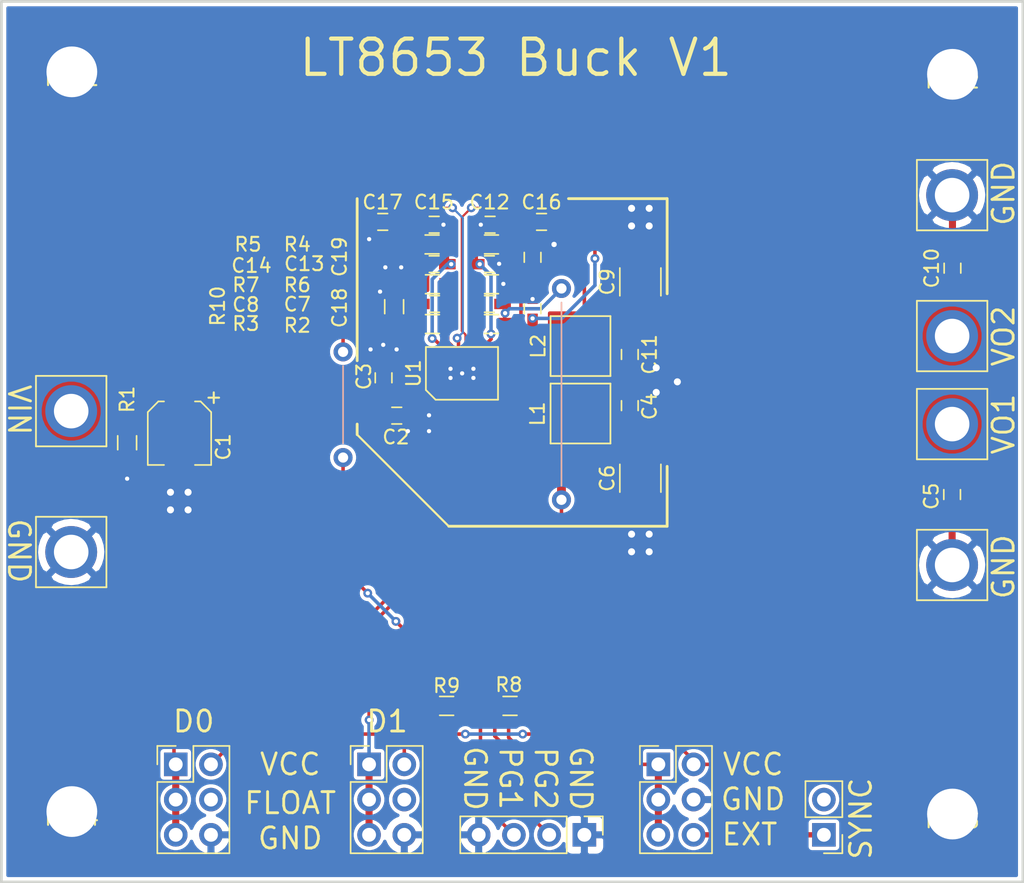
<source format=kicad_pcb>
(kicad_pcb (version 20171130) (host pcbnew "(5.1.5)-3")

  (general
    (thickness 1.5494)
    (drawings 31)
    (tracks 263)
    (zones 0)
    (modules 49)
    (nets 26)
  )

  (page A4)
  (layers
    (0 F.Cu signal)
    (31 B.Cu signal hide)
    (36 B.SilkS user hide)
    (37 F.SilkS user)
    (38 B.Mask user hide)
    (39 F.Mask user hide)
    (44 Edge.Cuts user)
    (45 Margin user hide)
    (46 B.CrtYd user hide)
    (47 F.CrtYd user hide)
    (48 B.Fab user hide)
    (49 F.Fab user hide)
  )

  (setup
    (last_trace_width 0.381)
    (trace_clearance 0.254)
    (zone_clearance 0.2032)
    (zone_45_only no)
    (trace_min 0.1524)
    (via_size 1.016)
    (via_drill 0.508)
    (via_min_size 0.635)
    (via_min_drill 0.3048)
    (uvia_size 1.524)
    (uvia_drill 0.7874)
    (uvias_allowed no)
    (uvia_min_size 0.635)
    (uvia_min_drill 0.3048)
    (edge_width 0.1016)
    (segment_width 0.2032)
    (pcb_text_width 0.3048)
    (pcb_text_size 1.524 1.524)
    (mod_edge_width 0.1524)
    (mod_text_size 1.016 1.016)
    (mod_text_width 0.1524)
    (pad_size 1.27 1.27)
    (pad_drill 0.7366)
    (pad_to_mask_clearance 0.2032)
    (solder_mask_min_width 0.254)
    (aux_axis_origin 0 0)
    (grid_origin 65.7606 44.8056)
    (visible_elements 7EFFFE7F)
    (pcbplotparams
      (layerselection 0x010e0_ffffffff)
      (usegerberextensions false)
      (usegerberattributes false)
      (usegerberadvancedattributes false)
      (creategerberjobfile false)
      (excludeedgelayer true)
      (linewidth 0.100000)
      (plotframeref false)
      (viasonmask false)
      (mode 1)
      (useauxorigin false)
      (hpglpennumber 1)
      (hpglpenspeed 20)
      (hpglpendiameter 15.000000)
      (psnegative false)
      (psa4output false)
      (plotreference true)
      (plotvalue true)
      (plotinvisibletext false)
      (padsonsilk false)
      (subtractmaskfromsilk false)
      (outputformat 1)
      (mirror false)
      (drillshape 0)
      (scaleselection 1)
      (outputdirectory "PCB-Order/"))
  )

  (net 0 "")
  (net 1 GND)
  (net 2 "Net-(C15-Pad1)")
  (net 3 Vout2)
  (net 4 "Net-(C12-Pad1)")
  (net 5 PG1)
  (net 6 Vout1)
  (net 7 PG2)
  (net 8 VCC)
  (net 9 SYNC)
  (net 10 D0)
  (net 11 D1)
  (net 12 "Net-(J1-Pad6)")
  (net 13 /VIN)
  (net 14 /VC1)
  (net 15 /VC2)
  (net 16 /SS1)
  (net 17 /SS2)
  (net 18 /BIAS)
  (net 19 /FB1)
  (net 20 /FB2)
  (net 21 /SW2)
  (net 22 /SW1)
  (net 23 /RT)
  (net 24 "Net-(JP1-Pad2)")
  (net 25 VO1PG)

  (net_class Default "This is the default net class."
    (clearance 0.254)
    (trace_width 0.381)
    (via_dia 1.016)
    (via_drill 0.508)
    (uvia_dia 1.524)
    (uvia_drill 0.7874)
    (diff_pair_width 2.54)
    (diff_pair_gap 2.54)
    (add_net GND)
    (add_net "Net-(C12-Pad1)")
    (add_net "Net-(C15-Pad1)")
    (add_net "Net-(J1-Pad6)")
    (add_net "Net-(JP1-Pad2)")
    (add_net VO1PG)
  )

  (net_class SMT ""
    (clearance 0.2032)
    (trace_width 0.254)
    (via_dia 0.635)
    (via_drill 0.3048)
    (uvia_dia 0.635)
    (uvia_drill 0.3048)
    (diff_pair_width 2.54)
    (diff_pair_gap 2.54)
    (add_net /BIAS)
    (add_net /FB1)
    (add_net /FB2)
    (add_net /RT)
    (add_net /SS1)
    (add_net /SS2)
    (add_net /SW1)
    (add_net /SW2)
    (add_net /VC1)
    (add_net /VC2)
    (add_net /VIN)
    (add_net D0)
    (add_net D1)
    (add_net PG1)
    (add_net PG2)
    (add_net SYNC)
    (add_net VCC)
    (add_net Vout1)
    (add_net Vout2)
  )

  (module "Rays Footprints:Jumper_0.6" (layer B.Cu) (tedit 5E1A3551) (tstamp 5E1A47CB)
    (at 108.6866 68.0466 270)
    (descr "Resistor, Axial_DIN0207 series, Axial, Horizontal, pin pitch=10.16mm, 0.25W = 1/4W, length*diameter=6.3*2.5mm^2, http://cdn-reichelt.de/documents/datenblatt/B400/1_4W%23YAG.pdf")
    (tags "Resistor Axial_DIN0207 series Axial Horizontal pin pitch 10.16mm 0.25W = 1/4W length 6.3mm diameter 2.5mm")
    (path /5E4E30E3)
    (fp_text reference JP2 (at 9.398 2.286 270) (layer B.SilkS) hide
      (effects (font (size 1 1) (thickness 0.15)) (justify mirror))
    )
    (fp_text value Jumper (at 5.08 -2.31 270) (layer B.Fab)
      (effects (font (size 1 1) (thickness 0.15)) (justify mirror))
    )
    (fp_line (start -0.762 0.762) (end -0.762 -0.762) (layer B.Fab) (width 0.0508))
    (fp_line (start -0.762 -0.762) (end 16.002 -0.762) (layer B.Fab) (width 0.0508))
    (fp_line (start 16.002 -0.762) (end 16.002 0.762) (layer B.Fab) (width 0.0508))
    (fp_line (start 16.002 0.762) (end -0.762 0.762) (layer B.Fab) (width 0.0508))
    (fp_line (start 10.16 0) (end 8.23 0) (layer B.Fab) (width 0.1))
    (fp_line (start 1.016 0) (end 14.224 0) (layer B.SilkS) (width 0.12))
    (fp_line (start -0.8128 0.8128) (end -0.8128 -0.8128) (layer B.CrtYd) (width 0.0508))
    (fp_line (start -0.8128 -0.8128) (end 16.0528 -0.8128) (layer B.CrtYd) (width 0.0508))
    (fp_line (start 16.0528 -0.8128) (end 16.0528 0.8128) (layer B.CrtYd) (width 0.0508))
    (fp_line (start 16.0528 0.8128) (end -0.8128 0.8128) (layer B.CrtYd) (width 0.0508))
    (pad 1 thru_hole circle (at 0 0 270) (size 1.3716 1.3716) (drill 0.7366) (layers *.Cu *.Mask)
      (net 25 VO1PG))
    (pad 2 thru_hole circle (at 15.24 0 270) (size 1.3716 1.3716) (drill 0.7366) (layers *.Cu *.Mask)
      (net 6 Vout1))
    (model ${KISYS3DMOD}/Resistors_THT.3dshapes/R_Axial_DIN0207_L6.3mm_D2.5mm_P10.16mm_Horizontal.wrl
      (at (xyz 0 0 0))
      (scale (xyz 0.393701 0.393701 0.393701))
      (rotate (xyz 0 0 0))
    )
  )

  (module "Rays Footprints:Jumper_0.3" (layer B.Cu) (tedit 5E1A1DF7) (tstamp 5E1A1965)
    (at 92.9386 72.6186 270)
    (descr "Resistor, Axial_DIN0207 series, Axial, Horizontal, pin pitch=10.16mm, 0.25W = 1/4W, length*diameter=6.3*2.5mm^2, http://cdn-reichelt.de/documents/datenblatt/B400/1_4W%23YAG.pdf")
    (tags "Resistor Axial_DIN0207 series Axial Horizontal pin pitch 10.16mm 0.25W = 1/4W length 6.3mm diameter 2.5mm")
    (path /5E4D0142)
    (fp_text reference JP1 (at 3.81 0.635 270) (layer B.SilkS) hide
      (effects (font (size 0.762 0.762) (thickness 0.1016)) (justify mirror))
    )
    (fp_text value Jumper (at 3.7084 -2.159 270) (layer B.Fab)
      (effects (font (size 1 1) (thickness 0.1016)) (justify mirror))
    )
    (fp_line (start 8.382 1.016) (end 8.382 -1.016) (layer B.Fab) (width 0.0508))
    (fp_line (start -0.762 1.016) (end -0.762 -1.016) (layer B.Fab) (width 0.0508))
    (fp_line (start -0.762 -1.016) (end 8.382 -1.016) (layer B.Fab) (width 0.0508))
    (fp_line (start 8.382 1.016) (end -0.762 1.016) (layer B.Fab) (width 0.0508))
    (fp_line (start 1.016 0) (end 6.604 0) (layer B.SilkS) (width 0.12))
    (fp_line (start -0.8128 1.0668) (end -0.8128 -1.0668) (layer B.CrtYd) (width 0.0508))
    (fp_line (start -0.8128 -1.0668) (end 8.4328 -1.0668) (layer B.CrtYd) (width 0.0508))
    (fp_line (start 8.4328 -1.0668) (end 8.4328 1.0668) (layer B.CrtYd) (width 0.0508))
    (fp_line (start 8.4328 1.0668) (end -0.8128 1.0668) (layer B.CrtYd) (width 0.0508))
    (pad 1 thru_hole circle (at 0 0 270) (size 1.3716 1.3716) (drill 0.7366) (layers *.Cu *.Mask)
      (net 3 Vout2))
    (pad 2 thru_hole circle (at 7.62 0 270) (size 1.3716 1.3716) (drill 0.7366) (layers *.Cu *.Mask)
      (net 24 "Net-(JP1-Pad2)"))
    (model ${KISYS3DMOD}/Resistors_THT.3dshapes/R_Axial_DIN0207_L6.3mm_D2.5mm_P10.16mm_Horizontal.wrl
      (at (xyz 0 0 0))
      (scale (xyz 0.393701 0.393701 0.393701))
      (rotate (xyz 0 0 0))
    )
  )

  (module "Rays Footprints:LinearTech-LT-LQFN-20-4mmx3mm" (layer F.Cu) (tedit 5E19F9D9) (tstamp 5E183873)
    (at 101.5111 74.168 90)
    (path /5E2E091D)
    (fp_text reference U1 (at 0 -3.4925 90) (layer F.SilkS)
      (effects (font (size 1 1) (thickness 0.15)))
    )
    (fp_text value LT8653S (at 0 4 90) (layer F.Fab)
      (effects (font (size 1 1) (thickness 0.15)))
    )
    (fp_line (start -2 -2.7) (end 2 -2.7) (layer F.CrtYd) (width 0.0508))
    (fp_line (start 2 -2.7) (end 2 2.7) (layer F.CrtYd) (width 0.0508))
    (fp_line (start 2 2.7) (end -2 2.7) (layer F.CrtYd) (width 0.0508))
    (fp_line (start -2 2.7) (end -2 -2.7) (layer F.CrtYd) (width 0.0508))
    (fp_line (start 1.9 -2.6) (end -1.2 -2.6) (layer F.SilkS) (width 0.127))
    (fp_line (start -1.9 -1.9) (end -1.9 2.6) (layer F.SilkS) (width 0.127))
    (fp_line (start 1.9 -2.6) (end 1.9 2.6) (layer F.SilkS) (width 0.127))
    (fp_line (start 1.9 2.6) (end -1.9 2.6) (layer F.SilkS) (width 0.127))
    (fp_poly (pts (xy 0.7 1.2) (xy -0.7 1.2) (xy -0.7 -0.95) (xy -0.45 -1.2)
      (xy 0.7 -1.2)) (layer F.Cu) (width 0))
    (fp_poly (pts (xy 1.5 1.9) (xy 1.42 2) (xy 1.125 2) (xy 1.125 1.625)
      (xy 1.5 1.625)) (layer F.Cu) (width 0))
    (fp_poly (pts (xy -1.4 2) (xy -1.5 1.92) (xy -1.5 1.625) (xy -1.125 1.625)
      (xy -1.125 2)) (layer F.Cu) (width 0))
    (fp_poly (pts (xy -1.5 -1.9) (xy -1.42 -2) (xy -1.125 -2) (xy -1.125 -1.625)
      (xy -1.5 -1.625)) (layer F.Cu) (width 0))
    (fp_poly (pts (xy 1.4 -2) (xy 1.5 -1.92) (xy 1.5 -1.625) (xy 1.125 -1.625)
      (xy 1.125 -2)) (layer F.Cu) (width 0))
    (fp_line (start -1.2 -2.6) (end -1.9 -1.9) (layer F.SilkS) (width 0.127))
    (fp_poly (pts (xy 0.7 1.2) (xy -0.7 1.2) (xy -0.7 -0.95) (xy -0.45 -1.2)
      (xy 0.7 -1.2)) (layer F.Mask) (width 0))
    (pad 21 smd rect (at 0 0 90) (size 1.4 1.9) (layers F.Cu F.Paste F.Mask)
      (net 1 GND))
    (pad 13 smd rect (at 1.4 0.25 90) (size 0.7 0.25) (layers F.Cu F.Paste F.Mask)
      (net 16 /SS1))
    (pad 6 smd rect (at -1.4 1.25 90) (size 0.7 0.25) (layers F.Cu F.Paste F.Mask))
    (pad 12 smd rect (at 1.4 0.75 90) (size 0.7 0.25) (layers F.Cu F.Paste F.Mask)
      (net 19 /FB1))
    (pad 14 smd rect (at 1.4 -0.25 90) (size 0.7 0.25) (layers F.Cu F.Paste F.Mask)
      (net 17 /SS2))
    (pad 15 smd rect (at 1.4 -0.75 90) (size 0.7 0.25) (layers F.Cu F.Paste F.Mask)
      (net 20 /FB2))
    (pad 16 smd rect (at 1.4 -1.25 90) (size 0.7 0.25) (layers F.Cu F.Paste F.Mask)
      (net 15 /VC2))
    (pad 11 smd rect (at 1.4 1.25 90) (size 0.7 0.25) (layers F.Cu F.Paste F.Mask)
      (net 14 /VC1))
    (pad 5 smd rect (at -1.4 0.75 90) (size 0.7 0.25) (layers F.Cu F.Paste F.Mask)
      (net 9 SYNC))
    (pad 4 smd rect (at -1.4 0.25 90) (size 0.7 0.25) (layers F.Cu F.Paste F.Mask)
      (net 5 PG1))
    (pad 3 smd rect (at -1.4 -0.25 90) (size 0.7 0.25) (layers F.Cu F.Paste F.Mask)
      (net 7 PG2))
    (pad 2 smd rect (at -1.4 -0.75 90) (size 0.7 0.25) (layers F.Cu F.Paste F.Mask)
      (net 11 D1))
    (pad 1 smd rect (at -1.4 -1.25 90) (size 0.7 0.25) (layers F.Cu F.Paste F.Mask)
      (net 10 D0))
    (pad 10 smd rect (at 0.75 2.125 90) (size 0.25 0.7) (layers F.Cu F.Paste F.Mask)
      (net 18 /BIAS))
    (pad 9 smd rect (at 0.25 2.125 90) (size 0.25 0.7) (layers F.Cu F.Paste F.Mask)
      (net 8 VCC))
    (pad 8 smd rect (at -0.25 2.125 90) (size 0.25 0.7) (layers F.Cu F.Paste F.Mask)
      (net 21 /SW2))
    (pad 7 smd rect (at -0.75 2.125 90) (size 0.25 0.7) (layers F.Cu F.Paste F.Mask)
      (net 22 /SW1))
    (pad 20 smd rect (at -0.75 -2.125 90) (size 0.25 0.7) (layers F.Cu F.Paste F.Mask)
      (net 13 /VIN))
    (pad 19 smd rect (at -0.25 -2.125 90) (size 0.25 0.7) (layers F.Cu F.Paste F.Mask)
      (net 13 /VIN))
    (pad 18 smd rect (at 0.25 -2.125 90) (size 0.25 0.7) (layers F.Cu F.Paste F.Mask)
      (net 13 /VIN))
    (pad 17 smd rect (at 0.75 -2.125 90) (size 0.25 0.7) (layers F.Cu F.Paste F.Mask)
      (net 23 /RT))
  )

  (module Resistors_SMD:R_0603_HandSoldering (layer F.Cu) (tedit 58E0A804) (tstamp 5E1832EB)
    (at 99.3824 67.7418 180)
    (descr "Resistor SMD 0603, hand soldering")
    (tags "resistor 0603")
    (path /5E631010)
    (attr smd)
    (fp_text reference R7 (at 13.4542 -0.0508) (layer F.SilkS)
      (effects (font (size 1 1) (thickness 0.15)))
    )
    (fp_text value 316k (at 0 1.55) (layer F.Fab)
      (effects (font (size 1 1) (thickness 0.15)))
    )
    (fp_text user %R (at 0 0) (layer F.Fab)
      (effects (font (size 0.4 0.4) (thickness 0.075)))
    )
    (fp_line (start -0.8 0.4) (end -0.8 -0.4) (layer F.Fab) (width 0.1))
    (fp_line (start 0.8 0.4) (end -0.8 0.4) (layer F.Fab) (width 0.1))
    (fp_line (start 0.8 -0.4) (end 0.8 0.4) (layer F.Fab) (width 0.1))
    (fp_line (start -0.8 -0.4) (end 0.8 -0.4) (layer F.Fab) (width 0.1))
    (fp_line (start 0.5 0.68) (end -0.5 0.68) (layer F.SilkS) (width 0.12))
    (fp_line (start -0.5 -0.68) (end 0.5 -0.68) (layer F.SilkS) (width 0.12))
    (fp_line (start -1.96 -0.7) (end 1.95 -0.7) (layer F.CrtYd) (width 0.05))
    (fp_line (start -1.96 -0.7) (end -1.96 0.7) (layer F.CrtYd) (width 0.05))
    (fp_line (start 1.95 0.7) (end 1.95 -0.7) (layer F.CrtYd) (width 0.05))
    (fp_line (start 1.95 0.7) (end -1.96 0.7) (layer F.CrtYd) (width 0.05))
    (pad 1 smd rect (at -1.1 0 180) (size 1.2 0.9) (layers F.Cu F.Paste F.Mask)
      (net 20 /FB2))
    (pad 2 smd rect (at 1.1 0 180) (size 1.2 0.9) (layers F.Cu F.Paste F.Mask)
      (net 1 GND))
    (model ${KISYS3DMOD}/Resistors_SMD.3dshapes/R_0603.wrl
      (at (xyz 0 0 0))
      (scale (xyz 1 1 1))
      (rotate (xyz 0 0 0))
    )
  )

  (module Capacitors_SMD:C_0603_HandSoldering (layer F.Cu) (tedit 58AA848B) (tstamp 5E19A076)
    (at 113.6142 76.4946 90)
    (descr "Capacitor SMD 0603, hand soldering")
    (tags "capacitor 0603")
    (path /5EFA1280)
    (attr smd)
    (fp_text reference C4 (at -0.061 1.4224 90) (layer F.SilkS)
      (effects (font (size 1 1) (thickness 0.15)))
    )
    (fp_text value 1u (at 0 1.5 90) (layer F.Fab)
      (effects (font (size 1 1) (thickness 0.15)))
    )
    (fp_line (start 1.8 0.65) (end -1.8 0.65) (layer F.CrtYd) (width 0.05))
    (fp_line (start 1.8 0.65) (end 1.8 -0.65) (layer F.CrtYd) (width 0.05))
    (fp_line (start -1.8 -0.65) (end -1.8 0.65) (layer F.CrtYd) (width 0.05))
    (fp_line (start -1.8 -0.65) (end 1.8 -0.65) (layer F.CrtYd) (width 0.05))
    (fp_line (start 0.35 0.6) (end -0.35 0.6) (layer F.SilkS) (width 0.12))
    (fp_line (start -0.35 -0.6) (end 0.35 -0.6) (layer F.SilkS) (width 0.12))
    (fp_line (start -0.8 -0.4) (end 0.8 -0.4) (layer F.Fab) (width 0.1))
    (fp_line (start 0.8 -0.4) (end 0.8 0.4) (layer F.Fab) (width 0.1))
    (fp_line (start 0.8 0.4) (end -0.8 0.4) (layer F.Fab) (width 0.1))
    (fp_line (start -0.8 0.4) (end -0.8 -0.4) (layer F.Fab) (width 0.1))
    (fp_text user %R (at 0 -1.25 90) (layer F.Fab)
      (effects (font (size 1 1) (thickness 0.15)))
    )
    (pad 2 smd rect (at 0.95 0 90) (size 1.2 0.75) (layers F.Cu F.Paste F.Mask)
      (net 1 GND))
    (pad 1 smd rect (at -0.95 0 90) (size 1.2 0.75) (layers F.Cu F.Paste F.Mask)
      (net 6 Vout1))
    (model Capacitors_SMD.3dshapes/C_0603.wrl
      (at (xyz 0 0 0))
      (scale (xyz 1 1 1))
      (rotate (xyz 0 0 0))
    )
  )

  (module Capacitors_SMD:C_0603_HandSoldering (layer F.Cu) (tedit 58AA848B) (tstamp 5E19EEAA)
    (at 136.8552 82.9056 270)
    (descr "Capacitor SMD 0603, hand soldering")
    (tags "capacitor 0603")
    (path /5EFA1296)
    (attr smd)
    (fp_text reference C5 (at 0.127 1.4986 90) (layer F.SilkS)
      (effects (font (size 1 1) (thickness 0.15)))
    )
    (fp_text value 10u (at 0 1.5 90) (layer F.Fab)
      (effects (font (size 1 1) (thickness 0.15)))
    )
    (fp_text user %R (at 0 -1.25 90) (layer F.Fab)
      (effects (font (size 1 1) (thickness 0.15)))
    )
    (fp_line (start -0.8 0.4) (end -0.8 -0.4) (layer F.Fab) (width 0.1))
    (fp_line (start 0.8 0.4) (end -0.8 0.4) (layer F.Fab) (width 0.1))
    (fp_line (start 0.8 -0.4) (end 0.8 0.4) (layer F.Fab) (width 0.1))
    (fp_line (start -0.8 -0.4) (end 0.8 -0.4) (layer F.Fab) (width 0.1))
    (fp_line (start -0.35 -0.6) (end 0.35 -0.6) (layer F.SilkS) (width 0.12))
    (fp_line (start 0.35 0.6) (end -0.35 0.6) (layer F.SilkS) (width 0.12))
    (fp_line (start -1.8 -0.65) (end 1.8 -0.65) (layer F.CrtYd) (width 0.05))
    (fp_line (start -1.8 -0.65) (end -1.8 0.65) (layer F.CrtYd) (width 0.05))
    (fp_line (start 1.8 0.65) (end 1.8 -0.65) (layer F.CrtYd) (width 0.05))
    (fp_line (start 1.8 0.65) (end -1.8 0.65) (layer F.CrtYd) (width 0.05))
    (pad 1 smd rect (at -0.95 0 270) (size 1.2 0.75) (layers F.Cu F.Paste F.Mask)
      (net 6 Vout1))
    (pad 2 smd rect (at 0.95 0 270) (size 1.2 0.75) (layers F.Cu F.Paste F.Mask)
      (net 1 GND))
    (model Capacitors_SMD.3dshapes/C_0603.wrl
      (at (xyz 0 0 0))
      (scale (xyz 1 1 1))
      (rotate (xyz 0 0 0))
    )
  )

  (module Capacitors_SMD:C_1210_HandSoldering (layer F.Cu) (tedit 58AA84FB) (tstamp 5E183197)
    (at 114.3762 81.7306 270)
    (descr "Capacitor SMD 1210, hand soldering")
    (tags "capacitor 1210")
    (path /5EFA125E)
    (attr smd)
    (fp_text reference C6 (at 0 2.3876 90) (layer F.SilkS)
      (effects (font (size 1 1) (thickness 0.15)))
    )
    (fp_text value 100u (at 0 2.5 90) (layer F.Fab)
      (effects (font (size 1 1) (thickness 0.15)))
    )
    (fp_text user %R (at 0 -2.25 90) (layer F.Fab)
      (effects (font (size 1 1) (thickness 0.15)))
    )
    (fp_line (start -1.6 1.25) (end -1.6 -1.25) (layer F.Fab) (width 0.1))
    (fp_line (start 1.6 1.25) (end -1.6 1.25) (layer F.Fab) (width 0.1))
    (fp_line (start 1.6 -1.25) (end 1.6 1.25) (layer F.Fab) (width 0.1))
    (fp_line (start -1.6 -1.25) (end 1.6 -1.25) (layer F.Fab) (width 0.1))
    (fp_line (start 1 -1.48) (end -1 -1.48) (layer F.SilkS) (width 0.12))
    (fp_line (start -1 1.48) (end 1 1.48) (layer F.SilkS) (width 0.12))
    (fp_line (start -3.25 -1.5) (end 3.25 -1.5) (layer F.CrtYd) (width 0.05))
    (fp_line (start -3.25 -1.5) (end -3.25 1.5) (layer F.CrtYd) (width 0.05))
    (fp_line (start 3.25 1.5) (end 3.25 -1.5) (layer F.CrtYd) (width 0.05))
    (fp_line (start 3.25 1.5) (end -3.25 1.5) (layer F.CrtYd) (width 0.05))
    (pad 1 smd rect (at -2 0 270) (size 2 2.5) (layers F.Cu F.Paste F.Mask)
      (net 6 Vout1))
    (pad 2 smd rect (at 2 0 270) (size 2 2.5) (layers F.Cu F.Paste F.Mask)
      (net 1 GND))
    (model Capacitors_SMD.3dshapes/C_1210.wrl
      (at (xyz 0 0 0))
      (scale (xyz 1 1 1))
      (rotate (xyz 0 0 0))
    )
  )

  (module Capacitors_SMD:C_0603_HandSoldering (layer F.Cu) (tedit 58AA848B) (tstamp 5E19EC47)
    (at 103.4898 69.1642 180)
    (descr "Capacitor SMD 0603, hand soldering")
    (tags "capacitor 0603")
    (path /5E9578A0)
    (attr smd)
    (fp_text reference C7 (at 13.8532 -0.0254) (layer F.SilkS)
      (effects (font (size 1 1) (thickness 0.15)))
    )
    (fp_text value 4.7p (at 0 1.5) (layer F.Fab)
      (effects (font (size 1 1) (thickness 0.15)))
    )
    (fp_text user %R (at 0 -1.25) (layer F.Fab)
      (effects (font (size 1 1) (thickness 0.15)))
    )
    (fp_line (start -0.8 0.4) (end -0.8 -0.4) (layer F.Fab) (width 0.1))
    (fp_line (start 0.8 0.4) (end -0.8 0.4) (layer F.Fab) (width 0.1))
    (fp_line (start 0.8 -0.4) (end 0.8 0.4) (layer F.Fab) (width 0.1))
    (fp_line (start -0.8 -0.4) (end 0.8 -0.4) (layer F.Fab) (width 0.1))
    (fp_line (start -0.35 -0.6) (end 0.35 -0.6) (layer F.SilkS) (width 0.12))
    (fp_line (start 0.35 0.6) (end -0.35 0.6) (layer F.SilkS) (width 0.12))
    (fp_line (start -1.8 -0.65) (end 1.8 -0.65) (layer F.CrtYd) (width 0.05))
    (fp_line (start -1.8 -0.65) (end -1.8 0.65) (layer F.CrtYd) (width 0.05))
    (fp_line (start 1.8 0.65) (end 1.8 -0.65) (layer F.CrtYd) (width 0.05))
    (fp_line (start 1.8 0.65) (end -1.8 0.65) (layer F.CrtYd) (width 0.05))
    (pad 1 smd rect (at -0.95 0 180) (size 1.2 0.75) (layers F.Cu F.Paste F.Mask)
      (net 25 VO1PG))
    (pad 2 smd rect (at 0.95 0 180) (size 1.2 0.75) (layers F.Cu F.Paste F.Mask)
      (net 19 /FB1))
    (model Capacitors_SMD.3dshapes/C_0603.wrl
      (at (xyz 0 0 0))
      (scale (xyz 1 1 1))
      (rotate (xyz 0 0 0))
    )
  )

  (module Capacitors_SMD:C_0603_HandSoldering (layer F.Cu) (tedit 58AA848B) (tstamp 5E1831B9)
    (at 99.5324 69.1642)
    (descr "Capacitor SMD 0603, hand soldering")
    (tags "capacitor 0603")
    (path /5E7D9973)
    (attr smd)
    (fp_text reference C8 (at -13.6042 0.0508) (layer F.SilkS)
      (effects (font (size 1 1) (thickness 0.15)))
    )
    (fp_text value 4.7p (at 0 1.5) (layer F.Fab)
      (effects (font (size 1 1) (thickness 0.15)))
    )
    (fp_line (start 1.8 0.65) (end -1.8 0.65) (layer F.CrtYd) (width 0.05))
    (fp_line (start 1.8 0.65) (end 1.8 -0.65) (layer F.CrtYd) (width 0.05))
    (fp_line (start -1.8 -0.65) (end -1.8 0.65) (layer F.CrtYd) (width 0.05))
    (fp_line (start -1.8 -0.65) (end 1.8 -0.65) (layer F.CrtYd) (width 0.05))
    (fp_line (start 0.35 0.6) (end -0.35 0.6) (layer F.SilkS) (width 0.12))
    (fp_line (start -0.35 -0.6) (end 0.35 -0.6) (layer F.SilkS) (width 0.12))
    (fp_line (start -0.8 -0.4) (end 0.8 -0.4) (layer F.Fab) (width 0.1))
    (fp_line (start 0.8 -0.4) (end 0.8 0.4) (layer F.Fab) (width 0.1))
    (fp_line (start 0.8 0.4) (end -0.8 0.4) (layer F.Fab) (width 0.1))
    (fp_line (start -0.8 0.4) (end -0.8 -0.4) (layer F.Fab) (width 0.1))
    (fp_text user %R (at 0 -1.25) (layer F.Fab)
      (effects (font (size 1 1) (thickness 0.15)))
    )
    (pad 2 smd rect (at 0.95 0) (size 1.2 0.75) (layers F.Cu F.Paste F.Mask)
      (net 20 /FB2))
    (pad 1 smd rect (at -0.95 0) (size 1.2 0.75) (layers F.Cu F.Paste F.Mask)
      (net 3 Vout2))
    (model Capacitors_SMD.3dshapes/C_0603.wrl
      (at (xyz 0 0 0))
      (scale (xyz 1 1 1))
      (rotate (xyz 0 0 0))
    )
  )

  (module Capacitors_SMD:C_1210_HandSoldering (layer F.Cu) (tedit 58AA84FB) (tstamp 5E1831CA)
    (at 114.3762 67.5706 90)
    (descr "Capacitor SMD 1210, hand soldering")
    (tags "capacitor 1210")
    (path /5EF715B3)
    (attr smd)
    (fp_text reference C9 (at 0 -2.3876 90) (layer F.SilkS)
      (effects (font (size 1 1) (thickness 0.15)))
    )
    (fp_text value 100u (at 0 2.5 90) (layer F.Fab)
      (effects (font (size 1 1) (thickness 0.15)))
    )
    (fp_line (start 3.25 1.5) (end -3.25 1.5) (layer F.CrtYd) (width 0.05))
    (fp_line (start 3.25 1.5) (end 3.25 -1.5) (layer F.CrtYd) (width 0.05))
    (fp_line (start -3.25 -1.5) (end -3.25 1.5) (layer F.CrtYd) (width 0.05))
    (fp_line (start -3.25 -1.5) (end 3.25 -1.5) (layer F.CrtYd) (width 0.05))
    (fp_line (start -1 1.48) (end 1 1.48) (layer F.SilkS) (width 0.12))
    (fp_line (start 1 -1.48) (end -1 -1.48) (layer F.SilkS) (width 0.12))
    (fp_line (start -1.6 -1.25) (end 1.6 -1.25) (layer F.Fab) (width 0.1))
    (fp_line (start 1.6 -1.25) (end 1.6 1.25) (layer F.Fab) (width 0.1))
    (fp_line (start 1.6 1.25) (end -1.6 1.25) (layer F.Fab) (width 0.1))
    (fp_line (start -1.6 1.25) (end -1.6 -1.25) (layer F.Fab) (width 0.1))
    (fp_text user %R (at 0 -2.25 90) (layer F.Fab)
      (effects (font (size 1 1) (thickness 0.15)))
    )
    (pad 2 smd rect (at 2 0 90) (size 2 2.5) (layers F.Cu F.Paste F.Mask)
      (net 1 GND))
    (pad 1 smd rect (at -2 0 90) (size 2 2.5) (layers F.Cu F.Paste F.Mask)
      (net 3 Vout2))
    (model Capacitors_SMD.3dshapes/C_1210.wrl
      (at (xyz 0 0 0))
      (scale (xyz 1 1 1))
      (rotate (xyz 0 0 0))
    )
  )

  (module Capacitors_SMD:C_0603_HandSoldering (layer F.Cu) (tedit 58AA848B) (tstamp 5E1831DB)
    (at 136.8806 66.5836 90)
    (descr "Capacitor SMD 0603, hand soldering")
    (tags "capacitor 0603")
    (path /5EF82824)
    (attr smd)
    (fp_text reference C10 (at 0 -1.4986 90) (layer F.SilkS)
      (effects (font (size 1 1) (thickness 0.15)))
    )
    (fp_text value 10u (at 0 1.5 90) (layer F.Fab)
      (effects (font (size 1 1) (thickness 0.15)))
    )
    (fp_line (start 1.8 0.65) (end -1.8 0.65) (layer F.CrtYd) (width 0.05))
    (fp_line (start 1.8 0.65) (end 1.8 -0.65) (layer F.CrtYd) (width 0.05))
    (fp_line (start -1.8 -0.65) (end -1.8 0.65) (layer F.CrtYd) (width 0.05))
    (fp_line (start -1.8 -0.65) (end 1.8 -0.65) (layer F.CrtYd) (width 0.05))
    (fp_line (start 0.35 0.6) (end -0.35 0.6) (layer F.SilkS) (width 0.12))
    (fp_line (start -0.35 -0.6) (end 0.35 -0.6) (layer F.SilkS) (width 0.12))
    (fp_line (start -0.8 -0.4) (end 0.8 -0.4) (layer F.Fab) (width 0.1))
    (fp_line (start 0.8 -0.4) (end 0.8 0.4) (layer F.Fab) (width 0.1))
    (fp_line (start 0.8 0.4) (end -0.8 0.4) (layer F.Fab) (width 0.1))
    (fp_line (start -0.8 0.4) (end -0.8 -0.4) (layer F.Fab) (width 0.1))
    (fp_text user %R (at 0 -1.25 90) (layer F.Fab)
      (effects (font (size 1 1) (thickness 0.15)))
    )
    (pad 2 smd rect (at 0.95 0 90) (size 1.2 0.75) (layers F.Cu F.Paste F.Mask)
      (net 1 GND))
    (pad 1 smd rect (at -0.95 0 90) (size 1.2 0.75) (layers F.Cu F.Paste F.Mask)
      (net 3 Vout2))
    (model Capacitors_SMD.3dshapes/C_0603.wrl
      (at (xyz 0 0 0))
      (scale (xyz 1 1 1))
      (rotate (xyz 0 0 0))
    )
  )

  (module Capacitors_SMD:C_0603_HandSoldering (layer F.Cu) (tedit 58AA848B) (tstamp 5E19A0A6)
    (at 113.6142 72.8066 270)
    (descr "Capacitor SMD 0603, hand soldering")
    (tags "capacitor 0603")
    (path /5EF94359)
    (attr smd)
    (fp_text reference C11 (at 0 -1.4224 90) (layer F.SilkS)
      (effects (font (size 1 1) (thickness 0.15)))
    )
    (fp_text value 1u (at 0 1.5 90) (layer F.Fab)
      (effects (font (size 1 1) (thickness 0.15)))
    )
    (fp_line (start 1.8 0.65) (end -1.8 0.65) (layer F.CrtYd) (width 0.05))
    (fp_line (start 1.8 0.65) (end 1.8 -0.65) (layer F.CrtYd) (width 0.05))
    (fp_line (start -1.8 -0.65) (end -1.8 0.65) (layer F.CrtYd) (width 0.05))
    (fp_line (start -1.8 -0.65) (end 1.8 -0.65) (layer F.CrtYd) (width 0.05))
    (fp_line (start 0.35 0.6) (end -0.35 0.6) (layer F.SilkS) (width 0.12))
    (fp_line (start -0.35 -0.6) (end 0.35 -0.6) (layer F.SilkS) (width 0.12))
    (fp_line (start -0.8 -0.4) (end 0.8 -0.4) (layer F.Fab) (width 0.1))
    (fp_line (start 0.8 -0.4) (end 0.8 0.4) (layer F.Fab) (width 0.1))
    (fp_line (start 0.8 0.4) (end -0.8 0.4) (layer F.Fab) (width 0.1))
    (fp_line (start -0.8 0.4) (end -0.8 -0.4) (layer F.Fab) (width 0.1))
    (fp_text user %R (at 0 -1.25 90) (layer F.Fab)
      (effects (font (size 1 1) (thickness 0.15)))
    )
    (pad 2 smd rect (at 0.95 0 270) (size 1.2 0.75) (layers F.Cu F.Paste F.Mask)
      (net 1 GND))
    (pad 1 smd rect (at -0.95 0 270) (size 1.2 0.75) (layers F.Cu F.Paste F.Mask)
      (net 3 Vout2))
    (model Capacitors_SMD.3dshapes/C_0603.wrl
      (at (xyz 0 0 0))
      (scale (xyz 1 1 1))
      (rotate (xyz 0 0 0))
    )
  )

  (module Capacitors_SMD:C_0603_HandSoldering (layer F.Cu) (tedit 58AA848B) (tstamp 5E1831FD)
    (at 103.5406 63.4492 180)
    (descr "Capacitor SMD 0603, hand soldering")
    (tags "capacitor 0603")
    (path /5E54507E)
    (attr smd)
    (fp_text reference C12 (at 0.0356 1.6256) (layer F.SilkS)
      (effects (font (size 1 1) (thickness 0.15)))
    )
    (fp_text value 470p (at 0 1.5) (layer F.Fab)
      (effects (font (size 1 1) (thickness 0.15)))
    )
    (fp_line (start 1.8 0.65) (end -1.8 0.65) (layer F.CrtYd) (width 0.05))
    (fp_line (start 1.8 0.65) (end 1.8 -0.65) (layer F.CrtYd) (width 0.05))
    (fp_line (start -1.8 -0.65) (end -1.8 0.65) (layer F.CrtYd) (width 0.05))
    (fp_line (start -1.8 -0.65) (end 1.8 -0.65) (layer F.CrtYd) (width 0.05))
    (fp_line (start 0.35 0.6) (end -0.35 0.6) (layer F.SilkS) (width 0.12))
    (fp_line (start -0.35 -0.6) (end 0.35 -0.6) (layer F.SilkS) (width 0.12))
    (fp_line (start -0.8 -0.4) (end 0.8 -0.4) (layer F.Fab) (width 0.1))
    (fp_line (start 0.8 -0.4) (end 0.8 0.4) (layer F.Fab) (width 0.1))
    (fp_line (start 0.8 0.4) (end -0.8 0.4) (layer F.Fab) (width 0.1))
    (fp_line (start -0.8 0.4) (end -0.8 -0.4) (layer F.Fab) (width 0.1))
    (fp_text user %R (at 0 -1.25) (layer F.Fab)
      (effects (font (size 1 1) (thickness 0.15)))
    )
    (pad 2 smd rect (at 0.95 0 180) (size 1.2 0.75) (layers F.Cu F.Paste F.Mask)
      (net 1 GND))
    (pad 1 smd rect (at -0.95 0 180) (size 1.2 0.75) (layers F.Cu F.Paste F.Mask)
      (net 4 "Net-(C12-Pad1)"))
    (model Capacitors_SMD.3dshapes/C_0603.wrl
      (at (xyz 0 0 0))
      (scale (xyz 1 1 1))
      (rotate (xyz 0 0 0))
    )
  )

  (module Capacitors_SMD:C_0603_HandSoldering (layer F.Cu) (tedit 58AA848B) (tstamp 5E18320E)
    (at 103.4898 66.294)
    (descr "Capacitor SMD 0603, hand soldering")
    (tags "capacitor 0603")
    (path /5E545088)
    (attr smd)
    (fp_text reference C13 (at -13.3452 -0.0254) (layer F.SilkS)
      (effects (font (size 1 1) (thickness 0.15)))
    )
    (fp_text value 4.7p (at 0 1.5) (layer F.Fab)
      (effects (font (size 1 1) (thickness 0.15)))
    )
    (fp_text user %R (at 0 -1.25) (layer F.Fab)
      (effects (font (size 1 1) (thickness 0.15)))
    )
    (fp_line (start -0.8 0.4) (end -0.8 -0.4) (layer F.Fab) (width 0.1))
    (fp_line (start 0.8 0.4) (end -0.8 0.4) (layer F.Fab) (width 0.1))
    (fp_line (start 0.8 -0.4) (end 0.8 0.4) (layer F.Fab) (width 0.1))
    (fp_line (start -0.8 -0.4) (end 0.8 -0.4) (layer F.Fab) (width 0.1))
    (fp_line (start -0.35 -0.6) (end 0.35 -0.6) (layer F.SilkS) (width 0.12))
    (fp_line (start 0.35 0.6) (end -0.35 0.6) (layer F.SilkS) (width 0.12))
    (fp_line (start -1.8 -0.65) (end 1.8 -0.65) (layer F.CrtYd) (width 0.05))
    (fp_line (start -1.8 -0.65) (end -1.8 0.65) (layer F.CrtYd) (width 0.05))
    (fp_line (start 1.8 0.65) (end 1.8 -0.65) (layer F.CrtYd) (width 0.05))
    (fp_line (start 1.8 0.65) (end -1.8 0.65) (layer F.CrtYd) (width 0.05))
    (pad 1 smd rect (at -0.95 0) (size 1.2 0.75) (layers F.Cu F.Paste F.Mask)
      (net 14 /VC1))
    (pad 2 smd rect (at 0.95 0) (size 1.2 0.75) (layers F.Cu F.Paste F.Mask)
      (net 1 GND))
    (model Capacitors_SMD.3dshapes/C_0603.wrl
      (at (xyz 0 0 0))
      (scale (xyz 1 1 1))
      (rotate (xyz 0 0 0))
    )
  )

  (module Capacitors_SMD:C_0603_HandSoldering (layer F.Cu) (tedit 58AA848B) (tstamp 5E18321F)
    (at 99.507 66.294 180)
    (descr "Capacitor SMD 0603, hand soldering")
    (tags "capacitor 0603")
    (path /5E4AEA4F)
    (attr smd)
    (fp_text reference C14 (at 13.1724 -0.1016) (layer F.SilkS)
      (effects (font (size 1 1) (thickness 0.15)))
    )
    (fp_text value 4.7p (at 0 1.5) (layer F.Fab)
      (effects (font (size 1 1) (thickness 0.15)))
    )
    (fp_line (start 1.8 0.65) (end -1.8 0.65) (layer F.CrtYd) (width 0.05))
    (fp_line (start 1.8 0.65) (end 1.8 -0.65) (layer F.CrtYd) (width 0.05))
    (fp_line (start -1.8 -0.65) (end -1.8 0.65) (layer F.CrtYd) (width 0.05))
    (fp_line (start -1.8 -0.65) (end 1.8 -0.65) (layer F.CrtYd) (width 0.05))
    (fp_line (start 0.35 0.6) (end -0.35 0.6) (layer F.SilkS) (width 0.12))
    (fp_line (start -0.35 -0.6) (end 0.35 -0.6) (layer F.SilkS) (width 0.12))
    (fp_line (start -0.8 -0.4) (end 0.8 -0.4) (layer F.Fab) (width 0.1))
    (fp_line (start 0.8 -0.4) (end 0.8 0.4) (layer F.Fab) (width 0.1))
    (fp_line (start 0.8 0.4) (end -0.8 0.4) (layer F.Fab) (width 0.1))
    (fp_line (start -0.8 0.4) (end -0.8 -0.4) (layer F.Fab) (width 0.1))
    (fp_text user %R (at 0 -1.25) (layer F.Fab)
      (effects (font (size 1 1) (thickness 0.15)))
    )
    (pad 2 smd rect (at 0.95 0 180) (size 1.2 0.75) (layers F.Cu F.Paste F.Mask)
      (net 1 GND))
    (pad 1 smd rect (at -0.95 0 180) (size 1.2 0.75) (layers F.Cu F.Paste F.Mask)
      (net 15 /VC2))
    (model Capacitors_SMD.3dshapes/C_0603.wrl
      (at (xyz 0 0 0))
      (scale (xyz 1 1 1))
      (rotate (xyz 0 0 0))
    )
  )

  (module Capacitors_SMD:C_0603_HandSoldering (layer F.Cu) (tedit 58AA848B) (tstamp 5E183230)
    (at 99.507 63.4492)
    (descr "Capacitor SMD 0603, hand soldering")
    (tags "capacitor 0603")
    (path /5E4AEDAA)
    (attr smd)
    (fp_text reference C15 (at -0.0152 -1.6256) (layer F.SilkS)
      (effects (font (size 1 1) (thickness 0.15)))
    )
    (fp_text value 470p (at 0 1.5) (layer F.Fab)
      (effects (font (size 1 1) (thickness 0.15)))
    )
    (fp_text user %R (at 0 -1.25) (layer F.Fab)
      (effects (font (size 1 1) (thickness 0.15)))
    )
    (fp_line (start -0.8 0.4) (end -0.8 -0.4) (layer F.Fab) (width 0.1))
    (fp_line (start 0.8 0.4) (end -0.8 0.4) (layer F.Fab) (width 0.1))
    (fp_line (start 0.8 -0.4) (end 0.8 0.4) (layer F.Fab) (width 0.1))
    (fp_line (start -0.8 -0.4) (end 0.8 -0.4) (layer F.Fab) (width 0.1))
    (fp_line (start -0.35 -0.6) (end 0.35 -0.6) (layer F.SilkS) (width 0.12))
    (fp_line (start 0.35 0.6) (end -0.35 0.6) (layer F.SilkS) (width 0.12))
    (fp_line (start -1.8 -0.65) (end 1.8 -0.65) (layer F.CrtYd) (width 0.05))
    (fp_line (start -1.8 -0.65) (end -1.8 0.65) (layer F.CrtYd) (width 0.05))
    (fp_line (start 1.8 0.65) (end 1.8 -0.65) (layer F.CrtYd) (width 0.05))
    (fp_line (start 1.8 0.65) (end -1.8 0.65) (layer F.CrtYd) (width 0.05))
    (pad 1 smd rect (at -0.95 0) (size 1.2 0.75) (layers F.Cu F.Paste F.Mask)
      (net 2 "Net-(C15-Pad1)"))
    (pad 2 smd rect (at 0.95 0) (size 1.2 0.75) (layers F.Cu F.Paste F.Mask)
      (net 1 GND))
    (model Capacitors_SMD.3dshapes/C_0603.wrl
      (at (xyz 0 0 0))
      (scale (xyz 1 1 1))
      (rotate (xyz 0 0 0))
    )
  )

  (module Capacitors_SMD:C_0603_HandSoldering (layer F.Cu) (tedit 58AA848B) (tstamp 5E183241)
    (at 107.249 63.246)
    (descr "Capacitor SMD 0603, hand soldering")
    (tags "capacitor 0603")
    (path /5E3DADC9)
    (attr smd)
    (fp_text reference C16 (at 0 -1.4224) (layer F.SilkS)
      (effects (font (size 1 1) (thickness 0.15)))
    )
    (fp_text value 0.01u (at 0 1.5) (layer F.Fab)
      (effects (font (size 1 1) (thickness 0.15)))
    )
    (fp_line (start 1.8 0.65) (end -1.8 0.65) (layer F.CrtYd) (width 0.05))
    (fp_line (start 1.8 0.65) (end 1.8 -0.65) (layer F.CrtYd) (width 0.05))
    (fp_line (start -1.8 -0.65) (end -1.8 0.65) (layer F.CrtYd) (width 0.05))
    (fp_line (start -1.8 -0.65) (end 1.8 -0.65) (layer F.CrtYd) (width 0.05))
    (fp_line (start 0.35 0.6) (end -0.35 0.6) (layer F.SilkS) (width 0.12))
    (fp_line (start -0.35 -0.6) (end 0.35 -0.6) (layer F.SilkS) (width 0.12))
    (fp_line (start -0.8 -0.4) (end 0.8 -0.4) (layer F.Fab) (width 0.1))
    (fp_line (start 0.8 -0.4) (end 0.8 0.4) (layer F.Fab) (width 0.1))
    (fp_line (start 0.8 0.4) (end -0.8 0.4) (layer F.Fab) (width 0.1))
    (fp_line (start -0.8 0.4) (end -0.8 -0.4) (layer F.Fab) (width 0.1))
    (fp_text user %R (at 0 -1.25) (layer F.Fab)
      (effects (font (size 1 1) (thickness 0.15)))
    )
    (pad 2 smd rect (at 0.95 0) (size 1.2 0.75) (layers F.Cu F.Paste F.Mask)
      (net 1 GND))
    (pad 1 smd rect (at -0.95 0) (size 1.2 0.75) (layers F.Cu F.Paste F.Mask)
      (net 16 /SS1))
    (model Capacitors_SMD.3dshapes/C_0603.wrl
      (at (xyz 0 0 0))
      (scale (xyz 1 1 1))
      (rotate (xyz 0 0 0))
    )
  )

  (module Capacitors_SMD:C_0603_HandSoldering (layer F.Cu) (tedit 58AA848B) (tstamp 5E183252)
    (at 95.7986 63.246 180)
    (descr "Capacitor SMD 0603, hand soldering")
    (tags "capacitor 0603")
    (path /5E466074)
    (attr smd)
    (fp_text reference C17 (at 0.0152 1.4224) (layer F.SilkS)
      (effects (font (size 1 1) (thickness 0.15)))
    )
    (fp_text value 0.01u (at 0 1.5) (layer F.Fab)
      (effects (font (size 1 1) (thickness 0.15)))
    )
    (fp_text user %R (at 0 -1.25) (layer F.Fab)
      (effects (font (size 1 1) (thickness 0.15)))
    )
    (fp_line (start -0.8 0.4) (end -0.8 -0.4) (layer F.Fab) (width 0.1))
    (fp_line (start 0.8 0.4) (end -0.8 0.4) (layer F.Fab) (width 0.1))
    (fp_line (start 0.8 -0.4) (end 0.8 0.4) (layer F.Fab) (width 0.1))
    (fp_line (start -0.8 -0.4) (end 0.8 -0.4) (layer F.Fab) (width 0.1))
    (fp_line (start -0.35 -0.6) (end 0.35 -0.6) (layer F.SilkS) (width 0.12))
    (fp_line (start 0.35 0.6) (end -0.35 0.6) (layer F.SilkS) (width 0.12))
    (fp_line (start -1.8 -0.65) (end 1.8 -0.65) (layer F.CrtYd) (width 0.05))
    (fp_line (start -1.8 -0.65) (end -1.8 0.65) (layer F.CrtYd) (width 0.05))
    (fp_line (start 1.8 0.65) (end 1.8 -0.65) (layer F.CrtYd) (width 0.05))
    (fp_line (start 1.8 0.65) (end -1.8 0.65) (layer F.CrtYd) (width 0.05))
    (pad 1 smd rect (at -0.95 0 180) (size 1.2 0.75) (layers F.Cu F.Paste F.Mask)
      (net 17 /SS2))
    (pad 2 smd rect (at 0.95 0 180) (size 1.2 0.75) (layers F.Cu F.Paste F.Mask)
      (net 1 GND))
    (model Capacitors_SMD.3dshapes/C_0603.wrl
      (at (xyz 0 0 0))
      (scale (xyz 1 1 1))
      (rotate (xyz 0 0 0))
    )
  )

  (module Capacitors_SMD:C_0603_HandSoldering (layer F.Cu) (tedit 58AA848B) (tstamp 5E19ED13)
    (at 106.6038 69.5096 90)
    (descr "Capacitor SMD 0603, hand soldering")
    (tags "capacitor 0603")
    (path /5E3AB7E8)
    (attr smd)
    (fp_text reference C18 (at 0.066 -13.9192 270) (layer F.SilkS)
      (effects (font (size 1 1) (thickness 0.15)))
    )
    (fp_text value 0.1u (at 0 1.5 90) (layer F.Fab)
      (effects (font (size 1 1) (thickness 0.15)))
    )
    (fp_text user %R (at 0 -1.25 90) (layer F.Fab)
      (effects (font (size 1 1) (thickness 0.15)))
    )
    (fp_line (start -0.8 0.4) (end -0.8 -0.4) (layer F.Fab) (width 0.1))
    (fp_line (start 0.8 0.4) (end -0.8 0.4) (layer F.Fab) (width 0.1))
    (fp_line (start 0.8 -0.4) (end 0.8 0.4) (layer F.Fab) (width 0.1))
    (fp_line (start -0.8 -0.4) (end 0.8 -0.4) (layer F.Fab) (width 0.1))
    (fp_line (start -0.35 -0.6) (end 0.35 -0.6) (layer F.SilkS) (width 0.12))
    (fp_line (start 0.35 0.6) (end -0.35 0.6) (layer F.SilkS) (width 0.12))
    (fp_line (start -1.8 -0.65) (end 1.8 -0.65) (layer F.CrtYd) (width 0.05))
    (fp_line (start -1.8 -0.65) (end -1.8 0.65) (layer F.CrtYd) (width 0.05))
    (fp_line (start 1.8 0.65) (end 1.8 -0.65) (layer F.CrtYd) (width 0.05))
    (fp_line (start 1.8 0.65) (end -1.8 0.65) (layer F.CrtYd) (width 0.05))
    (pad 1 smd rect (at -0.95 0 90) (size 1.2 0.75) (layers F.Cu F.Paste F.Mask)
      (net 8 VCC))
    (pad 2 smd rect (at 0.95 0 90) (size 1.2 0.75) (layers F.Cu F.Paste F.Mask)
      (net 1 GND))
    (model Capacitors_SMD.3dshapes/C_0603.wrl
      (at (xyz 0 0 0))
      (scale (xyz 1 1 1))
      (rotate (xyz 0 0 0))
    )
  )

  (module Capacitors_SMD:C_0603_HandSoldering (layer F.Cu) (tedit 58AA848B) (tstamp 5E183274)
    (at 106.6038 65.8012 90)
    (descr "Capacitor SMD 0603, hand soldering")
    (tags "capacitor 0603")
    (path /5ED83F07)
    (attr smd)
    (fp_text reference C19 (at 0.0406 -13.9192 90) (layer F.SilkS)
      (effects (font (size 1 1) (thickness 0.15)))
    )
    (fp_text value 1u (at 0 1.5 90) (layer F.Fab)
      (effects (font (size 1 1) (thickness 0.15)))
    )
    (fp_text user %R (at 0 -1.25 90) (layer F.Fab)
      (effects (font (size 1 1) (thickness 0.15)))
    )
    (fp_line (start -0.8 0.4) (end -0.8 -0.4) (layer F.Fab) (width 0.1))
    (fp_line (start 0.8 0.4) (end -0.8 0.4) (layer F.Fab) (width 0.1))
    (fp_line (start 0.8 -0.4) (end 0.8 0.4) (layer F.Fab) (width 0.1))
    (fp_line (start -0.8 -0.4) (end 0.8 -0.4) (layer F.Fab) (width 0.1))
    (fp_line (start -0.35 -0.6) (end 0.35 -0.6) (layer F.SilkS) (width 0.12))
    (fp_line (start 0.35 0.6) (end -0.35 0.6) (layer F.SilkS) (width 0.12))
    (fp_line (start -1.8 -0.65) (end 1.8 -0.65) (layer F.CrtYd) (width 0.05))
    (fp_line (start -1.8 -0.65) (end -1.8 0.65) (layer F.CrtYd) (width 0.05))
    (fp_line (start 1.8 0.65) (end 1.8 -0.65) (layer F.CrtYd) (width 0.05))
    (fp_line (start 1.8 0.65) (end -1.8 0.65) (layer F.CrtYd) (width 0.05))
    (pad 1 smd rect (at -0.95 0 90) (size 1.2 0.75) (layers F.Cu F.Paste F.Mask)
      (net 18 /BIAS))
    (pad 2 smd rect (at 0.95 0 90) (size 1.2 0.75) (layers F.Cu F.Paste F.Mask)
      (net 1 GND))
    (model Capacitors_SMD.3dshapes/C_0603.wrl
      (at (xyz 0 0 0))
      (scale (xyz 1 1 1))
      (rotate (xyz 0 0 0))
    )
  )

  (module Resistors_SMD:R_0603_HandSoldering (layer F.Cu) (tedit 58E0A804) (tstamp 5E1A4ADD)
    (at 77.3684 79.1718 90)
    (descr "Resistor SMD 0603, hand soldering")
    (tags "resistor 0603")
    (path /5E281FA0)
    (attr smd)
    (fp_text reference R1 (at 3.1242 0 90) (layer F.SilkS)
      (effects (font (size 1 1) (thickness 0.15)))
    )
    (fp_text value 100k (at 0 1.55 90) (layer F.Fab)
      (effects (font (size 1 1) (thickness 0.15)))
    )
    (fp_text user %R (at 0 0 90) (layer F.Fab)
      (effects (font (size 0.4 0.4) (thickness 0.075)))
    )
    (fp_line (start -0.8 0.4) (end -0.8 -0.4) (layer F.Fab) (width 0.1))
    (fp_line (start 0.8 0.4) (end -0.8 0.4) (layer F.Fab) (width 0.1))
    (fp_line (start 0.8 -0.4) (end 0.8 0.4) (layer F.Fab) (width 0.1))
    (fp_line (start -0.8 -0.4) (end 0.8 -0.4) (layer F.Fab) (width 0.1))
    (fp_line (start 0.5 0.68) (end -0.5 0.68) (layer F.SilkS) (width 0.12))
    (fp_line (start -0.5 -0.68) (end 0.5 -0.68) (layer F.SilkS) (width 0.12))
    (fp_line (start -1.96 -0.7) (end 1.95 -0.7) (layer F.CrtYd) (width 0.05))
    (fp_line (start -1.96 -0.7) (end -1.96 0.7) (layer F.CrtYd) (width 0.05))
    (fp_line (start 1.95 0.7) (end 1.95 -0.7) (layer F.CrtYd) (width 0.05))
    (fp_line (start 1.95 0.7) (end -1.96 0.7) (layer F.CrtYd) (width 0.05))
    (pad 1 smd rect (at -1.1 0 90) (size 1.2 0.9) (layers F.Cu F.Paste F.Mask)
      (net 1 GND))
    (pad 2 smd rect (at 1.1 0 90) (size 1.2 0.9) (layers F.Cu F.Paste F.Mask)
      (net 13 /VIN))
    (model ${KISYS3DMOD}/Resistors_SMD.3dshapes/R_0603.wrl
      (at (xyz 0 0 0))
      (scale (xyz 1 1 1))
      (rotate (xyz 0 0 0))
    )
  )

  (module Resistors_SMD:R_0603_HandSoldering (layer F.Cu) (tedit 58E0A804) (tstamp 5E183296)
    (at 103.6398 70.612 180)
    (descr "Resistor SMD 0603, hand soldering")
    (tags "resistor 0603")
    (path /5E957895)
    (attr smd)
    (fp_text reference R2 (at 14.0032 -0.1016) (layer F.SilkS)
      (effects (font (size 1 1) (thickness 0.15)))
    )
    (fp_text value 1M (at 0 1.55) (layer F.Fab)
      (effects (font (size 1 1) (thickness 0.15)))
    )
    (fp_line (start 1.95 0.7) (end -1.96 0.7) (layer F.CrtYd) (width 0.05))
    (fp_line (start 1.95 0.7) (end 1.95 -0.7) (layer F.CrtYd) (width 0.05))
    (fp_line (start -1.96 -0.7) (end -1.96 0.7) (layer F.CrtYd) (width 0.05))
    (fp_line (start -1.96 -0.7) (end 1.95 -0.7) (layer F.CrtYd) (width 0.05))
    (fp_line (start -0.5 -0.68) (end 0.5 -0.68) (layer F.SilkS) (width 0.12))
    (fp_line (start 0.5 0.68) (end -0.5 0.68) (layer F.SilkS) (width 0.12))
    (fp_line (start -0.8 -0.4) (end 0.8 -0.4) (layer F.Fab) (width 0.1))
    (fp_line (start 0.8 -0.4) (end 0.8 0.4) (layer F.Fab) (width 0.1))
    (fp_line (start 0.8 0.4) (end -0.8 0.4) (layer F.Fab) (width 0.1))
    (fp_line (start -0.8 0.4) (end -0.8 -0.4) (layer F.Fab) (width 0.1))
    (fp_text user %R (at 0 0) (layer F.Fab)
      (effects (font (size 0.4 0.4) (thickness 0.075)))
    )
    (pad 2 smd rect (at 1.1 0 180) (size 1.2 0.9) (layers F.Cu F.Paste F.Mask)
      (net 19 /FB1))
    (pad 1 smd rect (at -1.1 0 180) (size 1.2 0.9) (layers F.Cu F.Paste F.Mask)
      (net 25 VO1PG))
    (model ${KISYS3DMOD}/Resistors_SMD.3dshapes/R_0603.wrl
      (at (xyz 0 0 0))
      (scale (xyz 1 1 1))
      (rotate (xyz 0 0 0))
    )
  )

  (module Resistors_SMD:R_0603_HandSoldering (layer F.Cu) (tedit 58E0A804) (tstamp 5E1832A7)
    (at 99.3824 70.612)
    (descr "Resistor SMD 0603, hand soldering")
    (tags "resistor 0603")
    (path /5E6141A0)
    (attr smd)
    (fp_text reference R3 (at -13.4542 -0.0254) (layer F.SilkS)
      (effects (font (size 1 1) (thickness 0.15)))
    )
    (fp_text value 1M (at 0 1.55) (layer F.Fab)
      (effects (font (size 1 1) (thickness 0.15)))
    )
    (fp_line (start 1.95 0.7) (end -1.96 0.7) (layer F.CrtYd) (width 0.05))
    (fp_line (start 1.95 0.7) (end 1.95 -0.7) (layer F.CrtYd) (width 0.05))
    (fp_line (start -1.96 -0.7) (end -1.96 0.7) (layer F.CrtYd) (width 0.05))
    (fp_line (start -1.96 -0.7) (end 1.95 -0.7) (layer F.CrtYd) (width 0.05))
    (fp_line (start -0.5 -0.68) (end 0.5 -0.68) (layer F.SilkS) (width 0.12))
    (fp_line (start 0.5 0.68) (end -0.5 0.68) (layer F.SilkS) (width 0.12))
    (fp_line (start -0.8 -0.4) (end 0.8 -0.4) (layer F.Fab) (width 0.1))
    (fp_line (start 0.8 -0.4) (end 0.8 0.4) (layer F.Fab) (width 0.1))
    (fp_line (start 0.8 0.4) (end -0.8 0.4) (layer F.Fab) (width 0.1))
    (fp_line (start -0.8 0.4) (end -0.8 -0.4) (layer F.Fab) (width 0.1))
    (fp_text user %R (at 0 0) (layer F.Fab)
      (effects (font (size 0.4 0.4) (thickness 0.075)))
    )
    (pad 2 smd rect (at 1.1 0) (size 1.2 0.9) (layers F.Cu F.Paste F.Mask)
      (net 20 /FB2))
    (pad 1 smd rect (at -1.1 0) (size 1.2 0.9) (layers F.Cu F.Paste F.Mask)
      (net 3 Vout2))
    (model ${KISYS3DMOD}/Resistors_SMD.3dshapes/R_0603.wrl
      (at (xyz 0 0 0))
      (scale (xyz 1 1 1))
      (rotate (xyz 0 0 0))
    )
  )

  (module Resistors_SMD:R_0603_HandSoldering (layer F.Cu) (tedit 58E0A804) (tstamp 5E1832B8)
    (at 103.6398 64.8716 180)
    (descr "Resistor SMD 0603, hand soldering")
    (tags "resistor 0603")
    (path /5E5450A6)
    (attr smd)
    (fp_text reference R4 (at 14.0032 0) (layer F.SilkS)
      (effects (font (size 1 1) (thickness 0.15)))
    )
    (fp_text value 22.1k (at 0 1.55) (layer F.Fab)
      (effects (font (size 1 1) (thickness 0.15)))
    )
    (fp_text user %R (at 0 0) (layer F.Fab)
      (effects (font (size 0.4 0.4) (thickness 0.075)))
    )
    (fp_line (start -0.8 0.4) (end -0.8 -0.4) (layer F.Fab) (width 0.1))
    (fp_line (start 0.8 0.4) (end -0.8 0.4) (layer F.Fab) (width 0.1))
    (fp_line (start 0.8 -0.4) (end 0.8 0.4) (layer F.Fab) (width 0.1))
    (fp_line (start -0.8 -0.4) (end 0.8 -0.4) (layer F.Fab) (width 0.1))
    (fp_line (start 0.5 0.68) (end -0.5 0.68) (layer F.SilkS) (width 0.12))
    (fp_line (start -0.5 -0.68) (end 0.5 -0.68) (layer F.SilkS) (width 0.12))
    (fp_line (start -1.96 -0.7) (end 1.95 -0.7) (layer F.CrtYd) (width 0.05))
    (fp_line (start -1.96 -0.7) (end -1.96 0.7) (layer F.CrtYd) (width 0.05))
    (fp_line (start 1.95 0.7) (end 1.95 -0.7) (layer F.CrtYd) (width 0.05))
    (fp_line (start 1.95 0.7) (end -1.96 0.7) (layer F.CrtYd) (width 0.05))
    (pad 1 smd rect (at -1.1 0 180) (size 1.2 0.9) (layers F.Cu F.Paste F.Mask)
      (net 4 "Net-(C12-Pad1)"))
    (pad 2 smd rect (at 1.1 0 180) (size 1.2 0.9) (layers F.Cu F.Paste F.Mask)
      (net 14 /VC1))
    (model ${KISYS3DMOD}/Resistors_SMD.3dshapes/R_0603.wrl
      (at (xyz 0 0 0))
      (scale (xyz 1 1 1))
      (rotate (xyz 0 0 0))
    )
  )

  (module Resistors_SMD:R_0603_HandSoldering (layer F.Cu) (tedit 58E0A804) (tstamp 5E1832C9)
    (at 99.357 64.8716 180)
    (descr "Resistor SMD 0603, hand soldering")
    (tags "resistor 0603")
    (path /5E4AF74E)
    (attr smd)
    (fp_text reference R5 (at 13.2764 0) (layer F.SilkS)
      (effects (font (size 1 1) (thickness 0.15)))
    )
    (fp_text value 34.8k (at 0 1.55) (layer F.Fab)
      (effects (font (size 1 1) (thickness 0.15)))
    )
    (fp_text user %R (at 0 0) (layer F.Fab)
      (effects (font (size 0.4 0.4) (thickness 0.075)))
    )
    (fp_line (start -0.8 0.4) (end -0.8 -0.4) (layer F.Fab) (width 0.1))
    (fp_line (start 0.8 0.4) (end -0.8 0.4) (layer F.Fab) (width 0.1))
    (fp_line (start 0.8 -0.4) (end 0.8 0.4) (layer F.Fab) (width 0.1))
    (fp_line (start -0.8 -0.4) (end 0.8 -0.4) (layer F.Fab) (width 0.1))
    (fp_line (start 0.5 0.68) (end -0.5 0.68) (layer F.SilkS) (width 0.12))
    (fp_line (start -0.5 -0.68) (end 0.5 -0.68) (layer F.SilkS) (width 0.12))
    (fp_line (start -1.96 -0.7) (end 1.95 -0.7) (layer F.CrtYd) (width 0.05))
    (fp_line (start -1.96 -0.7) (end -1.96 0.7) (layer F.CrtYd) (width 0.05))
    (fp_line (start 1.95 0.7) (end 1.95 -0.7) (layer F.CrtYd) (width 0.05))
    (fp_line (start 1.95 0.7) (end -1.96 0.7) (layer F.CrtYd) (width 0.05))
    (pad 1 smd rect (at -1.1 0 180) (size 1.2 0.9) (layers F.Cu F.Paste F.Mask)
      (net 15 /VC2))
    (pad 2 smd rect (at 1.1 0 180) (size 1.2 0.9) (layers F.Cu F.Paste F.Mask)
      (net 2 "Net-(C15-Pad1)"))
    (model ${KISYS3DMOD}/Resistors_SMD.3dshapes/R_0603.wrl
      (at (xyz 0 0 0))
      (scale (xyz 1 1 1))
      (rotate (xyz 0 0 0))
    )
  )

  (module Resistors_SMD:R_0603_HandSoldering (layer F.Cu) (tedit 58E0A804) (tstamp 5E19EBF6)
    (at 103.6398 67.7418)
    (descr "Resistor SMD 0603, hand soldering")
    (tags "resistor 0603")
    (path /5EAD28E8)
    (attr smd)
    (fp_text reference R6 (at -14.0032 0.0508) (layer F.SilkS)
      (effects (font (size 1 1) (thickness 0.15)))
    )
    (fp_text value 316k (at 0 1.55) (layer F.Fab)
      (effects (font (size 1 1) (thickness 0.15)))
    )
    (fp_text user %R (at 0 0) (layer F.Fab)
      (effects (font (size 0.4 0.4) (thickness 0.075)))
    )
    (fp_line (start -0.8 0.4) (end -0.8 -0.4) (layer F.Fab) (width 0.1))
    (fp_line (start 0.8 0.4) (end -0.8 0.4) (layer F.Fab) (width 0.1))
    (fp_line (start 0.8 -0.4) (end 0.8 0.4) (layer F.Fab) (width 0.1))
    (fp_line (start -0.8 -0.4) (end 0.8 -0.4) (layer F.Fab) (width 0.1))
    (fp_line (start 0.5 0.68) (end -0.5 0.68) (layer F.SilkS) (width 0.12))
    (fp_line (start -0.5 -0.68) (end 0.5 -0.68) (layer F.SilkS) (width 0.12))
    (fp_line (start -1.96 -0.7) (end 1.95 -0.7) (layer F.CrtYd) (width 0.05))
    (fp_line (start -1.96 -0.7) (end -1.96 0.7) (layer F.CrtYd) (width 0.05))
    (fp_line (start 1.95 0.7) (end 1.95 -0.7) (layer F.CrtYd) (width 0.05))
    (fp_line (start 1.95 0.7) (end -1.96 0.7) (layer F.CrtYd) (width 0.05))
    (pad 1 smd rect (at -1.1 0) (size 1.2 0.9) (layers F.Cu F.Paste F.Mask)
      (net 19 /FB1))
    (pad 2 smd rect (at 1.1 0) (size 1.2 0.9) (layers F.Cu F.Paste F.Mask)
      (net 1 GND))
    (model ${KISYS3DMOD}/Resistors_SMD.3dshapes/R_0603.wrl
      (at (xyz 0 0 0))
      (scale (xyz 1 1 1))
      (rotate (xyz 0 0 0))
    )
  )

  (module Resistors_SMD:R_0603_HandSoldering (layer F.Cu) (tedit 58E0A804) (tstamp 5E1832FC)
    (at 104.9782 98.1456 180)
    (descr "Resistor SMD 0603, hand soldering")
    (tags "resistor 0603")
    (path /5EE14C0D)
    (attr smd)
    (fp_text reference R8 (at 0.084 1.524) (layer F.SilkS)
      (effects (font (size 1 1) (thickness 0.15)))
    )
    (fp_text value 100k (at 0 1.55) (layer F.Fab)
      (effects (font (size 1 1) (thickness 0.15)))
    )
    (fp_line (start 1.95 0.7) (end -1.96 0.7) (layer F.CrtYd) (width 0.05))
    (fp_line (start 1.95 0.7) (end 1.95 -0.7) (layer F.CrtYd) (width 0.05))
    (fp_line (start -1.96 -0.7) (end -1.96 0.7) (layer F.CrtYd) (width 0.05))
    (fp_line (start -1.96 -0.7) (end 1.95 -0.7) (layer F.CrtYd) (width 0.05))
    (fp_line (start -0.5 -0.68) (end 0.5 -0.68) (layer F.SilkS) (width 0.12))
    (fp_line (start 0.5 0.68) (end -0.5 0.68) (layer F.SilkS) (width 0.12))
    (fp_line (start -0.8 -0.4) (end 0.8 -0.4) (layer F.Fab) (width 0.1))
    (fp_line (start 0.8 -0.4) (end 0.8 0.4) (layer F.Fab) (width 0.1))
    (fp_line (start 0.8 0.4) (end -0.8 0.4) (layer F.Fab) (width 0.1))
    (fp_line (start -0.8 0.4) (end -0.8 -0.4) (layer F.Fab) (width 0.1))
    (fp_text user %R (at 0 0) (layer F.Fab)
      (effects (font (size 0.4 0.4) (thickness 0.075)))
    )
    (pad 2 smd rect (at 1.1 0 180) (size 1.2 0.9) (layers F.Cu F.Paste F.Mask)
      (net 5 PG1))
    (pad 1 smd rect (at -1.1 0 180) (size 1.2 0.9) (layers F.Cu F.Paste F.Mask)
      (net 6 Vout1))
    (model ${KISYS3DMOD}/Resistors_SMD.3dshapes/R_0603.wrl
      (at (xyz 0 0 0))
      (scale (xyz 1 1 1))
      (rotate (xyz 0 0 0))
    )
  )

  (module Resistors_SMD:R_0603_HandSoldering (layer F.Cu) (tedit 58E0A804) (tstamp 5E18330D)
    (at 100.4062 98.1456)
    (descr "Resistor SMD 0603, hand soldering")
    (tags "resistor 0603")
    (path /5EECC3DE)
    (attr smd)
    (fp_text reference R9 (at 0 -1.45) (layer F.SilkS)
      (effects (font (size 1 1) (thickness 0.15)))
    )
    (fp_text value 100k (at 0 1.55) (layer F.Fab)
      (effects (font (size 1 1) (thickness 0.15)))
    )
    (fp_line (start 1.95 0.7) (end -1.96 0.7) (layer F.CrtYd) (width 0.05))
    (fp_line (start 1.95 0.7) (end 1.95 -0.7) (layer F.CrtYd) (width 0.05))
    (fp_line (start -1.96 -0.7) (end -1.96 0.7) (layer F.CrtYd) (width 0.05))
    (fp_line (start -1.96 -0.7) (end 1.95 -0.7) (layer F.CrtYd) (width 0.05))
    (fp_line (start -0.5 -0.68) (end 0.5 -0.68) (layer F.SilkS) (width 0.12))
    (fp_line (start 0.5 0.68) (end -0.5 0.68) (layer F.SilkS) (width 0.12))
    (fp_line (start -0.8 -0.4) (end 0.8 -0.4) (layer F.Fab) (width 0.1))
    (fp_line (start 0.8 -0.4) (end 0.8 0.4) (layer F.Fab) (width 0.1))
    (fp_line (start 0.8 0.4) (end -0.8 0.4) (layer F.Fab) (width 0.1))
    (fp_line (start -0.8 0.4) (end -0.8 -0.4) (layer F.Fab) (width 0.1))
    (fp_text user %R (at 0 0) (layer F.Fab)
      (effects (font (size 0.4 0.4) (thickness 0.075)))
    )
    (pad 2 smd rect (at 1.1 0) (size 1.2 0.9) (layers F.Cu F.Paste F.Mask)
      (net 7 PG2))
    (pad 1 smd rect (at -1.1 0) (size 1.2 0.9) (layers F.Cu F.Paste F.Mask)
      (net 24 "Net-(JP1-Pad2)"))
    (model ${KISYS3DMOD}/Resistors_SMD.3dshapes/R_0603.wrl
      (at (xyz 0 0 0))
      (scale (xyz 1 1 1))
      (rotate (xyz 0 0 0))
    )
  )

  (module Resistors_SMD:R_0603_HandSoldering (layer F.Cu) (tedit 58E0A804) (tstamp 5E18331E)
    (at 96.6216 69.3596 270)
    (descr "Resistor SMD 0603, hand soldering")
    (tags "resistor 0603")
    (path /5E37D9F2)
    (attr smd)
    (fp_text reference R10 (at -0.043 12.7254 90) (layer F.SilkS)
      (effects (font (size 1 1) (thickness 0.15)))
    )
    (fp_text value 15k (at 0 1.55 90) (layer F.Fab)
      (effects (font (size 1 1) (thickness 0.15)))
    )
    (fp_line (start 1.95 0.7) (end -1.96 0.7) (layer F.CrtYd) (width 0.05))
    (fp_line (start 1.95 0.7) (end 1.95 -0.7) (layer F.CrtYd) (width 0.05))
    (fp_line (start -1.96 -0.7) (end -1.96 0.7) (layer F.CrtYd) (width 0.05))
    (fp_line (start -1.96 -0.7) (end 1.95 -0.7) (layer F.CrtYd) (width 0.05))
    (fp_line (start -0.5 -0.68) (end 0.5 -0.68) (layer F.SilkS) (width 0.12))
    (fp_line (start 0.5 0.68) (end -0.5 0.68) (layer F.SilkS) (width 0.12))
    (fp_line (start -0.8 -0.4) (end 0.8 -0.4) (layer F.Fab) (width 0.1))
    (fp_line (start 0.8 -0.4) (end 0.8 0.4) (layer F.Fab) (width 0.1))
    (fp_line (start 0.8 0.4) (end -0.8 0.4) (layer F.Fab) (width 0.1))
    (fp_line (start -0.8 0.4) (end -0.8 -0.4) (layer F.Fab) (width 0.1))
    (fp_text user %R (at 0 0 90) (layer F.Fab)
      (effects (font (size 0.4 0.4) (thickness 0.075)))
    )
    (pad 2 smd rect (at 1.1 0 270) (size 1.2 0.9) (layers F.Cu F.Paste F.Mask)
      (net 23 /RT))
    (pad 1 smd rect (at -1.1 0 270) (size 1.2 0.9) (layers F.Cu F.Paste F.Mask)
      (net 1 GND))
    (model ${KISYS3DMOD}/Resistors_SMD.3dshapes/R_0603.wrl
      (at (xyz 0 0 0))
      (scale (xyz 1 1 1))
      (rotate (xyz 0 0 0))
    )
  )

  (module Pin_Headers:Pin_Header_Straight_1x02_Pitch2.54mm (layer F.Cu) (tedit 59650532) (tstamp 5E194F55)
    (at 127.6096 107.442 180)
    (descr "Through hole straight pin header, 1x02, 2.54mm pitch, single row")
    (tags "Through hole pin header THT 1x02 2.54mm single row")
    (path /5E286045)
    (fp_text reference J2 (at 0 -2.33) (layer F.SilkS) hide
      (effects (font (size 1 1) (thickness 0.15)))
    )
    (fp_text value Conn_01x01 (at 0 4.87) (layer F.Fab)
      (effects (font (size 1 1) (thickness 0.15)))
    )
    (fp_text user %R (at 0 1.27 90) (layer F.Fab)
      (effects (font (size 1 1) (thickness 0.15)))
    )
    (fp_line (start 1.8 -1.8) (end -1.8 -1.8) (layer F.CrtYd) (width 0.05))
    (fp_line (start 1.8 4.35) (end 1.8 -1.8) (layer F.CrtYd) (width 0.05))
    (fp_line (start -1.8 4.35) (end 1.8 4.35) (layer F.CrtYd) (width 0.05))
    (fp_line (start -1.8 -1.8) (end -1.8 4.35) (layer F.CrtYd) (width 0.05))
    (fp_line (start -1.33 -1.33) (end 0 -1.33) (layer F.SilkS) (width 0.12))
    (fp_line (start -1.33 0) (end -1.33 -1.33) (layer F.SilkS) (width 0.12))
    (fp_line (start -1.33 1.27) (end 1.33 1.27) (layer F.SilkS) (width 0.12))
    (fp_line (start 1.33 1.27) (end 1.33 3.87) (layer F.SilkS) (width 0.12))
    (fp_line (start -1.33 1.27) (end -1.33 3.87) (layer F.SilkS) (width 0.12))
    (fp_line (start -1.33 3.87) (end 1.33 3.87) (layer F.SilkS) (width 0.12))
    (fp_line (start -1.27 -0.635) (end -0.635 -1.27) (layer F.Fab) (width 0.1))
    (fp_line (start -1.27 3.81) (end -1.27 -0.635) (layer F.Fab) (width 0.1))
    (fp_line (start 1.27 3.81) (end -1.27 3.81) (layer F.Fab) (width 0.1))
    (fp_line (start 1.27 -1.27) (end 1.27 3.81) (layer F.Fab) (width 0.1))
    (fp_line (start -0.635 -1.27) (end 1.27 -1.27) (layer F.Fab) (width 0.1))
    (pad 2 thru_hole oval (at 0 2.54 180) (size 1.7 1.7) (drill 1) (layers *.Cu *.Mask))
    (pad 1 thru_hole rect (at 0 0 180) (size 1.7 1.7) (drill 1) (layers *.Cu *.Mask)
      (net 12 "Net-(J1-Pad6)"))
    (model ${KISYS3DMOD}/Pin_Headers.3dshapes/Pin_Header_Straight_1x02_Pitch2.54mm.wrl
      (at (xyz 0 0 0))
      (scale (xyz 1 1 1))
      (rotate (xyz 0 0 0))
    )
  )

  (module "Rays Footprints:Pin-MILMAX_2501-2-00-80-00-00-07-0" (layer F.Cu) (tedit 5E1956DB) (tstamp 5E196B35)
    (at 73.334199 76.890199 180)
    (path /5E3C52D5)
    (fp_text reference J5 (at 0.635285 -4.701025) (layer F.SilkS) hide
      (effects (font (size 1.400606 1.400606) (thickness 0.015)))
    )
    (fp_text value Turret (at 22.9018 4.198645) (layer F.Fab)
      (effects (font (size 1.402559 1.402559) (thickness 0.015)))
    )
    (fp_line (start -2.54 -2.54) (end 2.54 -2.54) (layer F.Fab) (width 0.127))
    (fp_line (start 2.54 -2.54) (end 2.54 2.54) (layer F.Fab) (width 0.127))
    (fp_line (start 2.54 2.54) (end -2.54 2.54) (layer F.Fab) (width 0.127))
    (fp_line (start -2.54 2.54) (end -2.54 -2.54) (layer F.Fab) (width 0.127))
    (fp_line (start -2.54 -2.54) (end 2.54 -2.54) (layer F.SilkS) (width 0.127))
    (fp_line (start 2.54 -2.54) (end 2.54 2.54) (layer F.SilkS) (width 0.127))
    (fp_line (start 2.54 2.54) (end -2.54 2.54) (layer F.SilkS) (width 0.127))
    (fp_line (start -2.54 2.54) (end -2.54 -2.54) (layer F.SilkS) (width 0.127))
    (fp_line (start -2.79 -2.79) (end 2.79 -2.79) (layer F.CrtYd) (width 0.05))
    (fp_line (start 2.79 -2.79) (end 2.79 2.79) (layer F.CrtYd) (width 0.05))
    (fp_line (start 2.79 2.79) (end -2.79 2.79) (layer F.CrtYd) (width 0.05))
    (fp_line (start -2.79 2.79) (end -2.79 -2.79) (layer F.CrtYd) (width 0.05))
    (pad 1 thru_hole circle (at 0 0 180) (size 3.74 3.74) (drill 2.49) (layers *.Cu *.Mask)
      (net 13 /VIN))
  )

  (module "Rays Footprints:Pin-MILMAX_2501-2-00-80-00-00-07-0" (layer F.Cu) (tedit 5E1956DB) (tstamp 5E196B46)
    (at 73.334199 87.050199 180)
    (path /5E3C52CB)
    (fp_text reference J6 (at 0.635285 -4.701025) (layer F.SilkS) hide
      (effects (font (size 1.400606 1.400606) (thickness 0.015)))
    )
    (fp_text value Turret (at 22.9018 4.198645) (layer F.Fab)
      (effects (font (size 1.402559 1.402559) (thickness 0.015)))
    )
    (fp_line (start -2.54 -2.54) (end 2.54 -2.54) (layer F.Fab) (width 0.127))
    (fp_line (start 2.54 -2.54) (end 2.54 2.54) (layer F.Fab) (width 0.127))
    (fp_line (start 2.54 2.54) (end -2.54 2.54) (layer F.Fab) (width 0.127))
    (fp_line (start -2.54 2.54) (end -2.54 -2.54) (layer F.Fab) (width 0.127))
    (fp_line (start -2.54 -2.54) (end 2.54 -2.54) (layer F.SilkS) (width 0.127))
    (fp_line (start 2.54 -2.54) (end 2.54 2.54) (layer F.SilkS) (width 0.127))
    (fp_line (start 2.54 2.54) (end -2.54 2.54) (layer F.SilkS) (width 0.127))
    (fp_line (start -2.54 2.54) (end -2.54 -2.54) (layer F.SilkS) (width 0.127))
    (fp_line (start -2.79 -2.79) (end 2.79 -2.79) (layer F.CrtYd) (width 0.05))
    (fp_line (start 2.79 -2.79) (end 2.79 2.79) (layer F.CrtYd) (width 0.05))
    (fp_line (start 2.79 2.79) (end -2.79 2.79) (layer F.CrtYd) (width 0.05))
    (fp_line (start -2.79 2.79) (end -2.79 -2.79) (layer F.CrtYd) (width 0.05))
    (pad 1 thru_hole circle (at 0 0 180) (size 3.74 3.74) (drill 2.49) (layers *.Cu *.Mask)
      (net 1 GND))
  )

  (module "Rays Footprints:Pin-MILMAX_2501-2-00-80-00-00-07-0" (layer F.Cu) (tedit 5E1956DB) (tstamp 5E196B57)
    (at 136.8552 77.8256)
    (path /5E3B5032)
    (fp_text reference J7 (at 0.635285 -4.701025) (layer F.SilkS) hide
      (effects (font (size 1.400606 1.400606) (thickness 0.015)))
    )
    (fp_text value Turret (at 22.9018 4.198645) (layer F.Fab)
      (effects (font (size 1.402559 1.402559) (thickness 0.015)))
    )
    (fp_line (start -2.79 2.79) (end -2.79 -2.79) (layer F.CrtYd) (width 0.05))
    (fp_line (start 2.79 2.79) (end -2.79 2.79) (layer F.CrtYd) (width 0.05))
    (fp_line (start 2.79 -2.79) (end 2.79 2.79) (layer F.CrtYd) (width 0.05))
    (fp_line (start -2.79 -2.79) (end 2.79 -2.79) (layer F.CrtYd) (width 0.05))
    (fp_line (start -2.54 2.54) (end -2.54 -2.54) (layer F.SilkS) (width 0.127))
    (fp_line (start 2.54 2.54) (end -2.54 2.54) (layer F.SilkS) (width 0.127))
    (fp_line (start 2.54 -2.54) (end 2.54 2.54) (layer F.SilkS) (width 0.127))
    (fp_line (start -2.54 -2.54) (end 2.54 -2.54) (layer F.SilkS) (width 0.127))
    (fp_line (start -2.54 2.54) (end -2.54 -2.54) (layer F.Fab) (width 0.127))
    (fp_line (start 2.54 2.54) (end -2.54 2.54) (layer F.Fab) (width 0.127))
    (fp_line (start 2.54 -2.54) (end 2.54 2.54) (layer F.Fab) (width 0.127))
    (fp_line (start -2.54 -2.54) (end 2.54 -2.54) (layer F.Fab) (width 0.127))
    (pad 1 thru_hole circle (at 0 0) (size 3.74 3.74) (drill 2.49) (layers *.Cu *.Mask)
      (net 6 Vout1))
  )

  (module "Rays Footprints:Pin-MILMAX_2501-2-00-80-00-00-07-0" (layer F.Cu) (tedit 5E1956DB) (tstamp 5E196B68)
    (at 136.8552 71.4756)
    (path /5E3AD295)
    (fp_text reference J8 (at 0.635285 -4.701025) (layer F.SilkS) hide
      (effects (font (size 1.400606 1.400606) (thickness 0.015)))
    )
    (fp_text value Turret (at 22.9018 4.198645) (layer F.Fab)
      (effects (font (size 1.402559 1.402559) (thickness 0.015)))
    )
    (fp_line (start -2.54 -2.54) (end 2.54 -2.54) (layer F.Fab) (width 0.127))
    (fp_line (start 2.54 -2.54) (end 2.54 2.54) (layer F.Fab) (width 0.127))
    (fp_line (start 2.54 2.54) (end -2.54 2.54) (layer F.Fab) (width 0.127))
    (fp_line (start -2.54 2.54) (end -2.54 -2.54) (layer F.Fab) (width 0.127))
    (fp_line (start -2.54 -2.54) (end 2.54 -2.54) (layer F.SilkS) (width 0.127))
    (fp_line (start 2.54 -2.54) (end 2.54 2.54) (layer F.SilkS) (width 0.127))
    (fp_line (start 2.54 2.54) (end -2.54 2.54) (layer F.SilkS) (width 0.127))
    (fp_line (start -2.54 2.54) (end -2.54 -2.54) (layer F.SilkS) (width 0.127))
    (fp_line (start -2.79 -2.79) (end 2.79 -2.79) (layer F.CrtYd) (width 0.05))
    (fp_line (start 2.79 -2.79) (end 2.79 2.79) (layer F.CrtYd) (width 0.05))
    (fp_line (start 2.79 2.79) (end -2.79 2.79) (layer F.CrtYd) (width 0.05))
    (fp_line (start -2.79 2.79) (end -2.79 -2.79) (layer F.CrtYd) (width 0.05))
    (pad 1 thru_hole circle (at 0 0) (size 3.74 3.74) (drill 2.49) (layers *.Cu *.Mask)
      (net 3 Vout2))
  )

  (module "Rays Footprints:Pin-MILMAX_2501-2-00-80-00-00-07-0" (layer F.Cu) (tedit 5E1956DB) (tstamp 5E196B79)
    (at 136.8552 61.3156)
    (path /5E3B5028)
    (fp_text reference J9 (at 0.635285 -4.701025) (layer F.SilkS) hide
      (effects (font (size 1.400606 1.400606) (thickness 0.015)))
    )
    (fp_text value Turret (at 22.9018 4.198645) (layer F.Fab)
      (effects (font (size 1.402559 1.402559) (thickness 0.015)))
    )
    (fp_line (start -2.54 -2.54) (end 2.54 -2.54) (layer F.Fab) (width 0.127))
    (fp_line (start 2.54 -2.54) (end 2.54 2.54) (layer F.Fab) (width 0.127))
    (fp_line (start 2.54 2.54) (end -2.54 2.54) (layer F.Fab) (width 0.127))
    (fp_line (start -2.54 2.54) (end -2.54 -2.54) (layer F.Fab) (width 0.127))
    (fp_line (start -2.54 -2.54) (end 2.54 -2.54) (layer F.SilkS) (width 0.127))
    (fp_line (start 2.54 -2.54) (end 2.54 2.54) (layer F.SilkS) (width 0.127))
    (fp_line (start 2.54 2.54) (end -2.54 2.54) (layer F.SilkS) (width 0.127))
    (fp_line (start -2.54 2.54) (end -2.54 -2.54) (layer F.SilkS) (width 0.127))
    (fp_line (start -2.79 -2.79) (end 2.79 -2.79) (layer F.CrtYd) (width 0.05))
    (fp_line (start 2.79 -2.79) (end 2.79 2.79) (layer F.CrtYd) (width 0.05))
    (fp_line (start 2.79 2.79) (end -2.79 2.79) (layer F.CrtYd) (width 0.05))
    (fp_line (start -2.79 2.79) (end -2.79 -2.79) (layer F.CrtYd) (width 0.05))
    (pad 1 thru_hole circle (at 0 0) (size 3.74 3.74) (drill 2.49) (layers *.Cu *.Mask)
      (net 1 GND))
  )

  (module "Rays Footprints:Pin-MILMAX_2501-2-00-80-00-00-07-0" (layer F.Cu) (tedit 5E1956DB) (tstamp 5E196B8A)
    (at 136.8552 87.9856)
    (path /5E3AD29F)
    (fp_text reference J10 (at 0.635285 -4.701025) (layer F.SilkS) hide
      (effects (font (size 1.400606 1.400606) (thickness 0.015)))
    )
    (fp_text value Turret (at 22.9018 4.198645) (layer F.Fab)
      (effects (font (size 1.402559 1.402559) (thickness 0.015)))
    )
    (fp_line (start -2.79 2.79) (end -2.79 -2.79) (layer F.CrtYd) (width 0.05))
    (fp_line (start 2.79 2.79) (end -2.79 2.79) (layer F.CrtYd) (width 0.05))
    (fp_line (start 2.79 -2.79) (end 2.79 2.79) (layer F.CrtYd) (width 0.05))
    (fp_line (start -2.79 -2.79) (end 2.79 -2.79) (layer F.CrtYd) (width 0.05))
    (fp_line (start -2.54 2.54) (end -2.54 -2.54) (layer F.SilkS) (width 0.127))
    (fp_line (start 2.54 2.54) (end -2.54 2.54) (layer F.SilkS) (width 0.127))
    (fp_line (start 2.54 -2.54) (end 2.54 2.54) (layer F.SilkS) (width 0.127))
    (fp_line (start -2.54 -2.54) (end 2.54 -2.54) (layer F.SilkS) (width 0.127))
    (fp_line (start -2.54 2.54) (end -2.54 -2.54) (layer F.Fab) (width 0.127))
    (fp_line (start 2.54 2.54) (end -2.54 2.54) (layer F.Fab) (width 0.127))
    (fp_line (start 2.54 -2.54) (end 2.54 2.54) (layer F.Fab) (width 0.127))
    (fp_line (start -2.54 -2.54) (end 2.54 -2.54) (layer F.Fab) (width 0.127))
    (pad 1 thru_hole circle (at 0 0) (size 3.74 3.74) (drill 2.49) (layers *.Cu *.Mask)
      (net 1 GND))
  )

  (module Pin_Headers:Pin_Header_Straight_1x04_Pitch2.54mm (layer F.Cu) (tedit 59650532) (tstamp 5E196E73)
    (at 110.3376 107.442 270)
    (descr "Through hole straight pin header, 1x04, 2.54mm pitch, single row")
    (tags "Through hole pin header THT 1x04 2.54mm single row")
    (path /5E3D483E)
    (fp_text reference J11 (at 0 -2.33 90) (layer F.SilkS) hide
      (effects (font (size 1 1) (thickness 0.15)))
    )
    (fp_text value Pin_Headers (at 0 9.95 90) (layer F.Fab)
      (effects (font (size 1 1) (thickness 0.15)))
    )
    (fp_text user %R (at 0 3.81) (layer F.Fab)
      (effects (font (size 1 1) (thickness 0.15)))
    )
    (fp_line (start 1.8 -1.8) (end -1.8 -1.8) (layer F.CrtYd) (width 0.05))
    (fp_line (start 1.8 9.4) (end 1.8 -1.8) (layer F.CrtYd) (width 0.05))
    (fp_line (start -1.8 9.4) (end 1.8 9.4) (layer F.CrtYd) (width 0.05))
    (fp_line (start -1.8 -1.8) (end -1.8 9.4) (layer F.CrtYd) (width 0.05))
    (fp_line (start -1.33 -1.33) (end 0 -1.33) (layer F.SilkS) (width 0.12))
    (fp_line (start -1.33 0) (end -1.33 -1.33) (layer F.SilkS) (width 0.12))
    (fp_line (start -1.33 1.27) (end 1.33 1.27) (layer F.SilkS) (width 0.12))
    (fp_line (start 1.33 1.27) (end 1.33 8.95) (layer F.SilkS) (width 0.12))
    (fp_line (start -1.33 1.27) (end -1.33 8.95) (layer F.SilkS) (width 0.12))
    (fp_line (start -1.33 8.95) (end 1.33 8.95) (layer F.SilkS) (width 0.12))
    (fp_line (start -1.27 -0.635) (end -0.635 -1.27) (layer F.Fab) (width 0.1))
    (fp_line (start -1.27 8.89) (end -1.27 -0.635) (layer F.Fab) (width 0.1))
    (fp_line (start 1.27 8.89) (end -1.27 8.89) (layer F.Fab) (width 0.1))
    (fp_line (start 1.27 -1.27) (end 1.27 8.89) (layer F.Fab) (width 0.1))
    (fp_line (start -0.635 -1.27) (end 1.27 -1.27) (layer F.Fab) (width 0.1))
    (pad 4 thru_hole oval (at 0 7.62 270) (size 1.7 1.7) (drill 1) (layers *.Cu *.Mask)
      (net 1 GND))
    (pad 3 thru_hole oval (at 0 5.08 270) (size 1.7 1.7) (drill 1) (layers *.Cu *.Mask)
      (net 7 PG2))
    (pad 2 thru_hole oval (at 0 2.54 270) (size 1.7 1.7) (drill 1) (layers *.Cu *.Mask)
      (net 5 PG1))
    (pad 1 thru_hole rect (at 0 0 270) (size 1.7 1.7) (drill 1) (layers *.Cu *.Mask)
      (net 1 GND))
    (model ${KISYS3DMOD}/Pin_Headers.3dshapes/Pin_Header_Straight_1x04_Pitch2.54mm.wrl
      (at (xyz 0 0 0))
      (scale (xyz 1 1 1))
      (rotate (xyz 0 0 0))
    )
  )

  (module Pin_Headers:Pin_Header_Straight_2x03_Pitch2.54mm (layer F.Cu) (tedit 59650532) (tstamp 5E1972E3)
    (at 115.6716 102.362)
    (descr "Through hole straight pin header, 2x03, 2.54mm pitch, double rows")
    (tags "Through hole pin header THT 2x03 2.54mm double row")
    (path /5E432C24)
    (fp_text reference J1 (at 1.27 -2.33) (layer F.SilkS) hide
      (effects (font (size 1 1) (thickness 0.15)))
    )
    (fp_text value Conn_02x03_Odd_Even (at 1.27 7.41) (layer F.Fab)
      (effects (font (size 1 1) (thickness 0.15)))
    )
    (fp_line (start 0 -1.27) (end 3.81 -1.27) (layer F.Fab) (width 0.1))
    (fp_line (start 3.81 -1.27) (end 3.81 6.35) (layer F.Fab) (width 0.1))
    (fp_line (start 3.81 6.35) (end -1.27 6.35) (layer F.Fab) (width 0.1))
    (fp_line (start -1.27 6.35) (end -1.27 0) (layer F.Fab) (width 0.1))
    (fp_line (start -1.27 0) (end 0 -1.27) (layer F.Fab) (width 0.1))
    (fp_line (start -1.33 6.41) (end 3.87 6.41) (layer F.SilkS) (width 0.12))
    (fp_line (start -1.33 1.27) (end -1.33 6.41) (layer F.SilkS) (width 0.12))
    (fp_line (start 3.87 -1.33) (end 3.87 6.41) (layer F.SilkS) (width 0.12))
    (fp_line (start -1.33 1.27) (end 1.27 1.27) (layer F.SilkS) (width 0.12))
    (fp_line (start 1.27 1.27) (end 1.27 -1.33) (layer F.SilkS) (width 0.12))
    (fp_line (start 1.27 -1.33) (end 3.87 -1.33) (layer F.SilkS) (width 0.12))
    (fp_line (start -1.33 0) (end -1.33 -1.33) (layer F.SilkS) (width 0.12))
    (fp_line (start -1.33 -1.33) (end 0 -1.33) (layer F.SilkS) (width 0.12))
    (fp_line (start -1.8 -1.8) (end -1.8 6.85) (layer F.CrtYd) (width 0.05))
    (fp_line (start -1.8 6.85) (end 4.35 6.85) (layer F.CrtYd) (width 0.05))
    (fp_line (start 4.35 6.85) (end 4.35 -1.8) (layer F.CrtYd) (width 0.05))
    (fp_line (start 4.35 -1.8) (end -1.8 -1.8) (layer F.CrtYd) (width 0.05))
    (fp_text user %R (at 1.27 2.54 90) (layer F.Fab)
      (effects (font (size 1 1) (thickness 0.15)))
    )
    (pad 1 thru_hole rect (at 0 0) (size 1.7 1.7) (drill 1) (layers *.Cu *.Mask)
      (net 9 SYNC))
    (pad 2 thru_hole oval (at 2.54 0) (size 1.7 1.7) (drill 1) (layers *.Cu *.Mask)
      (net 8 VCC))
    (pad 3 thru_hole oval (at 0 2.54) (size 1.7 1.7) (drill 1) (layers *.Cu *.Mask)
      (net 9 SYNC))
    (pad 4 thru_hole oval (at 2.54 2.54) (size 1.7 1.7) (drill 1) (layers *.Cu *.Mask)
      (net 1 GND))
    (pad 5 thru_hole oval (at 0 5.08) (size 1.7 1.7) (drill 1) (layers *.Cu *.Mask)
      (net 9 SYNC))
    (pad 6 thru_hole oval (at 2.54 5.08) (size 1.7 1.7) (drill 1) (layers *.Cu *.Mask)
      (net 12 "Net-(J1-Pad6)"))
    (model ${KISYS3DMOD}/Pin_Headers.3dshapes/Pin_Header_Straight_2x03_Pitch2.54mm.wrl
      (at (xyz 0 0 0))
      (scale (xyz 1 1 1))
      (rotate (xyz 0 0 0))
    )
  )

  (module Pin_Headers:Pin_Header_Straight_2x03_Pitch2.54mm (layer F.Cu) (tedit 59650532) (tstamp 5E1972FF)
    (at 80.8736 102.362)
    (descr "Through hole straight pin header, 2x03, 2.54mm pitch, double rows")
    (tags "Through hole pin header THT 2x03 2.54mm double row")
    (path /5E433F07)
    (fp_text reference J3 (at 1.27 -2.33) (layer F.SilkS) hide
      (effects (font (size 1 1) (thickness 0.15)))
    )
    (fp_text value Conn_02x03_Odd_Even (at 1.27 7.41) (layer F.Fab)
      (effects (font (size 1 1) (thickness 0.15)))
    )
    (fp_text user %R (at 1.27 2.54 90) (layer F.Fab)
      (effects (font (size 1 1) (thickness 0.15)))
    )
    (fp_line (start 4.35 -1.8) (end -1.8 -1.8) (layer F.CrtYd) (width 0.05))
    (fp_line (start 4.35 6.85) (end 4.35 -1.8) (layer F.CrtYd) (width 0.05))
    (fp_line (start -1.8 6.85) (end 4.35 6.85) (layer F.CrtYd) (width 0.05))
    (fp_line (start -1.8 -1.8) (end -1.8 6.85) (layer F.CrtYd) (width 0.05))
    (fp_line (start -1.33 -1.33) (end 0 -1.33) (layer F.SilkS) (width 0.12))
    (fp_line (start -1.33 0) (end -1.33 -1.33) (layer F.SilkS) (width 0.12))
    (fp_line (start 1.27 -1.33) (end 3.87 -1.33) (layer F.SilkS) (width 0.12))
    (fp_line (start 1.27 1.27) (end 1.27 -1.33) (layer F.SilkS) (width 0.12))
    (fp_line (start -1.33 1.27) (end 1.27 1.27) (layer F.SilkS) (width 0.12))
    (fp_line (start 3.87 -1.33) (end 3.87 6.41) (layer F.SilkS) (width 0.12))
    (fp_line (start -1.33 1.27) (end -1.33 6.41) (layer F.SilkS) (width 0.12))
    (fp_line (start -1.33 6.41) (end 3.87 6.41) (layer F.SilkS) (width 0.12))
    (fp_line (start -1.27 0) (end 0 -1.27) (layer F.Fab) (width 0.1))
    (fp_line (start -1.27 6.35) (end -1.27 0) (layer F.Fab) (width 0.1))
    (fp_line (start 3.81 6.35) (end -1.27 6.35) (layer F.Fab) (width 0.1))
    (fp_line (start 3.81 -1.27) (end 3.81 6.35) (layer F.Fab) (width 0.1))
    (fp_line (start 0 -1.27) (end 3.81 -1.27) (layer F.Fab) (width 0.1))
    (pad 6 thru_hole oval (at 2.54 5.08) (size 1.7 1.7) (drill 1) (layers *.Cu *.Mask)
      (net 1 GND))
    (pad 5 thru_hole oval (at 0 5.08) (size 1.7 1.7) (drill 1) (layers *.Cu *.Mask)
      (net 10 D0))
    (pad 4 thru_hole oval (at 2.54 2.54) (size 1.7 1.7) (drill 1) (layers *.Cu *.Mask))
    (pad 3 thru_hole oval (at 0 2.54) (size 1.7 1.7) (drill 1) (layers *.Cu *.Mask)
      (net 10 D0))
    (pad 2 thru_hole oval (at 2.54 0) (size 1.7 1.7) (drill 1) (layers *.Cu *.Mask)
      (net 8 VCC))
    (pad 1 thru_hole rect (at 0 0) (size 1.7 1.7) (drill 1) (layers *.Cu *.Mask)
      (net 10 D0))
    (model ${KISYS3DMOD}/Pin_Headers.3dshapes/Pin_Header_Straight_2x03_Pitch2.54mm.wrl
      (at (xyz 0 0 0))
      (scale (xyz 1 1 1))
      (rotate (xyz 0 0 0))
    )
  )

  (module Pin_Headers:Pin_Header_Straight_2x03_Pitch2.54mm (layer F.Cu) (tedit 59650532) (tstamp 5E19731B)
    (at 94.812601 102.362)
    (descr "Through hole straight pin header, 2x03, 2.54mm pitch, double rows")
    (tags "Through hole pin header THT 2x03 2.54mm double row")
    (path /5E434471)
    (fp_text reference J4 (at 1.27 -2.33) (layer F.SilkS) hide
      (effects (font (size 1 1) (thickness 0.15)))
    )
    (fp_text value Conn_02x03_Odd_Even (at 1.27 7.41) (layer F.Fab)
      (effects (font (size 1 1) (thickness 0.15)))
    )
    (fp_text user %R (at 1.27 2.54 90) (layer F.Fab)
      (effects (font (size 1 1) (thickness 0.15)))
    )
    (fp_line (start 4.35 -1.8) (end -1.8 -1.8) (layer F.CrtYd) (width 0.05))
    (fp_line (start 4.35 6.85) (end 4.35 -1.8) (layer F.CrtYd) (width 0.05))
    (fp_line (start -1.8 6.85) (end 4.35 6.85) (layer F.CrtYd) (width 0.05))
    (fp_line (start -1.8 -1.8) (end -1.8 6.85) (layer F.CrtYd) (width 0.05))
    (fp_line (start -1.33 -1.33) (end 0 -1.33) (layer F.SilkS) (width 0.12))
    (fp_line (start -1.33 0) (end -1.33 -1.33) (layer F.SilkS) (width 0.12))
    (fp_line (start 1.27 -1.33) (end 3.87 -1.33) (layer F.SilkS) (width 0.12))
    (fp_line (start 1.27 1.27) (end 1.27 -1.33) (layer F.SilkS) (width 0.12))
    (fp_line (start -1.33 1.27) (end 1.27 1.27) (layer F.SilkS) (width 0.12))
    (fp_line (start 3.87 -1.33) (end 3.87 6.41) (layer F.SilkS) (width 0.12))
    (fp_line (start -1.33 1.27) (end -1.33 6.41) (layer F.SilkS) (width 0.12))
    (fp_line (start -1.33 6.41) (end 3.87 6.41) (layer F.SilkS) (width 0.12))
    (fp_line (start -1.27 0) (end 0 -1.27) (layer F.Fab) (width 0.1))
    (fp_line (start -1.27 6.35) (end -1.27 0) (layer F.Fab) (width 0.1))
    (fp_line (start 3.81 6.35) (end -1.27 6.35) (layer F.Fab) (width 0.1))
    (fp_line (start 3.81 -1.27) (end 3.81 6.35) (layer F.Fab) (width 0.1))
    (fp_line (start 0 -1.27) (end 3.81 -1.27) (layer F.Fab) (width 0.1))
    (pad 6 thru_hole oval (at 2.54 5.08) (size 1.7 1.7) (drill 1) (layers *.Cu *.Mask)
      (net 1 GND))
    (pad 5 thru_hole oval (at 0 5.08) (size 1.7 1.7) (drill 1) (layers *.Cu *.Mask)
      (net 11 D1))
    (pad 4 thru_hole oval (at 2.54 2.54) (size 1.7 1.7) (drill 1) (layers *.Cu *.Mask))
    (pad 3 thru_hole oval (at 0 2.54) (size 1.7 1.7) (drill 1) (layers *.Cu *.Mask)
      (net 11 D1))
    (pad 2 thru_hole oval (at 2.54 0) (size 1.7 1.7) (drill 1) (layers *.Cu *.Mask)
      (net 8 VCC))
    (pad 1 thru_hole rect (at 0 0) (size 1.7 1.7) (drill 1) (layers *.Cu *.Mask)
      (net 11 D1))
    (model ${KISYS3DMOD}/Pin_Headers.3dshapes/Pin_Header_Straight_2x03_Pitch2.54mm.wrl
      (at (xyz 0 0 0))
      (scale (xyz 1 1 1))
      (rotate (xyz 0 0 0))
    )
  )

  (module Capacitors_SMD:C_0603_HandSoldering (layer F.Cu) (tedit 58AA848B) (tstamp 5E197673)
    (at 95.8596 74.488 90)
    (descr "Capacitor SMD 0603, hand soldering")
    (tags "capacitor 0603")
    (path /5E196DB0)
    (attr smd)
    (fp_text reference C3 (at 0.0914 -1.4224 90) (layer F.SilkS)
      (effects (font (size 1 1) (thickness 0.15)))
    )
    (fp_text value 0.1u (at 0 1.5 90) (layer F.Fab)
      (effects (font (size 1 1) (thickness 0.15)))
    )
    (fp_line (start 1.8 0.65) (end -1.8 0.65) (layer F.CrtYd) (width 0.05))
    (fp_line (start 1.8 0.65) (end 1.8 -0.65) (layer F.CrtYd) (width 0.05))
    (fp_line (start -1.8 -0.65) (end -1.8 0.65) (layer F.CrtYd) (width 0.05))
    (fp_line (start -1.8 -0.65) (end 1.8 -0.65) (layer F.CrtYd) (width 0.05))
    (fp_line (start 0.35 0.6) (end -0.35 0.6) (layer F.SilkS) (width 0.12))
    (fp_line (start -0.35 -0.6) (end 0.35 -0.6) (layer F.SilkS) (width 0.12))
    (fp_line (start -0.8 -0.4) (end 0.8 -0.4) (layer F.Fab) (width 0.1))
    (fp_line (start 0.8 -0.4) (end 0.8 0.4) (layer F.Fab) (width 0.1))
    (fp_line (start 0.8 0.4) (end -0.8 0.4) (layer F.Fab) (width 0.1))
    (fp_line (start -0.8 0.4) (end -0.8 -0.4) (layer F.Fab) (width 0.1))
    (fp_text user %R (at 0 -1.25 90) (layer F.Fab)
      (effects (font (size 1 1) (thickness 0.15)))
    )
    (pad 2 smd rect (at 0.95 0 90) (size 1.2 0.75) (layers F.Cu F.Paste F.Mask)
      (net 1 GND))
    (pad 1 smd rect (at -0.95 0 90) (size 1.2 0.75) (layers F.Cu F.Paste F.Mask)
      (net 13 /VIN))
    (model Capacitors_SMD.3dshapes/C_0603.wrl
      (at (xyz 0 0 0))
      (scale (xyz 1 1 1))
      (rotate (xyz 0 0 0))
    )
  )

  (module Capacitors_SMD:C_0603_HandSoldering (layer F.Cu) (tedit 58AA848B) (tstamp 5E19784E)
    (at 96.8096 77.216)
    (descr "Capacitor SMD 0603, hand soldering")
    (tags "capacitor 0603")
    (path /5E1968F9)
    (attr smd)
    (fp_text reference C2 (at -0.061 1.5494) (layer F.SilkS)
      (effects (font (size 1 1) (thickness 0.15)))
    )
    (fp_text value 4.7u/35V (at 0 1.5) (layer F.Fab)
      (effects (font (size 1 1) (thickness 0.15)))
    )
    (fp_line (start 1.8 0.65) (end -1.8 0.65) (layer F.CrtYd) (width 0.05))
    (fp_line (start 1.8 0.65) (end 1.8 -0.65) (layer F.CrtYd) (width 0.05))
    (fp_line (start -1.8 -0.65) (end -1.8 0.65) (layer F.CrtYd) (width 0.05))
    (fp_line (start -1.8 -0.65) (end 1.8 -0.65) (layer F.CrtYd) (width 0.05))
    (fp_line (start 0.35 0.6) (end -0.35 0.6) (layer F.SilkS) (width 0.12))
    (fp_line (start -0.35 -0.6) (end 0.35 -0.6) (layer F.SilkS) (width 0.12))
    (fp_line (start -0.8 -0.4) (end 0.8 -0.4) (layer F.Fab) (width 0.1))
    (fp_line (start 0.8 -0.4) (end 0.8 0.4) (layer F.Fab) (width 0.1))
    (fp_line (start 0.8 0.4) (end -0.8 0.4) (layer F.Fab) (width 0.1))
    (fp_line (start -0.8 0.4) (end -0.8 -0.4) (layer F.Fab) (width 0.1))
    (fp_text user %R (at 0 -1.25) (layer F.Fab)
      (effects (font (size 1 1) (thickness 0.15)))
    )
    (pad 2 smd rect (at 0.95 0) (size 1.2 0.75) (layers F.Cu F.Paste F.Mask)
      (net 1 GND))
    (pad 1 smd rect (at -0.95 0) (size 1.2 0.75) (layers F.Cu F.Paste F.Mask)
      (net 13 /VIN))
    (model Capacitors_SMD.3dshapes/C_0603.wrl
      (at (xyz 0 0 0))
      (scale (xyz 1 1 1))
      (rotate (xyz 0 0 0))
    )
  )

  (module "Rays Footprints:Inductor_Coilcraft_XFL4020-222ME" (layer F.Cu) (tedit 5E196E76) (tstamp 5E199F0C)
    (at 110.0582 77.0636 90)
    (path /5E95707D)
    (fp_text reference L1 (at -0.0254 -3.0988 90) (layer F.SilkS)
      (effects (font (size 1 1) (thickness 0.15)))
    )
    (fp_text value 2.2u (at 0 4.318 90) (layer F.Fab)
      (effects (font (size 1 1) (thickness 0.15)))
    )
    (fp_line (start -2.286 2.286) (end -2.286 -2.2352) (layer F.CrtYd) (width 0.0508))
    (fp_line (start 2.286 2.286) (end -2.286 2.286) (layer F.CrtYd) (width 0.0508))
    (fp_line (start 2.286 -2.2352) (end 2.286 2.286) (layer F.CrtYd) (width 0.0508))
    (fp_line (start -2.286 -2.2352) (end 2.286 -2.2352) (layer F.CrtYd) (width 0.0508))
    (fp_line (start -2.159 2.159) (end -2.159 -2.159) (layer F.SilkS) (width 0.127))
    (fp_line (start 2.159 2.159) (end -2.159 2.159) (layer F.SilkS) (width 0.127))
    (fp_line (start 2.159 -2.159) (end 2.159 2.159) (layer F.SilkS) (width 0.127))
    (fp_line (start -2.159 -2.159) (end 2.159 -2.159) (layer F.SilkS) (width 0.127))
    (pad 2 smd rect (at 1.1811 0 90) (size 0.9652 3.4036) (layers F.Cu F.Paste F.Mask)
      (net 22 /SW1))
    (pad 1 smd rect (at -1.1811 0 90) (size 0.9652 3.4036) (layers F.Cu F.Paste F.Mask)
      (net 6 Vout1))
  )

  (module "Rays Footprints:Inductor_Coilcraft_XFL4020-222ME" (layer F.Cu) (tedit 5E196E76) (tstamp 5E199F1A)
    (at 110.0582 72.1995 90)
    (path /5E5A3FD7)
    (fp_text reference L2 (at -0.0127 -3.048 90) (layer F.SilkS)
      (effects (font (size 1 1) (thickness 0.15)))
    )
    (fp_text value 2.2u (at 0 4.318 90) (layer F.Fab)
      (effects (font (size 1 1) (thickness 0.15)))
    )
    (fp_line (start -2.159 -2.159) (end 2.159 -2.159) (layer F.SilkS) (width 0.127))
    (fp_line (start 2.159 -2.159) (end 2.159 2.159) (layer F.SilkS) (width 0.127))
    (fp_line (start 2.159 2.159) (end -2.159 2.159) (layer F.SilkS) (width 0.127))
    (fp_line (start -2.159 2.159) (end -2.159 -2.159) (layer F.SilkS) (width 0.127))
    (fp_line (start -2.286 -2.2352) (end 2.286 -2.2352) (layer F.CrtYd) (width 0.0508))
    (fp_line (start 2.286 -2.2352) (end 2.286 2.286) (layer F.CrtYd) (width 0.0508))
    (fp_line (start 2.286 2.286) (end -2.286 2.286) (layer F.CrtYd) (width 0.0508))
    (fp_line (start -2.286 2.286) (end -2.286 -2.2352) (layer F.CrtYd) (width 0.0508))
    (pad 1 smd rect (at -1.1811 0 90) (size 0.9652 3.4036) (layers F.Cu F.Paste F.Mask)
      (net 21 /SW2))
    (pad 2 smd rect (at 1.1811 0 90) (size 0.9652 3.4036) (layers F.Cu F.Paste F.Mask)
      (net 3 Vout2))
  )

  (module "Rays Footprints:Mount-Hole-#6" (layer F.Cu) (tedit 5DF25A94) (tstamp 5E1A3544)
    (at 73.3806 52.4256)
    (path /5E56EB34)
    (fp_text reference MTH1 (at 0 0.5) (layer F.SilkS)
      (effects (font (size 1 1) (thickness 0.15)))
    )
    (fp_text value MTH#6 (at -2.159 -4.064) (layer F.Fab)
      (effects (font (size 1 1) (thickness 0.15)))
    )
    (fp_circle (center 0 0) (end 3.558267 0) (layer F.CrtYd) (width 0.127))
    (pad 1 thru_hole circle (at 0 0) (size 6.985 6.985) (drill 3.6576) (layers *.Cu *.Mask)
      (net 1 GND) (zone_connect 2))
  )

  (module "Rays Footprints:Mount-Hole-#6" (layer F.Cu) (tedit 5DF25A94) (tstamp 5E1A354A)
    (at 136.8806 52.603368)
    (path /5E56E8CE)
    (fp_text reference MTH2 (at 0 0.5) (layer F.SilkS)
      (effects (font (size 1 1) (thickness 0.15)))
    )
    (fp_text value MTH#6 (at -2.159 -4.064) (layer F.Fab)
      (effects (font (size 1 1) (thickness 0.15)))
    )
    (fp_circle (center 0 0) (end 3.558267 0) (layer F.CrtYd) (width 0.127))
    (pad 1 thru_hole circle (at 0 0) (size 6.985 6.985) (drill 3.6576) (layers *.Cu *.Mask)
      (net 1 GND) (zone_connect 2))
  )

  (module "Rays Footprints:Mount-Hole-#6" (layer F.Cu) (tedit 5DF25A94) (tstamp 5E1A3550)
    (at 136.8806 105.943368)
    (path /5E56E590)
    (fp_text reference MTH3 (at 0 0.5) (layer F.SilkS)
      (effects (font (size 1 1) (thickness 0.15)))
    )
    (fp_text value MTH#6 (at -2.159 -4.064) (layer F.Fab)
      (effects (font (size 1 1) (thickness 0.15)))
    )
    (fp_circle (center 0 0) (end 3.558267 0) (layer F.CrtYd) (width 0.127))
    (pad 1 thru_hole circle (at 0 0) (size 6.985 6.985) (drill 3.6576) (layers *.Cu *.Mask)
      (net 1 GND) (zone_connect 2))
  )

  (module "Rays Footprints:Mount-Hole-#6" (layer F.Cu) (tedit 5DF25A94) (tstamp 5E1A3556)
    (at 73.3806 105.7656)
    (path /5E569732)
    (fp_text reference MTH4 (at 0 0.5) (layer F.SilkS)
      (effects (font (size 1 1) (thickness 0.15)))
    )
    (fp_text value MTH#6 (at -2.159 -4.064) (layer F.Fab)
      (effects (font (size 1 1) (thickness 0.15)))
    )
    (fp_circle (center 0 0) (end 3.558267 0) (layer F.CrtYd) (width 0.127))
    (pad 1 thru_hole circle (at 0 0) (size 6.985 6.985) (drill 3.6576) (layers *.Cu *.Mask)
      (net 1 GND) (zone_connect 2))
  )

  (module Capacitors_SMD:CP_Elec_4x4.5 (layer F.Cu) (tedit 58AA85E3) (tstamp 5E1A40A9)
    (at 81.1276 78.4826 270)
    (descr "SMT capacitor, aluminium electrolytic, 4x4.5")
    (path /5E591D71)
    (attr smd)
    (fp_text reference C1 (at 0.994 -3.175 270) (layer F.SilkS)
      (effects (font (size 1 1) (thickness 0.15)))
    )
    (fp_text value 22u/35V (at 0 -3.45 270) (layer F.Fab)
      (effects (font (size 1 1) (thickness 0.15)))
    )
    (fp_line (start 3.35 2.37) (end -3.35 2.37) (layer F.CrtYd) (width 0.05))
    (fp_line (start 3.35 2.37) (end 3.35 -2.4) (layer F.CrtYd) (width 0.05))
    (fp_line (start -3.35 -2.4) (end -3.35 2.37) (layer F.CrtYd) (width 0.05))
    (fp_line (start -3.35 -2.4) (end 3.35 -2.4) (layer F.CrtYd) (width 0.05))
    (fp_line (start -1.52 2.27) (end -2.29 1.51) (layer F.SilkS) (width 0.12))
    (fp_line (start -1.52 2.27) (end 2.29 2.27) (layer F.SilkS) (width 0.12))
    (fp_line (start -1.52 -2.3) (end -2.29 -1.54) (layer F.SilkS) (width 0.12))
    (fp_line (start -1.52 -2.3) (end 2.29 -2.3) (layer F.SilkS) (width 0.12))
    (fp_line (start -2.29 -1.54) (end -2.29 -1.13) (layer F.SilkS) (width 0.12))
    (fp_line (start -2.29 1.51) (end -2.29 1.1) (layer F.SilkS) (width 0.12))
    (fp_line (start 2.29 2.27) (end 2.29 1.1) (layer F.SilkS) (width 0.12))
    (fp_line (start 2.29 -2.3) (end 2.29 -1.13) (layer F.SilkS) (width 0.12))
    (fp_line (start 2.13 -2.15) (end -1.46 -2.15) (layer F.Fab) (width 0.1))
    (fp_line (start -1.46 -2.15) (end -2.13 -1.47) (layer F.Fab) (width 0.1))
    (fp_line (start -2.13 -1.47) (end -2.13 1.45) (layer F.Fab) (width 0.1))
    (fp_line (start -2.13 1.45) (end -1.46 2.12) (layer F.Fab) (width 0.1))
    (fp_line (start -1.46 2.12) (end 2.13 2.12) (layer F.Fab) (width 0.1))
    (fp_line (start 2.13 2.12) (end 2.13 -2.15) (layer F.Fab) (width 0.1))
    (fp_text user %R (at 0 3.58 270) (layer F.Fab)
      (effects (font (size 1 1) (thickness 0.15)))
    )
    (fp_text user + (at -2.562 -2.413 270) (layer F.SilkS)
      (effects (font (size 1 1) (thickness 0.15)))
    )
    (fp_text user + (at -1.24 -0.08 90) (layer F.Fab)
      (effects (font (size 1 1) (thickness 0.15)))
    )
    (fp_circle (center 0 0) (end 0.1 2.1) (layer F.Fab) (width 0.1))
    (pad 2 smd rect (at 1.8 0 90) (size 2.6 1.6) (layers F.Cu F.Paste F.Mask)
      (net 1 GND))
    (pad 1 smd rect (at -1.8 0 90) (size 2.6 1.6) (layers F.Cu F.Paste F.Mask)
      (net 13 /VIN))
    (model Capacitors_SMD.3dshapes/CP_Elec_4x4.5.wrl
      (at (xyz 0 0 0))
      (scale (xyz 1 1 1))
      (rotate (xyz 0 0 180))
    )
  )

  (gr_line (start 93.9546 78.5876) (end 93.9546 77.8256) (layer F.SilkS) (width 0.2032) (tstamp 5E1A48CD))
  (gr_line (start 116.3066 80.8736) (end 116.3066 85.1916) (layer F.SilkS) (width 0.2032) (tstamp 5E1A48B7))
  (gr_line (start 93.9546 78.5876) (end 100.5586 85.1916) (layer F.SilkS) (width 0.1524))
  (gr_line (start 93.9546 73.2536) (end 93.9546 61.5696) (layer F.SilkS) (width 0.2032) (tstamp 5E1A483C))
  (gr_line (start 116.3066 85.1916) (end 100.5586 85.1916) (layer F.SilkS) (width 0.2032))
  (gr_line (start 116.3066 61.5696) (end 116.3066 68.4276) (layer F.SilkS) (width 0.2032))
  (gr_line (start 109.1946 61.5696) (end 116.3066 61.5696) (layer F.SilkS) (width 0.2032))
  (gr_text GND (at 69.5706 86.9696 270) (layer F.SilkS) (tstamp 5E1A07F2)
    (effects (font (size 1.524 1.524) (thickness 0.2032)))
  )
  (gr_text VIN (at 69.5706 76.8096 270) (layer F.SilkS) (tstamp 5E1A17D2)
    (effects (font (size 1.524 1.524) (thickness 0.2032)))
  )
  (gr_text SYNC (at 130.2766 106.2736 90) (layer F.SilkS) (tstamp 5E19F4D7)
    (effects (font (size 1.524 1.524) (thickness 0.2032)))
  )
  (gr_text EXT (at 122.2502 107.4166) (layer F.SilkS) (tstamp 5E19F4D0)
    (effects (font (size 1.524 1.524) (thickness 0.2032)))
  )
  (gr_text GND (at 122.5042 104.8766) (layer F.SilkS) (tstamp 5E19F4CD)
    (effects (font (size 1.524 1.524) (thickness 0.2032)))
  )
  (gr_text VCC (at 122.5042 102.362) (layer F.SilkS) (tstamp 5E19F4C6)
    (effects (font (size 1.524 1.524) (thickness 0.2032)))
  )
  (gr_text D1 (at 96.1136 99.2632) (layer F.SilkS) (tstamp 5E1A0B0D)
    (effects (font (size 1.524 1.524) (thickness 0.2032)))
  )
  (gr_text D0 (at 82.169 99.2632) (layer F.SilkS) (tstamp 5E1A0B08)
    (effects (font (size 1.524 1.524) (thickness 0.2032)))
  )
  (gr_text VO1 (at 140.5636 77.8256 90) (layer F.SilkS) (tstamp 5E1A17DA)
    (effects (font (size 1.524 1.524) (thickness 0.2032)))
  )
  (gr_text GND (at 140.5636 88.1126 90) (layer F.SilkS) (tstamp 5E19EDB3)
    (effects (font (size 1.524 1.524) (thickness 0.2032)))
  )
  (gr_text GND (at 140.5636 61.1886 90) (layer F.SilkS) (tstamp 5E19EDAA)
    (effects (font (size 1.524 1.524) (thickness 0.2032)))
  )
  (gr_text VO2 (at 140.5636 71.4756 90) (layer F.SilkS) (tstamp 5E19EDA2)
    (effects (font (size 1.524 1.524) (thickness 0.2032)))
  )
  (gr_text FLOAT (at 89.1286 105.156) (layer F.SilkS) (tstamp 5E1971D9)
    (effects (font (size 1.524 1.524) (thickness 0.2032)))
  )
  (gr_text VCC (at 89.1286 102.362) (layer F.SilkS) (tstamp 5E1971D5)
    (effects (font (size 1.524 1.524) (thickness 0.2032)))
  )
  (gr_text GND (at 89.1286 107.696) (layer F.SilkS) (tstamp 5E1971CF)
    (effects (font (size 1.524 1.524) (thickness 0.2032)))
  )
  (gr_text GND (at 110.0836 103.378 270) (layer F.SilkS) (tstamp 5E19717B)
    (effects (font (size 1.524 1.524) (thickness 0.2032)))
  )
  (gr_text PG2 (at 107.5436 103.378 270) (layer F.SilkS) (tstamp 5E197177)
    (effects (font (size 1.524 1.524) (thickness 0.2032)))
  )
  (gr_text PG1 (at 105.0036 103.378 270) (layer F.SilkS) (tstamp 5E197174)
    (effects (font (size 1.524 1.524) (thickness 0.2032)))
  )
  (gr_text GND (at 102.4636 103.378 270) (layer F.SilkS) (tstamp 5E197164)
    (effects (font (size 1.524 1.524) (thickness 0.2032)))
  )
  (gr_text "LT8653 Buck V1" (at 105.3846 51.4096) (layer F.SilkS) (tstamp 5E0A0771)
    (effects (font (size 2.54 2.54) (thickness 0.3048)))
  )
  (gr_line (start 141.9606 47.3456) (end 68.3006 47.3456) (layer Edge.Cuts) (width 0.2) (tstamp 5E03EFC9))
  (gr_line (start 141.9606 110.8456) (end 141.9606 47.3456) (layer Edge.Cuts) (width 0.2) (tstamp 5E03EF72))
  (gr_line (start 68.3006 110.8456) (end 141.9606 110.8456) (layer Edge.Cuts) (width 0.2) (tstamp 5E03EF75))
  (gr_line (start 68.3006 47.3456) (end 68.3006 110.8456) (layer Edge.Cuts) (width 0.2) (tstamp 5E03EF69))

  (via (at 97.6122 78.3336) (size 0.635) (drill 0.3048) (layers F.Cu B.Cu) (net 1))
  (via (at 99.1362 78.3336) (size 0.635) (drill 0.3048) (layers F.Cu B.Cu) (net 1) (tstamp 5E197AA3))
  (via (at 99.1362 77.1906) (size 0.635) (drill 0.3048) (layers F.Cu B.Cu) (net 1) (tstamp 5E197AAE))
  (segment (start 105.161 66.294) (end 106.6038 64.8512) (width 0.381) (layer F.Cu) (net 1) (status 20))
  (segment (start 104.4398 66.294) (end 105.161 66.294) (width 0.381) (layer F.Cu) (net 1) (status 10))
  (via (at 104.4956 67.7164) (size 0.635) (drill 0.3048) (layers F.Cu B.Cu) (net 1) (status 30))
  (segment (start 104.7398 67.7418) (end 104.7398 67.7262) (width 0.381) (layer F.Cu) (net 1) (status 30))
  (segment (start 104.7398 67.7262) (end 104.7496 67.7164) (width 0.381) (layer F.Cu) (net 1) (status 30))
  (via (at 104.1908 66.2686) (size 0.635) (drill 0.3048) (layers F.Cu B.Cu) (net 1) (status 30))
  (via (at 102.87 63.4492) (size 0.635) (drill 0.3048) (layers F.Cu B.Cu) (net 1) (tstamp 5E199017) (status 30))
  (via (at 100.1776 63.4492) (size 0.635) (drill 0.3048) (layers F.Cu B.Cu) (net 1) (tstamp 5E19901A) (status 30))
  (via (at 115.5192 73.7616) (size 1.016) (drill 0.508) (layers F.Cu B.Cu) (net 1) (tstamp 5E19F221))
  (via (at 115.5192 75.5396) (size 1.016) (drill 0.508) (layers F.Cu B.Cu) (net 1) (tstamp 5E19F223))
  (via (at 117.0432 74.7776) (size 1.016) (drill 0.508) (layers F.Cu B.Cu) (net 1) (tstamp 5E19F242))
  (via (at 95.8342 72.1106) (size 0.635) (drill 0.3048) (layers F.Cu B.Cu) (net 1) (tstamp 5E19F3AF))
  (segment (start 95.8596 72.136) (end 95.8342 72.1106) (width 0.381) (layer F.Cu) (net 1))
  (via (at 94.8182 64.4906) (size 0.635) (drill 0.3048) (layers F.Cu B.Cu) (net 1) (tstamp 5E19F3DA))
  (segment (start 94.8486 64.4602) (end 94.8182 64.4906) (width 0.381) (layer F.Cu) (net 1))
  (segment (start 94.8486 63.246) (end 94.8486 64.4602) (width 0.381) (layer F.Cu) (net 1) (status 10))
  (segment (start 98.4554 66.3956) (end 98.557 66.294) (width 0.381) (layer F.Cu) (net 1) (status 30))
  (via (at 106.6038 68.8086) (size 0.635) (drill 0.3048) (layers F.Cu B.Cu) (net 1) (tstamp 5E19F431) (status 30))
  (via (at 81.7626 82.7405) (size 1.016) (drill 0.508) (layers F.Cu B.Cu) (net 1) (tstamp 5E19F57B))
  (via (at 80.4926 84.0105) (size 1.016) (drill 0.508) (layers F.Cu B.Cu) (net 1) (tstamp 5E19F586))
  (via (at 81.7626 84.0105) (size 1.016) (drill 0.508) (layers F.Cu B.Cu) (net 1) (tstamp 5E19F587))
  (via (at 80.4926 82.7405) (size 1.016) (drill 0.508) (layers F.Cu B.Cu) (net 1) (tstamp 5E19F582))
  (via (at 113.7412 85.7631) (size 1.016) (drill 0.508) (layers F.Cu B.Cu) (net 1) (tstamp 5E19F603))
  (via (at 113.7412 87.0331) (size 1.016) (drill 0.508) (layers F.Cu B.Cu) (net 1) (tstamp 5E19F604))
  (via (at 115.0112 85.7631) (size 1.016) (drill 0.508) (layers F.Cu B.Cu) (net 1) (tstamp 5E19F605))
  (via (at 115.0112 87.0331) (size 1.016) (drill 0.508) (layers F.Cu B.Cu) (net 1) (tstamp 5E19F606))
  (via (at 115.0112 63.5381) (size 1.016) (drill 0.508) (layers F.Cu B.Cu) (net 1) (tstamp 5E19F62E))
  (via (at 113.7412 62.2681) (size 1.016) (drill 0.508) (layers F.Cu B.Cu) (net 1) (tstamp 5E19F62F))
  (via (at 113.7412 63.5381) (size 1.016) (drill 0.508) (layers F.Cu B.Cu) (net 1) (tstamp 5E19F630))
  (via (at 115.0112 62.2681) (size 1.016) (drill 0.508) (layers F.Cu B.Cu) (net 1) (tstamp 5E19F631))
  (via (at 108.1532 64.8716) (size 0.635) (drill 0.381) (layers F.Cu B.Cu) (net 1) (tstamp 5E19F66E))
  (segment (start 108.199 64.8258) (end 108.1532 64.8716) (width 0.381) (layer F.Cu) (net 1))
  (segment (start 108.199 63.246) (end 108.199 64.8258) (width 0.381) (layer F.Cu) (net 1) (status 10))
  (segment (start 108.1328 64.8512) (end 108.1532 64.8716) (width 0.381) (layer F.Cu) (net 1))
  (segment (start 106.6038 64.8512) (end 108.1328 64.8512) (width 0.381) (layer F.Cu) (net 1) (status 10))
  (segment (start 104.7398 66.594) (end 104.4398 66.294) (width 0.381) (layer F.Cu) (net 1) (status 30))
  (segment (start 104.7398 67.7418) (end 104.7398 66.594) (width 0.381) (layer F.Cu) (net 1) (status 30))
  (via (at 77.3684 81.7626) (size 0.635) (drill 0.3048) (layers F.Cu B.Cu) (net 1) (tstamp 5E1A4ACB))
  (segment (start 77.3684 81.7626) (end 77.3684 80.2718) (width 0.381) (layer F.Cu) (net 1) (tstamp 5E1A4AC8) (status 20))
  (via (at 100.6856 73.8378) (size 0.635) (drill 0.3048) (layers F.Cu B.Cu) (net 1) (tstamp 5E1A0992) (status 30))
  (via (at 102.3366 73.8378) (size 0.635) (drill 0.3048) (layers F.Cu B.Cu) (net 1) (tstamp 5E1A0996) (status 30))
  (via (at 102.3366 74.4982) (size 0.635) (drill 0.3048) (layers F.Cu B.Cu) (net 1) (tstamp 5E1A0A3F) (status 30))
  (via (at 100.6856 74.4982) (size 0.635) (drill 0.3048) (layers F.Cu B.Cu) (net 1) (tstamp 5E1A0A40) (status 30))
  (via (at 101.5238 74.168) (size 0.635) (drill 0.3048) (layers F.Cu B.Cu) (net 1) (tstamp 5E1A140E) (status 30))
  (via (at 94.9198 72.4408) (size 0.635) (drill 0.3048) (layers F.Cu B.Cu) (net 1) (tstamp 5E1A119A))
  (via (at 96.7994 72.4408) (size 0.635) (drill 0.3048) (layers F.Cu B.Cu) (net 1) (tstamp 5E1A1145))
  (segment (start 95.8596 73.538) (end 95.8596 73.3806) (width 0.381) (layer F.Cu) (net 1) (status 30))
  (via (at 97.1296 66.5226) (size 0.635) (drill 0.3048) (layers F.Cu B.Cu) (net 1) (tstamp 5E1990C9))
  (segment (start 96.6216 68.2596) (end 95.6212 68.2596) (width 0.381) (layer F.Cu) (net 1) (status 10))
  (via (at 95.6056 68.2752) (size 0.635) (drill 0.3048) (layers F.Cu B.Cu) (net 1))
  (segment (start 95.6212 68.2596) (end 95.6056 68.2752) (width 0.381) (layer F.Cu) (net 1))
  (via (at 95.9866 66.5226) (size 0.635) (drill 0.3048) (layers F.Cu B.Cu) (net 1) (tstamp 5E1A125C))
  (segment (start 136.8552 83.8556) (end 136.8552 87.9856) (width 0.508) (layer F.Cu) (net 1) (status 30))
  (segment (start 136.8806 61.341) (end 136.8552 61.3156) (width 0.381) (layer F.Cu) (net 1) (status 30))
  (segment (start 136.8806 65.6336) (end 136.8806 61.341) (width 0.508) (layer F.Cu) (net 1) (status 30))
  (segment (start 98.257 63.7492) (end 98.557 63.4492) (width 0.381) (layer F.Cu) (net 2) (status 30))
  (segment (start 98.257 64.8716) (end 98.257 63.7492) (width 0.381) (layer F.Cu) (net 2) (status 30))
  (segment (start 98.2824 69.4642) (end 98.5824 69.1642) (width 0.254) (layer F.Cu) (net 3) (status 30))
  (segment (start 98.2824 70.612) (end 98.2824 69.4642) (width 0.254) (layer F.Cu) (net 3) (status 30))
  (segment (start 114.2432 71.8566) (end 113.6142 71.8566) (width 0.254) (layer F.Cu) (net 3) (status 20))
  (segment (start 114.3762 71.7236) (end 114.2432 71.8566) (width 0.254) (layer F.Cu) (net 3))
  (segment (start 114.3762 69.5706) (end 114.3762 71.7236) (width 0.254) (layer F.Cu) (net 3) (status 10))
  (segment (start 114.3762 69.5706) (end 125.9332 69.5706) (width 0.254) (layer F.Cu) (net 3) (status 10))
  (segment (start 98.505999 69.240601) (end 98.5824 69.1642) (width 0.254) (layer F.Cu) (net 3) (status 30))
  (segment (start 95.758201 69.240601) (end 98.505999 69.240601) (width 0.254) (layer F.Cu) (net 3) (status 20))
  (segment (start 92.9386 71.4756) (end 92.9386 72.6186) (width 0.254) (layer F.Cu) (net 3) (status 20))
  (segment (start 95.758201 69.240601) (end 95.173599 69.240601) (width 0.254) (layer F.Cu) (net 3))
  (segment (start 95.173599 69.240601) (end 92.9386 71.4756) (width 0.254) (layer F.Cu) (net 3))
  (segment (start 95.148601 69.240601) (end 95.758201 69.240601) (width 0.254) (layer F.Cu) (net 3))
  (segment (start 112.776 71.0184) (end 110.3376 71.0184) (width 0.254) (layer F.Cu) (net 3) (status 20))
  (segment (start 112.9852 71.0026) (end 112.7918 71.0026) (width 0.254) (layer F.Cu) (net 3))
  (segment (start 113.6142 71.8566) (end 113.6142 71.6316) (width 0.254) (layer F.Cu) (net 3) (status 30))
  (segment (start 110.3376 71.0184) (end 110.3376 62.0776) (width 0.254) (layer F.Cu) (net 3) (status 10))
  (segment (start 93.1926 61.8236) (end 93.1926 67.2846) (width 0.254) (layer F.Cu) (net 3))
  (segment (start 112.7918 71.0026) (end 112.776 71.0184) (width 0.254) (layer F.Cu) (net 3))
  (segment (start 108.6866 60.4266) (end 94.5896 60.4266) (width 0.254) (layer F.Cu) (net 3))
  (segment (start 110.3376 62.0776) (end 108.6866 60.4266) (width 0.254) (layer F.Cu) (net 3))
  (segment (start 113.6142 71.6316) (end 112.9852 71.0026) (width 0.254) (layer F.Cu) (net 3) (status 10))
  (segment (start 94.5896 60.4266) (end 93.1926 61.8236) (width 0.254) (layer F.Cu) (net 3))
  (segment (start 93.1926 67.2846) (end 95.148601 69.240601) (width 0.254) (layer F.Cu) (net 3))
  (segment (start 135.4582 70.0786) (end 136.8552 71.4756) (width 0.254) (layer F.Cu) (net 3) (status 20))
  (segment (start 132.7912 70.0786) (end 135.4582 70.0786) (width 0.254) (layer F.Cu) (net 3))
  (segment (start 136.8552 67.559) (end 136.8806 67.5336) (width 0.254) (layer F.Cu) (net 3) (status 30))
  (segment (start 136.8552 71.4756) (end 136.8552 67.559) (width 0.508) (layer F.Cu) (net 3) (status 30))
  (segment (start 104.7398 63.6984) (end 104.4906 63.4492) (width 0.381) (layer F.Cu) (net 4) (status 30))
  (segment (start 104.7398 64.8716) (end 104.7398 63.6984) (width 0.381) (layer F.Cu) (net 4) (status 30))
  (segment (start 103.7082 98.1456) (end 103.8782 98.1456) (width 0.254) (layer F.Cu) (net 5) (status 30))
  (segment (start 106.947601 106.592001) (end 107.7976 107.442) (width 0.254) (layer F.Cu) (net 5) (status 20))
  (segment (start 104.787687 104.432087) (end 106.947601 106.592001) (width 0.254) (layer F.Cu) (net 5))
  (segment (start 104.787687 101.231687) (end 104.787687 104.432087) (width 0.254) (layer F.Cu) (net 5))
  (segment (start 103.8782 98.1456) (end 103.8782 100.3222) (width 0.254) (layer F.Cu) (net 5) (status 10))
  (segment (start 103.8782 100.3222) (end 104.787687 101.231687) (width 0.254) (layer F.Cu) (net 5))
  (segment (start 103.8782 96.8932) (end 103.8782 98.1456) (width 0.254) (layer F.Cu) (net 5) (status 20))
  (segment (start 101.7611 75.568) (end 101.7611 94.7761) (width 0.254) (layer F.Cu) (net 5) (status 10))
  (segment (start 101.7611 94.7761) (end 103.8782 96.8932) (width 0.254) (layer F.Cu) (net 5))
  (segment (start 114.2432 77.4446) (end 113.6142 77.4446) (width 0.254) (layer F.Cu) (net 6) (status 20))
  (segment (start 114.3762 77.5776) (end 114.2432 77.4446) (width 0.254) (layer F.Cu) (net 6))
  (segment (start 114.3762 79.7306) (end 114.3762 77.5776) (width 0.254) (layer F.Cu) (net 6) (status 10))
  (segment (start 114.3762 79.7306) (end 125.9992 79.7306) (width 0.254) (layer F.Cu) (net 6) (status 10))
  (segment (start 135.3922 79.2886) (end 136.8552 77.8256) (width 0.254) (layer F.Cu) (net 6) (status 20))
  (segment (start 132.7912 79.2886) (end 135.3922 79.2886) (width 0.254) (layer F.Cu) (net 6))
  (segment (start 107.0592 98.1456) (end 106.0782 98.1456) (width 0.254) (layer F.Cu) (net 6) (status 20))
  (segment (start 108.6866 83.2866) (end 108.6866 96.5182) (width 0.254) (layer F.Cu) (net 6) (status 10))
  (segment (start 108.6866 96.5182) (end 107.0592 98.1456) (width 0.254) (layer F.Cu) (net 6))
  (segment (start 108.6866 83.2866) (end 108.6866 79.8576) (width 0.635) (layer F.Cu) (net 6) (status 10))
  (segment (start 136.8552 80.470179) (end 136.8552 81.9556) (width 0.508) (layer F.Cu) (net 6) (status 20))
  (segment (start 136.8552 77.8256) (end 136.8552 80.470179) (width 0.508) (layer F.Cu) (net 6) (status 10))
  (segment (start 101.2611 75.568) (end 101.2611 82.8715) (width 0.254) (layer F.Cu) (net 7) (status 10))
  (segment (start 101.2611 97.9005) (end 101.5062 98.1456) (width 0.254) (layer F.Cu) (net 7) (status 30))
  (segment (start 101.2611 82.7191) (end 101.2611 97.9005) (width 0.254) (layer F.Cu) (net 7) (status 20))
  (segment (start 104.407601 106.592001) (end 105.2576 107.442) (width 0.254) (layer F.Cu) (net 7) (status 20))
  (segment (start 102.8446 105.029) (end 104.407601 106.592001) (width 0.254) (layer F.Cu) (net 7))
  (segment (start 102.8446 99.6696) (end 102.8446 105.029) (width 0.254) (layer F.Cu) (net 7))
  (segment (start 101.5062 98.1456) (end 101.5062 98.3312) (width 0.254) (layer F.Cu) (net 7) (status 30))
  (segment (start 101.5062 98.3312) (end 102.8446 99.6696) (width 0.254) (layer F.Cu) (net 7) (status 10))
  (segment (start 104.650001 73.911999) (end 103.6361 73.911999) (width 0.254) (layer F.Cu) (net 8) (status 20))
  (segment (start 106.4768 70.4596) (end 106.4768 72.0852) (width 0.254) (layer F.Cu) (net 8) (status 10))
  (segment (start 105.5878 72.9742) (end 104.650001 73.911999) (width 0.254) (layer F.Cu) (net 8))
  (segment (start 106.4768 72.0852) (end 105.5878 72.9742) (width 0.254) (layer F.Cu) (net 8))
  (segment (start 97.352601 100.273601) (end 97.352601 102.362) (width 0.254) (layer F.Cu) (net 8) (status 20))
  (segment (start 97.2566 100.1776) (end 97.352601 100.273601) (width 0.254) (layer F.Cu) (net 8))
  (segment (start 85.598 100.1776) (end 101.303392 100.1776) (width 0.254) (layer F.Cu) (net 8))
  (segment (start 101.303392 100.1776) (end 101.752404 100.1776) (width 0.254) (layer F.Cu) (net 8))
  (segment (start 83.4136 102.362) (end 85.598 100.1776) (width 0.254) (layer F.Cu) (net 8) (status 10))
  (via (at 101.752404 100.1776) (size 0.635) (drill 0.3048) (layers F.Cu B.Cu) (net 8))
  (segment (start 101.752404 100.1776) (end 105.8926 100.1776) (width 0.254) (layer B.Cu) (net 8))
  (via (at 105.8926 100.1776) (size 0.635) (drill 0.3048) (layers F.Cu B.Cu) (net 8))
  (via (at 106.6038 70.2056) (size 0.635) (drill 0.3048) (layers F.Cu B.Cu) (net 8) (status 30))
  (via (at 111.0996 65.8876) (size 0.635) (drill 0.3048) (layers F.Cu B.Cu) (net 8))
  (segment (start 111.0996 67.818) (end 111.0996 66.336612) (width 0.254) (layer B.Cu) (net 8))
  (segment (start 111.0996 66.336612) (end 111.0996 65.8876) (width 0.254) (layer B.Cu) (net 8))
  (segment (start 106.6038 70.2056) (end 108.712 70.2056) (width 0.254) (layer B.Cu) (net 8))
  (segment (start 108.712 70.2056) (end 111.0996 67.818) (width 0.254) (layer B.Cu) (net 8))
  (segment (start 111.0996 62.0776) (end 111.0996 65.8876) (width 0.254) (layer F.Cu) (net 8))
  (segment (start 128.8542 102.362) (end 141.1986 90.0176) (width 0.254) (layer F.Cu) (net 8))
  (segment (start 118.2116 102.362) (end 128.8542 102.362) (width 0.254) (layer F.Cu) (net 8) (status 10))
  (segment (start 141.1986 61.0616) (end 138.4046 58.2676) (width 0.254) (layer F.Cu) (net 8))
  (segment (start 138.4046 58.2676) (end 114.9096 58.2676) (width 0.254) (layer F.Cu) (net 8))
  (segment (start 114.9096 58.2676) (end 111.0996 62.0776) (width 0.254) (layer F.Cu) (net 8))
  (segment (start 141.1986 90.0176) (end 141.1986 61.0616) (width 0.254) (layer F.Cu) (net 8))
  (segment (start 106.341612 100.1776) (end 105.8926 100.1776) (width 0.254) (layer F.Cu) (net 8))
  (segment (start 116.2812 100.1522) (end 107.3912 100.1522) (width 0.254) (layer F.Cu) (net 8))
  (segment (start 107.3912 100.1522) (end 106.341612 100.1776) (width 0.254) (layer F.Cu) (net 8))
  (segment (start 118.2116 102.362) (end 118.2116 102.0826) (width 0.254) (layer F.Cu) (net 8) (status 30))
  (segment (start 118.2116 102.0826) (end 116.2812 100.1522) (width 0.254) (layer F.Cu) (net 8) (status 10))
  (segment (start 115.6716 102.362) (end 115.6716 104.902) (width 0.508) (layer F.Cu) (net 9) (status 30))
  (segment (start 115.6716 104.902) (end 115.6716 107.442) (width 0.508) (layer F.Cu) (net 9) (status 30))
  (segment (start 102.255099 93.238099) (end 102.255099 75.568) (width 0.254) (layer F.Cu) (net 9) (status 20))
  (segment (start 104.8766 95.8596) (end 102.255099 93.238099) (width 0.254) (layer F.Cu) (net 9))
  (segment (start 104.8766 100.4316) (end 104.8766 95.8596) (width 0.254) (layer F.Cu) (net 9))
  (segment (start 115.6716 102.362) (end 106.807 102.362) (width 0.254) (layer F.Cu) (net 9) (status 10))
  (segment (start 106.807 102.362) (end 104.8766 100.4316) (width 0.254) (layer F.Cu) (net 9))
  (segment (start 80.8736 102.362) (end 80.8736 104.902) (width 0.508) (layer F.Cu) (net 10) (status 30))
  (segment (start 80.8736 104.902) (end 80.8736 107.442) (width 0.508) (layer F.Cu) (net 10) (status 30))
  (segment (start 100.2611 75.568) (end 100.2611 78.8597) (width 0.254) (layer F.Cu) (net 10) (status 10))
  (segment (start 100.2611 78.6819) (end 100.2611 78.8597) (width 0.254) (layer F.Cu) (net 10))
  (segment (start 80.7466 102.362) (end 80.8736 102.362) (width 0.508) (layer F.Cu) (net 10) (status 30))
  (segment (start 100.2611 86.2511) (end 89.3826 97.1296) (width 0.254) (layer F.Cu) (net 10))
  (segment (start 100.2611 78.8597) (end 100.2611 86.2511) (width 0.254) (layer F.Cu) (net 10))
  (segment (start 80.7466 100.4316) (end 80.7466 102.362) (width 0.254) (layer F.Cu) (net 10) (status 20))
  (segment (start 89.3826 97.1296) (end 84.0486 97.1296) (width 0.254) (layer F.Cu) (net 10))
  (segment (start 84.0486 97.1296) (end 80.7466 100.4316) (width 0.254) (layer F.Cu) (net 10))
  (segment (start 94.812601 106.239919) (end 94.812601 104.902) (width 0.508) (layer F.Cu) (net 11) (status 20))
  (segment (start 94.812601 107.442) (end 94.812601 106.239919) (width 0.508) (layer F.Cu) (net 11) (status 10))
  (segment (start 94.812601 103.699919) (end 94.812601 102.362) (width 0.508) (layer F.Cu) (net 11) (status 20))
  (segment (start 94.812601 104.902) (end 94.812601 103.699919) (width 0.508) (layer F.Cu) (net 11) (status 10))
  (segment (start 94.812601 99.167195) (end 94.818196 99.1616) (width 0.254) (layer B.Cu) (net 11))
  (segment (start 94.812601 102.362) (end 94.812601 99.167195) (width 0.254) (layer B.Cu) (net 11) (status 10))
  (via (at 94.818196 99.1616) (size 0.635) (drill 0.3048) (layers F.Cu B.Cu) (net 11))
  (segment (start 94.818196 92.456004) (end 94.818196 99.1616) (width 0.254) (layer F.Cu) (net 11))
  (segment (start 100.7611 75.568) (end 100.7611 86.5131) (width 0.254) (layer F.Cu) (net 11) (status 10))
  (segment (start 100.7611 86.5131) (end 94.818196 92.456004) (width 0.254) (layer F.Cu) (net 11))
  (segment (start 118.2116 107.442) (end 127.6096 107.442) (width 0.381) (layer F.Cu) (net 12) (status 30))
  (segment (start 99.3861 73.918) (end 99.3861 74.418) (width 0.254) (layer F.Cu) (net 13) (status 30))
  (segment (start 99.3861 74.418) (end 99.3861 74.918) (width 0.254) (layer F.Cu) (net 13) (status 30))
  (segment (start 77.5716 75.438) (end 95.8596 75.438) (width 0.254) (layer F.Cu) (net 13) (status 20))
  (segment (start 99.3861 74.418) (end 97.2352 74.418) (width 0.254) (layer F.Cu) (net 13) (status 10))
  (segment (start 96.2152 75.438) (end 95.8596 75.438) (width 0.254) (layer F.Cu) (net 13) (status 30))
  (segment (start 97.2352 74.418) (end 96.2152 75.438) (width 0.254) (layer F.Cu) (net 13) (status 20))
  (via (at 103.6066 71.3232) (size 0.635) (drill 0.3048) (layers F.Cu B.Cu) (net 14))
  (segment (start 102.7611 72.768) (end 102.7611 72.5497) (width 0.254) (layer F.Cu) (net 14) (status 30))
  (segment (start 103.6066 71.7042) (end 103.6066 71.3232) (width 0.254) (layer F.Cu) (net 14))
  (segment (start 102.7611 72.5497) (end 103.6066 71.7042) (width 0.254) (layer F.Cu) (net 14) (status 10))
  (segment (start 102.5398 64.8716) (end 102.5398 66.294) (width 0.254) (layer F.Cu) (net 14) (status 30))
  (via (at 102.7938 66.294) (size 0.635) (drill 0.3048) (layers F.Cu B.Cu) (net 14) (tstamp 5E1A3DF5) (status 30))
  (segment (start 103.6066 67.1068) (end 102.7938 66.294) (width 0.254) (layer B.Cu) (net 14))
  (segment (start 103.6066 71.3232) (end 103.6066 67.1068) (width 0.254) (layer B.Cu) (net 14))
  (segment (start 100.457 64.8716) (end 100.457 66.294) (width 0.254) (layer F.Cu) (net 15) (status 30))
  (via (at 100.7364 66.294) (size 0.635) (drill 0.3048) (layers F.Cu B.Cu) (net 15) (status 30))
  (segment (start 99.3648 67.3862) (end 99.3648 71.204388) (width 0.254) (layer B.Cu) (net 15))
  (segment (start 99.3648 71.204388) (end 99.3648 71.6534) (width 0.254) (layer B.Cu) (net 15))
  (via (at 99.3648 71.6534) (size 0.635) (drill 0.3048) (layers F.Cu B.Cu) (net 15))
  (segment (start 100.457 66.294) (end 99.3648 67.3862) (width 0.254) (layer B.Cu) (net 15))
  (segment (start 99.4664 71.6534) (end 99.3648 71.6534) (width 0.254) (layer F.Cu) (net 15))
  (segment (start 100.2611 72.768) (end 100.2611 72.4481) (width 0.254) (layer F.Cu) (net 15) (status 30))
  (segment (start 100.2611 72.4481) (end 99.4664 71.6534) (width 0.254) (layer F.Cu) (net 15) (status 10))
  (segment (start 101.7611 72.768) (end 101.7611 72.6527) (width 0.254) (layer F.Cu) (net 16) (status 30))
  (via (at 102.1842 62.23) (size 0.635) (drill 0.3048) (layers F.Cu B.Cu) (net 16))
  (segment (start 101.866701 62.547499) (end 102.1842 62.23) (width 0.1524) (layer F.Cu) (net 16))
  (segment (start 101.4984 62.9158) (end 101.866701 62.547499) (width 0.1524) (layer F.Cu) (net 16))
  (segment (start 101.4984 71.1026) (end 101.4984 62.9158) (width 0.1524) (layer F.Cu) (net 16))
  (segment (start 101.7611 72.768) (end 101.7611 71.3653) (width 0.1524) (layer F.Cu) (net 16) (status 10))
  (segment (start 101.7611 71.3653) (end 101.4984 71.1026) (width 0.1524) (layer F.Cu) (net 16))
  (segment (start 106.299 62.7186) (end 106.299 63.246) (width 0.1524) (layer F.Cu) (net 16) (status 20))
  (segment (start 105.8104 62.23) (end 106.299 62.7186) (width 0.1524) (layer F.Cu) (net 16))
  (segment (start 102.1842 62.23) (end 105.8104 62.23) (width 0.1524) (layer F.Cu) (net 16))
  (via (at 100.838 62.23) (size 0.635) (drill 0.3048) (layers F.Cu B.Cu) (net 17))
  (segment (start 101.2611 72.768) (end 101.2611 71.72491) (width 0.254) (layer F.Cu) (net 17) (status 10))
  (segment (start 101.2611 71.72491) (end 101.16419 71.628) (width 0.254) (layer F.Cu) (net 17))
  (via (at 101.16419 71.628) (size 0.635) (drill 0.3048) (layers F.Cu B.Cu) (net 17))
  (segment (start 101.155499 62.547499) (end 100.838 62.23) (width 0.1524) (layer B.Cu) (net 17))
  (segment (start 101.5746 62.9666) (end 101.155499 62.547499) (width 0.1524) (layer B.Cu) (net 17))
  (segment (start 101.16419 71.628) (end 101.5746 71.21759) (width 0.1524) (layer B.Cu) (net 17))
  (segment (start 101.5746 71.21759) (end 101.5746 62.9666) (width 0.1524) (layer B.Cu) (net 17))
  (segment (start 96.7486 62.7186) (end 96.7486 63.246) (width 0.1524) (layer F.Cu) (net 17) (status 20))
  (segment (start 97.2372 62.23) (end 96.7486 62.7186) (width 0.1524) (layer F.Cu) (net 17))
  (segment (start 100.838 62.23) (end 97.2372 62.23) (width 0.1524) (layer F.Cu) (net 17))
  (segment (start 105.7656 67.5894) (end 106.6038 66.7512) (width 0.254) (layer F.Cu) (net 18) (status 20))
  (segment (start 105.7656 71.8925) (end 105.7656 67.5894) (width 0.254) (layer F.Cu) (net 18))
  (segment (start 103.6361 73.418) (end 104.2401 73.418) (width 0.254) (layer F.Cu) (net 18) (status 10))
  (segment (start 104.2401 73.418) (end 105.7656 71.8925) (width 0.254) (layer F.Cu) (net 18))
  (segment (start 102.5398 70.612) (end 102.5398 69.1642) (width 0.254) (layer F.Cu) (net 19) (status 30))
  (segment (start 102.5398 69.1642) (end 102.5398 67.7418) (width 0.254) (layer F.Cu) (net 19) (status 30))
  (segment (start 102.3881 70.7637) (end 102.5398 70.612) (width 0.254) (layer F.Cu) (net 19) (status 30))
  (segment (start 102.2611 70.8907) (end 102.5398 70.612) (width 0.254) (layer F.Cu) (net 19) (status 30))
  (segment (start 102.2611 72.768) (end 102.2611 70.8907) (width 0.254) (layer F.Cu) (net 19) (status 30))
  (segment (start 100.4824 70.612) (end 100.4824 69.1642) (width 0.254) (layer F.Cu) (net 20) (status 30))
  (segment (start 100.4824 69.1642) (end 100.4824 67.7418) (width 0.254) (layer F.Cu) (net 20) (status 30))
  (segment (start 100.6341 70.7637) (end 100.4824 70.612) (width 0.254) (layer F.Cu) (net 20) (status 30))
  (segment (start 100.7611 72.768) (end 100.7611 72.164) (width 0.254) (layer F.Cu) (net 20) (status 10))
  (segment (start 100.4824 71.8853) (end 100.4824 71.316) (width 0.254) (layer F.Cu) (net 20))
  (segment (start 100.7611 72.164) (end 100.4824 71.8853) (width 0.254) (layer F.Cu) (net 20))
  (segment (start 100.4824 71.316) (end 100.4824 70.612) (width 0.254) (layer F.Cu) (net 20) (status 20))
  (segment (start 104.2401 74.418) (end 103.6361 74.418) (width 0.254) (layer F.Cu) (net 21) (status 20))
  (segment (start 107.192 74.418) (end 104.2401 74.418) (width 0.1524) (layer F.Cu) (net 21))
  (segment (start 108.2294 73.3806) (end 107.192 74.418) (width 0.1524) (layer F.Cu) (net 21))
  (segment (start 110.1852 73.3806) (end 108.2294 73.3806) (width 0.1524) (layer F.Cu) (net 21) (status 10))
  (segment (start 107.176 74.918) (end 103.6361 74.918) (width 0.1524) (layer F.Cu) (net 22) (status 20))
  (segment (start 110.1852 75.8825) (end 108.1405 75.8825) (width 0.1524) (layer F.Cu) (net 22) (status 10))
  (segment (start 108.1405 75.8825) (end 107.176 74.918) (width 0.1524) (layer F.Cu) (net 22))
  (segment (start 96.7486 70.4596) (end 96.7486 71.0692) (width 0.254) (layer F.Cu) (net 23) (status 10))
  (segment (start 99.0974 73.418) (end 99.3861 73.418) (width 0.254) (layer F.Cu) (net 23) (status 30))
  (segment (start 96.7486 71.0692) (end 99.0974 73.418) (width 0.254) (layer F.Cu) (net 23) (status 20))
  (segment (start 96.7662 92.0672) (end 96.7486 92.0496) (width 0.254) (layer F.Cu) (net 24))
  (via (at 96.7486 92.0496) (size 0.635) (drill 0.3048) (layers F.Cu B.Cu) (net 24))
  (via (at 94.716596 90.0176) (size 0.635) (drill 0.3048) (layers F.Cu B.Cu) (net 24))
  (segment (start 96.7486 92.0496) (end 94.7166 90.0176) (width 0.254) (layer B.Cu) (net 24))
  (segment (start 94.7166 90.0176) (end 94.716596 90.0176) (width 0.254) (layer B.Cu) (net 24))
  (segment (start 94.716596 90.017596) (end 94.716596 90.0176) (width 0.254) (layer F.Cu) (net 24))
  (segment (start 92.9386 88.2396) (end 94.716596 90.017596) (width 0.254) (layer F.Cu) (net 24))
  (segment (start 92.9386 80.2386) (end 92.9386 88.2396) (width 0.254) (layer F.Cu) (net 24) (status 10))
  (segment (start 99.3062 94.6072) (end 96.7486 92.0496) (width 0.254) (layer F.Cu) (net 24))
  (segment (start 99.3062 98.1456) (end 99.3062 94.6072) (width 0.254) (layer F.Cu) (net 24) (status 10))
  (segment (start 104.5874 69.4896) (end 104.2874 69.1896) (width 0.254) (layer F.Cu) (net 25) (status 30))
  (segment (start 104.5874 70.612) (end 104.5874 69.4896) (width 0.254) (layer F.Cu) (net 25) (status 30))
  (via (at 104.6226 69.8246) (size 0.635) (drill 0.3048) (layers F.Cu B.Cu) (net 25))
  (segment (start 107.734101 68.999099) (end 108.6866 68.0466) (width 0.254) (layer B.Cu) (net 25) (status 20))
  (segment (start 107.226099 69.507101) (end 107.734101 68.999099) (width 0.254) (layer B.Cu) (net 25))
  (segment (start 104.940099 69.507101) (end 107.226099 69.507101) (width 0.254) (layer B.Cu) (net 25))
  (segment (start 104.6226 69.8246) (end 104.940099 69.507101) (width 0.254) (layer B.Cu) (net 25))

  (zone (net 13) (net_name /VIN) (layer F.Cu) (tstamp 5E1A4FC4) (hatch edge 0.508)
    (connect_pads yes (clearance 0.254))
    (min_thickness 0.254)
    (fill yes (arc_segments 16) (thermal_gap 0.508) (thermal_bridge_width 0.508))
    (polygon
      (pts
        (xy 99.7712 73.7616) (xy 99.7712 75.0824) (xy 98.298 75.0824) (xy 96.6724 76.60794) (xy 96.6724 78.180431)
        (xy 78.4606 78.160683) (xy 77.1906 79.0956) (xy 70.9676 79.083754) (xy 70.9676 74.687846) (xy 96.2406 74.7268)
        (xy 97.2566 73.7616)
      )
    )
    (filled_polygon
      (pts
        (xy 98.889592 73.896701) (xy 98.961411 73.918487) (xy 99.0361 73.925843) (xy 99.070859 73.925843) (xy 99.072453 73.926)
        (xy 99.072456 73.926) (xy 99.0974 73.928457) (xy 99.122344 73.926) (xy 99.411047 73.926) (xy 99.412641 73.925843)
        (xy 99.6442 73.925843) (xy 99.6442 74.912) (xy 99.5111 74.912) (xy 99.475396 74.915501) (xy 99.439708 74.918749)
        (xy 99.438429 74.919125) (xy 99.437097 74.919256) (xy 99.402732 74.929631) (xy 99.368375 74.939743) (xy 99.367192 74.940362)
        (xy 99.365912 74.940748) (xy 99.338356 74.9554) (xy 98.298 74.9554) (xy 98.273224 74.95784) (xy 98.249399 74.965067)
        (xy 98.227443 74.976803) (xy 98.211093 74.989793) (xy 96.585493 76.515333) (xy 96.569096 76.534067) (xy 96.556669 76.55564)
        (xy 96.548689 76.579223) (xy 96.5454 76.60794) (xy 96.5454 78.053293) (xy 78.460738 78.033683) (xy 78.435959 78.036096)
        (xy 78.412126 78.043298) (xy 78.385309 78.058407) (xy 77.149003 78.96852) (xy 71.0946 78.956995) (xy 71.0946 74.815042)
        (xy 96.240404 74.8538) (xy 96.265184 74.851398) (xy 96.28902 74.844207) (xy 96.310995 74.832505) (xy 96.328071 74.818875)
        (xy 97.307308 73.8886) (xy 98.874436 73.8886)
      )
    )
  )
  (zone (net 22) (net_name /SW1) (layer F.Cu) (tstamp 5E1A4FC1) (hatch edge 0.508)
    (connect_pads yes (clearance 0.2032))
    (min_thickness 0.254)
    (fill yes (arc_segments 16) (thermal_gap 0.508) (thermal_bridge_width 0.508))
    (polygon
      (pts
        (xy 112.014 76.581) (xy 105.6386 76.581) (xy 103.9876 75.057) (xy 103.2764 75.057) (xy 103.2764 74.7776)
        (xy 112.014 74.7776)
      )
    )
    (filled_polygon
      (pts
        (xy 111.887 76.454) (xy 105.688255 76.454) (xy 104.073742 74.96368) (xy 104.053881 74.948668) (xy 104.031472 74.937819)
        (xy 104.007378 74.93155) (xy 103.9876 74.93) (xy 103.4034 74.93) (xy 103.4034 74.9046) (xy 111.887 74.9046)
      )
    )
  )
  (zone (net 21) (net_name /SW2) (layer F.Cu) (tstamp 5E1A4FBE) (hatch edge 0.508)
    (connect_pads yes (clearance 0.2032))
    (min_thickness 0.254)
    (fill yes (arc_segments 16) (thermal_gap 0.508) (thermal_bridge_width 0.508))
    (polygon
      (pts
        (xy 112.018276 74.549) (xy 103.280676 74.549) (xy 103.280676 74.2696) (xy 103.991876 74.2696) (xy 105.642876 72.7456)
        (xy 112.018276 72.7456)
      )
    )
    (filled_polygon
      (pts
        (xy 111.891276 74.422) (xy 103.407676 74.422) (xy 103.407676 74.3966) (xy 103.991876 74.3966) (xy 104.016652 74.39416)
        (xy 104.040477 74.386933) (xy 104.062433 74.375197) (xy 104.070047 74.369199) (xy 104.627551 74.369199) (xy 104.650001 74.37141)
        (xy 104.672451 74.369199) (xy 104.672461 74.369199) (xy 104.739628 74.362584) (xy 104.82581 74.33644) (xy 104.905237 74.293986)
        (xy 104.974854 74.236852) (xy 104.989175 74.219402) (xy 105.92697 73.281608) (xy 105.926974 73.281603) (xy 106.335977 72.8726)
        (xy 111.891276 72.8726)
      )
    )
  )
  (zone (net 3) (net_name Vout2) (layer F.Cu) (tstamp 5E1A4FBB) (hatch edge 0.508)
    (connect_pads yes (clearance 0.2032))
    (min_thickness 0.254)
    (fill yes (arc_segments 16) (thermal_gap 0.508) (thermal_bridge_width 0.508))
    (polygon
      (pts
        (xy 116.5606 69.0626) (xy 139.2936 69.026411) (xy 139.2936 74.0156) (xy 127.9652 74.0156) (xy 125.223405 72.6821)
        (xy 113.0427 72.6821) (xy 112.2807 72.0471) (xy 107.7087 72.0471) (xy 107.7087 69.6976) (xy 109.8296 69.6976)
        (xy 111.0996 68.4276) (xy 115.9256 68.4276)
      )
    )
    (filled_polygon
      (pts
        (xy 116.470797 69.152403) (xy 116.490043 69.168197) (xy 116.511999 69.179933) (xy 116.535824 69.18716) (xy 116.560802 69.1896)
        (xy 139.1666 69.153613) (xy 139.1666 73.8886) (xy 127.994447 73.8886) (xy 125.278951 72.567891) (xy 125.255603 72.559249)
        (xy 125.223405 72.5551) (xy 113.08868 72.5551) (xy 112.362003 71.949536) (xy 112.341407 71.935549) (xy 112.318478 71.925849)
        (xy 112.294098 71.920809) (xy 112.2807 71.9201) (xy 107.8357 71.9201) (xy 107.8357 69.8246) (xy 109.8296 69.8246)
        (xy 109.854376 69.82216) (xy 109.878201 69.814933) (xy 109.900157 69.803197) (xy 109.919403 69.787403) (xy 111.152206 68.5546)
        (xy 115.872994 68.5546)
      )
    )
  )
  (zone (net 1) (net_name GND) (layer F.Cu) (tstamp 5E1A4FB8) (hatch edge 0.508)
    (connect_pads yes (clearance 0.2032))
    (min_thickness 0.254)
    (fill yes (arc_segments 16) (thermal_gap 0.508) (thermal_bridge_width 0.508))
    (polygon
      (pts
        (xy 118.0592 74.7776) (xy 116.6622 76.1746) (xy 113.2332 76.1746) (xy 113.2332 73.1266) (xy 116.6622 73.1266)
      )
    )
    (filled_polygon
      (pts
        (xy 117.886767 74.770427) (xy 116.609594 76.0476) (xy 113.3602 76.0476) (xy 113.3602 73.2536) (xy 116.603297 73.2536)
      )
    )
  )
  (zone (net 1) (net_name GND) (layer F.Cu) (tstamp 5E1A4FB5) (hatch edge 0.508)
    (connect_pads yes (clearance 0.2032))
    (min_thickness 0.254)
    (fill yes (arc_segments 16) (thermal_gap 0.508) (thermal_bridge_width 0.508))
    (polygon
      (pts
        (xy 79.8576 78.867) (xy 82.3976 78.867) (xy 82.3976 84.709) (xy 79.8576 84.709)
      )
    )
    (filled_polygon
      (pts
        (xy 82.2706 84.582) (xy 79.9846 84.582) (xy 79.9846 78.994) (xy 82.2706 78.994)
      )
    )
  )
  (zone (net 1) (net_name GND) (layer F.Cu) (tstamp 5E1A4FB2) (hatch edge 0.508)
    (connect_pads yes (clearance 0.2032))
    (min_thickness 0.254)
    (fill yes (arc_segments 16) (thermal_gap 0.508) (thermal_bridge_width 0.508))
    (polygon
      (pts
        (xy 99.5172 78.8416) (xy 97.0788 78.8416) (xy 97.0788 76.7588) (xy 99.5172 76.7588)
      )
    )
    (filled_polygon
      (pts
        (xy 99.3902 78.7146) (xy 97.2058 78.7146) (xy 97.2058 76.8858) (xy 99.3902 76.8858)
      )
    )
  )
  (zone (net 1) (net_name GND) (layer F.Cu) (tstamp 5E1A4FAF) (hatch edge 0.508)
    (connect_pads yes (clearance 0.2032))
    (min_thickness 0.254)
    (fill yes (arc_segments 16) (thermal_gap 0.508) (thermal_bridge_width 0.508))
    (polygon
      (pts
        (xy 113.1062 82.6516) (xy 115.6462 82.6516) (xy 115.6462 87.7316) (xy 113.1062 87.7316)
      )
    )
    (filled_polygon
      (pts
        (xy 115.5192 87.6046) (xy 113.2332 87.6046) (xy 113.2332 82.7786) (xy 115.5192 82.7786)
      )
    )
  )
  (zone (net 1) (net_name GND) (layer F.Cu) (tstamp 5E1A4FAC) (hatch edge 0.508)
    (connect_pads yes (clearance 0.2032))
    (min_thickness 0.254)
    (fill yes (arc_segments 16) (thermal_gap 0.508) (thermal_bridge_width 0.508))
    (polygon
      (pts
        (xy 115.6462 66.6496) (xy 113.1062 66.6496) (xy 113.1062 61.5696) (xy 115.6462 61.5696)
      )
    )
    (filled_polygon
      (pts
        (xy 115.5192 66.5226) (xy 113.2332 66.5226) (xy 113.2332 61.6966) (xy 115.5192 61.6966)
      )
    )
  )
  (zone (net 1) (net_name GND) (layer B.Cu) (tstamp 5E1A4FA9) (hatch edge 0.508)
    (connect_pads (clearance 0.254))
    (min_thickness 0.254)
    (fill yes (arc_segments 16) (thermal_gap 0.508) (thermal_bridge_width 0.508))
    (polygon
      (pts
        (xy 65.7606 44.8056) (xy 144.5006 44.8056) (xy 144.5006 113.3856) (xy 65.7606 113.3856)
      )
    )
    (filled_polygon
      (pts
        (xy 141.4796 110.3646) (xy 68.7816 110.3646) (xy 68.7816 107.320757) (xy 79.6426 107.320757) (xy 79.6426 107.563243)
        (xy 79.689907 107.801069) (xy 79.782702 108.025097) (xy 79.91742 108.226717) (xy 80.088883 108.39818) (xy 80.290503 108.532898)
        (xy 80.514531 108.625693) (xy 80.752357 108.673) (xy 80.994843 108.673) (xy 81.232669 108.625693) (xy 81.456697 108.532898)
        (xy 81.658317 108.39818) (xy 81.82978 108.226717) (xy 81.964498 108.025097) (xy 82.008509 107.918846) (xy 82.016775 107.946099)
        (xy 82.141959 108.20892) (xy 82.316012 108.442269) (xy 82.532245 108.637178) (xy 82.782348 108.786157) (xy 83.056709 108.883481)
        (xy 83.2866 108.762814) (xy 83.2866 107.569) (xy 83.5406 107.569) (xy 83.5406 108.762814) (xy 83.770491 108.883481)
        (xy 84.044852 108.786157) (xy 84.294955 108.637178) (xy 84.511188 108.442269) (xy 84.685241 108.20892) (xy 84.810425 107.946099)
        (xy 84.855076 107.79889) (xy 84.733755 107.569) (xy 83.5406 107.569) (xy 83.2866 107.569) (xy 83.2666 107.569)
        (xy 83.2666 107.320757) (xy 93.581601 107.320757) (xy 93.581601 107.563243) (xy 93.628908 107.801069) (xy 93.721703 108.025097)
        (xy 93.856421 108.226717) (xy 94.027884 108.39818) (xy 94.229504 108.532898) (xy 94.453532 108.625693) (xy 94.691358 108.673)
        (xy 94.933844 108.673) (xy 95.17167 108.625693) (xy 95.395698 108.532898) (xy 95.597318 108.39818) (xy 95.768781 108.226717)
        (xy 95.903499 108.025097) (xy 95.94751 107.918846) (xy 95.955776 107.946099) (xy 96.08096 108.20892) (xy 96.255013 108.442269)
        (xy 96.471246 108.637178) (xy 96.721349 108.786157) (xy 96.99571 108.883481) (xy 97.225601 108.762814) (xy 97.225601 107.569)
        (xy 97.479601 107.569) (xy 97.479601 108.762814) (xy 97.709492 108.883481) (xy 97.983853 108.786157) (xy 98.233956 108.637178)
        (xy 98.450189 108.442269) (xy 98.624242 108.20892) (xy 98.749426 107.946099) (xy 98.794076 107.798891) (xy 101.276119 107.798891)
        (xy 101.373443 108.073252) (xy 101.522422 108.323355) (xy 101.717331 108.539588) (xy 101.95068 108.713641) (xy 102.213501 108.838825)
        (xy 102.36071 108.883476) (xy 102.5906 108.762155) (xy 102.5906 107.569) (xy 101.396786 107.569) (xy 101.276119 107.798891)
        (xy 98.794076 107.798891) (xy 98.794077 107.79889) (xy 98.672756 107.569) (xy 97.479601 107.569) (xy 97.225601 107.569)
        (xy 97.205601 107.569) (xy 97.205601 107.315) (xy 97.225601 107.315) (xy 97.225601 107.295) (xy 97.479601 107.295)
        (xy 97.479601 107.315) (xy 98.672756 107.315) (xy 98.794077 107.08511) (xy 98.794077 107.085109) (xy 101.276119 107.085109)
        (xy 101.396786 107.315) (xy 102.5906 107.315) (xy 102.5906 106.121845) (xy 102.8446 106.121845) (xy 102.8446 107.315)
        (xy 102.8646 107.315) (xy 102.8646 107.569) (xy 102.8446 107.569) (xy 102.8446 108.762155) (xy 103.07449 108.883476)
        (xy 103.221699 108.838825) (xy 103.48452 108.713641) (xy 103.717869 108.539588) (xy 103.912778 108.323355) (xy 104.061757 108.073252)
        (xy 104.119372 107.910832) (xy 104.166702 108.025097) (xy 104.30142 108.226717) (xy 104.472883 108.39818) (xy 104.674503 108.532898)
        (xy 104.898531 108.625693) (xy 105.136357 108.673) (xy 105.378843 108.673) (xy 105.616669 108.625693) (xy 105.840697 108.532898)
        (xy 106.042317 108.39818) (xy 106.21378 108.226717) (xy 106.348498 108.025097) (xy 106.441293 107.801069) (xy 106.4886 107.563243)
        (xy 106.4886 107.320757) (xy 106.5666 107.320757) (xy 106.5666 107.563243) (xy 106.613907 107.801069) (xy 106.706702 108.025097)
        (xy 106.84142 108.226717) (xy 107.012883 108.39818) (xy 107.214503 108.532898) (xy 107.438531 108.625693) (xy 107.676357 108.673)
        (xy 107.918843 108.673) (xy 108.156669 108.625693) (xy 108.380697 108.532898) (xy 108.582317 108.39818) (xy 108.75378 108.226717)
        (xy 108.850673 108.081706) (xy 108.849528 108.292) (xy 108.861788 108.416482) (xy 108.898098 108.53618) (xy 108.957063 108.646494)
        (xy 109.036415 108.743185) (xy 109.133106 108.822537) (xy 109.24342 108.881502) (xy 109.363118 108.917812) (xy 109.4876 108.930072)
        (xy 110.05185 108.927) (xy 110.2106 108.76825) (xy 110.2106 107.569) (xy 110.4646 107.569) (xy 110.4646 108.76825)
        (xy 110.62335 108.927) (xy 111.1876 108.930072) (xy 111.312082 108.917812) (xy 111.43178 108.881502) (xy 111.542094 108.822537)
        (xy 111.638785 108.743185) (xy 111.718137 108.646494) (xy 111.777102 108.53618) (xy 111.813412 108.416482) (xy 111.825672 108.292)
        (xy 111.8226 107.72775) (xy 111.66385 107.569) (xy 110.4646 107.569) (xy 110.2106 107.569) (xy 110.1906 107.569)
        (xy 110.1906 107.320757) (xy 114.4406 107.320757) (xy 114.4406 107.563243) (xy 114.487907 107.801069) (xy 114.580702 108.025097)
        (xy 114.71542 108.226717) (xy 114.886883 108.39818) (xy 115.088503 108.532898) (xy 115.312531 108.625693) (xy 115.550357 108.673)
        (xy 115.792843 108.673) (xy 116.030669 108.625693) (xy 116.254697 108.532898) (xy 116.456317 108.39818) (xy 116.62778 108.226717)
        (xy 116.762498 108.025097) (xy 116.855293 107.801069) (xy 116.9026 107.563243) (xy 116.9026 107.320757) (xy 116.855293 107.082931)
        (xy 116.762498 106.858903) (xy 116.62778 106.657283) (xy 116.456317 106.48582) (xy 116.254697 106.351102) (xy 116.030669 106.258307)
        (xy 115.792843 106.211) (xy 115.550357 106.211) (xy 115.312531 106.258307) (xy 115.088503 106.351102) (xy 114.886883 106.48582)
        (xy 114.71542 106.657283) (xy 114.580702 106.858903) (xy 114.487907 107.082931) (xy 114.4406 107.320757) (xy 110.1906 107.320757)
        (xy 110.1906 107.315) (xy 110.2106 107.315) (xy 110.2106 106.11575) (xy 110.4646 106.11575) (xy 110.4646 107.315)
        (xy 111.66385 107.315) (xy 111.8226 107.15625) (xy 111.825672 106.592) (xy 111.813412 106.467518) (xy 111.777102 106.34782)
        (xy 111.718137 106.237506) (xy 111.638785 106.140815) (xy 111.542094 106.061463) (xy 111.43178 106.002498) (xy 111.312082 105.966188)
        (xy 111.1876 105.953928) (xy 110.62335 105.957) (xy 110.4646 106.11575) (xy 110.2106 106.11575) (xy 110.05185 105.957)
        (xy 109.4876 105.953928) (xy 109.363118 105.966188) (xy 109.24342 106.002498) (xy 109.133106 106.061463) (xy 109.036415 106.140815)
        (xy 108.957063 106.237506) (xy 108.898098 106.34782) (xy 108.861788 106.467518) (xy 108.849528 106.592) (xy 108.850673 106.802294)
        (xy 108.75378 106.657283) (xy 108.582317 106.48582) (xy 108.380697 106.351102) (xy 108.156669 106.258307) (xy 107.918843 106.211)
        (xy 107.676357 106.211) (xy 107.438531 106.258307) (xy 107.214503 106.351102) (xy 107.012883 106.48582) (xy 106.84142 106.657283)
        (xy 106.706702 106.858903) (xy 106.613907 107.082931) (xy 106.5666 107.320757) (xy 106.4886 107.320757) (xy 106.441293 107.082931)
        (xy 106.348498 106.858903) (xy 106.21378 106.657283) (xy 106.042317 106.48582) (xy 105.840697 106.351102) (xy 105.616669 106.258307)
        (xy 105.378843 106.211) (xy 105.136357 106.211) (xy 104.898531 106.258307) (xy 104.674503 106.351102) (xy 104.472883 106.48582)
        (xy 104.30142 106.657283) (xy 104.166702 106.858903) (xy 104.119372 106.973168) (xy 104.061757 106.810748) (xy 103.912778 106.560645)
        (xy 103.717869 106.344412) (xy 103.48452 106.170359) (xy 103.221699 106.045175) (xy 103.07449 106.000524) (xy 102.8446 106.121845)
        (xy 102.5906 106.121845) (xy 102.36071 106.000524) (xy 102.213501 106.045175) (xy 101.95068 106.170359) (xy 101.717331 106.344412)
        (xy 101.522422 106.560645) (xy 101.373443 106.810748) (xy 101.276119 107.085109) (xy 98.794077 107.085109) (xy 98.749426 106.937901)
        (xy 98.624242 106.67508) (xy 98.450189 106.441731) (xy 98.233956 106.246822) (xy 97.983853 106.097843) (xy 97.821433 106.040228)
        (xy 97.935698 105.992898) (xy 98.137318 105.85818) (xy 98.308781 105.686717) (xy 98.443499 105.485097) (xy 98.536294 105.261069)
        (xy 98.583601 105.023243) (xy 98.583601 104.780757) (xy 114.4406 104.780757) (xy 114.4406 105.023243) (xy 114.487907 105.261069)
        (xy 114.580702 105.485097) (xy 114.71542 105.686717) (xy 114.886883 105.85818) (xy 115.088503 105.992898) (xy 115.312531 106.085693)
        (xy 115.550357 106.133) (xy 115.792843 106.133) (xy 116.030669 106.085693) (xy 116.254697 105.992898) (xy 116.456317 105.85818)
        (xy 116.62778 105.686717) (xy 116.762498 105.485097) (xy 116.806509 105.378846) (xy 116.814775 105.406099) (xy 116.939959 105.66892)
        (xy 117.114012 105.902269) (xy 117.330245 106.097178) (xy 117.580348 106.246157) (xy 117.742768 106.303772) (xy 117.628503 106.351102)
        (xy 117.426883 106.48582) (xy 117.25542 106.657283) (xy 117.120702 106.858903) (xy 117.027907 107.082931) (xy 116.9806 107.320757)
        (xy 116.9806 107.563243) (xy 117.027907 107.801069) (xy 117.120702 108.025097) (xy 117.25542 108.226717) (xy 117.426883 108.39818)
        (xy 117.628503 108.532898) (xy 117.852531 108.625693) (xy 118.090357 108.673) (xy 118.332843 108.673) (xy 118.570669 108.625693)
        (xy 118.794697 108.532898) (xy 118.996317 108.39818) (xy 119.16778 108.226717) (xy 119.302498 108.025097) (xy 119.395293 107.801069)
        (xy 119.4426 107.563243) (xy 119.4426 107.320757) (xy 119.395293 107.082931) (xy 119.302498 106.858903) (xy 119.16778 106.657283)
        (xy 119.102497 106.592) (xy 126.376757 106.592) (xy 126.376757 108.292) (xy 126.384113 108.366689) (xy 126.405899 108.438508)
        (xy 126.441278 108.504696) (xy 126.488889 108.562711) (xy 126.546904 108.610322) (xy 126.613092 108.645701) (xy 126.684911 108.667487)
        (xy 126.7596 108.674843) (xy 128.4596 108.674843) (xy 128.534289 108.667487) (xy 128.606108 108.645701) (xy 128.672296 108.610322)
        (xy 128.730311 108.562711) (xy 128.777922 108.504696) (xy 128.813301 108.438508) (xy 128.835087 108.366689) (xy 128.842443 108.292)
        (xy 128.842443 106.592) (xy 128.835087 106.517311) (xy 128.813301 106.445492) (xy 128.777922 106.379304) (xy 128.730311 106.321289)
        (xy 128.672296 106.273678) (xy 128.606108 106.238299) (xy 128.534289 106.216513) (xy 128.4596 106.209157) (xy 126.7596 106.209157)
        (xy 126.684911 106.216513) (xy 126.613092 106.238299) (xy 126.546904 106.273678) (xy 126.488889 106.321289) (xy 126.441278 106.379304)
        (xy 126.405899 106.445492) (xy 126.384113 106.517311) (xy 126.376757 106.592) (xy 119.102497 106.592) (xy 118.996317 106.48582)
        (xy 118.794697 106.351102) (xy 118.680432 106.303772) (xy 118.842852 106.246157) (xy 119.092955 106.097178) (xy 119.309188 105.902269)
        (xy 119.483241 105.66892) (xy 119.608425 105.406099) (xy 119.653076 105.25889) (xy 119.531755 105.029) (xy 118.3386 105.029)
        (xy 118.3386 105.049) (xy 118.0846 105.049) (xy 118.0846 105.029) (xy 118.0646 105.029) (xy 118.0646 104.780757)
        (xy 126.3786 104.780757) (xy 126.3786 105.023243) (xy 126.425907 105.261069) (xy 126.518702 105.485097) (xy 126.65342 105.686717)
        (xy 126.824883 105.85818) (xy 127.026503 105.992898) (xy 127.250531 106.085693) (xy 127.488357 106.133) (xy 127.730843 106.133)
        (xy 127.968669 106.085693) (xy 128.192697 105.992898) (xy 128.394317 105.85818) (xy 128.56578 105.686717) (xy 128.700498 105.485097)
        (xy 128.793293 105.261069) (xy 128.8406 105.023243) (xy 128.8406 104.780757) (xy 128.793293 104.542931) (xy 128.700498 104.318903)
        (xy 128.56578 104.117283) (xy 128.394317 103.94582) (xy 128.192697 103.811102) (xy 127.968669 103.718307) (xy 127.730843 103.671)
        (xy 127.488357 103.671) (xy 127.250531 103.718307) (xy 127.026503 103.811102) (xy 126.824883 103.94582) (xy 126.65342 104.117283)
        (xy 126.518702 104.318903) (xy 126.425907 104.542931) (xy 126.3786 104.780757) (xy 118.0646 104.780757) (xy 118.0646 104.775)
        (xy 118.0846 104.775) (xy 118.0846 104.755) (xy 118.3386 104.755) (xy 118.3386 104.775) (xy 119.531755 104.775)
        (xy 119.653076 104.54511) (xy 119.608425 104.397901) (xy 119.483241 104.13508) (xy 119.309188 103.901731) (xy 119.092955 103.706822)
        (xy 118.842852 103.557843) (xy 118.680432 103.500228) (xy 118.794697 103.452898) (xy 118.996317 103.31818) (xy 119.16778 103.146717)
        (xy 119.302498 102.945097) (xy 119.395293 102.721069) (xy 119.4426 102.483243) (xy 119.4426 102.240757) (xy 119.395293 102.002931)
        (xy 119.302498 101.778903) (xy 119.16778 101.577283) (xy 118.996317 101.40582) (xy 118.794697 101.271102) (xy 118.570669 101.178307)
        (xy 118.332843 101.131) (xy 118.090357 101.131) (xy 117.852531 101.178307) (xy 117.628503 101.271102) (xy 117.426883 101.40582)
        (xy 117.25542 101.577283) (xy 117.120702 101.778903) (xy 117.027907 102.002931) (xy 116.9806 102.240757) (xy 116.9806 102.483243)
        (xy 117.027907 102.721069) (xy 117.120702 102.945097) (xy 117.25542 103.146717) (xy 117.426883 103.31818) (xy 117.628503 103.452898)
        (xy 117.742768 103.500228) (xy 117.580348 103.557843) (xy 117.330245 103.706822) (xy 117.114012 103.901731) (xy 116.939959 104.13508)
        (xy 116.814775 104.397901) (xy 116.806509 104.425154) (xy 116.762498 104.318903) (xy 116.62778 104.117283) (xy 116.456317 103.94582)
        (xy 116.254697 103.811102) (xy 116.030669 103.718307) (xy 115.792843 103.671) (xy 115.550357 103.671) (xy 115.312531 103.718307)
        (xy 115.088503 103.811102) (xy 114.886883 103.94582) (xy 114.71542 104.117283) (xy 114.580702 104.318903) (xy 114.487907 104.542931)
        (xy 114.4406 104.780757) (xy 98.583601 104.780757) (xy 98.536294 104.542931) (xy 98.443499 104.318903) (xy 98.308781 104.117283)
        (xy 98.137318 103.94582) (xy 97.935698 103.811102) (xy 97.71167 103.718307) (xy 97.473844 103.671) (xy 97.231358 103.671)
        (xy 96.993532 103.718307) (xy 96.769504 103.811102) (xy 96.567884 103.94582) (xy 96.396421 104.117283) (xy 96.261703 104.318903)
        (xy 96.168908 104.542931) (xy 96.121601 104.780757) (xy 96.121601 105.023243) (xy 96.168908 105.261069) (xy 96.261703 105.485097)
        (xy 96.396421 105.686717) (xy 96.567884 105.85818) (xy 96.769504 105.992898) (xy 96.883769 106.040228) (xy 96.721349 106.097843)
        (xy 96.471246 106.246822) (xy 96.255013 106.441731) (xy 96.08096 106.67508) (xy 95.955776 106.937901) (xy 95.94751 106.965154)
        (xy 95.903499 106.858903) (xy 95.768781 106.657283) (xy 95.597318 106.48582) (xy 95.395698 106.351102) (xy 95.17167 106.258307)
        (xy 94.933844 106.211) (xy 94.691358 106.211) (xy 94.453532 106.258307) (xy 94.229504 106.351102) (xy 94.027884 106.48582)
        (xy 93.856421 106.657283) (xy 93.721703 106.858903) (xy 93.628908 107.082931) (xy 93.581601 107.320757) (xy 83.2666 107.320757)
        (xy 83.2666 107.315) (xy 83.2866 107.315) (xy 83.2866 107.295) (xy 83.5406 107.295) (xy 83.5406 107.315)
        (xy 84.733755 107.315) (xy 84.855076 107.08511) (xy 84.810425 106.937901) (xy 84.685241 106.67508) (xy 84.511188 106.441731)
        (xy 84.294955 106.246822) (xy 84.044852 106.097843) (xy 83.882432 106.040228) (xy 83.996697 105.992898) (xy 84.198317 105.85818)
        (xy 84.36978 105.686717) (xy 84.504498 105.485097) (xy 84.597293 105.261069) (xy 84.6446 105.023243) (xy 84.6446 104.780757)
        (xy 93.581601 104.780757) (xy 93.581601 105.023243) (xy 93.628908 105.261069) (xy 93.721703 105.485097) (xy 93.856421 105.686717)
        (xy 94.027884 105.85818) (xy 94.229504 105.992898) (xy 94.453532 106.085693) (xy 94.691358 106.133) (xy 94.933844 106.133)
        (xy 95.17167 106.085693) (xy 95.395698 105.992898) (xy 95.597318 105.85818) (xy 95.768781 105.686717) (xy 95.903499 105.485097)
        (xy 95.996294 105.261069) (xy 96.043601 105.023243) (xy 96.043601 104.780757) (xy 95.996294 104.542931) (xy 95.903499 104.318903)
        (xy 95.768781 104.117283) (xy 95.597318 103.94582) (xy 95.395698 103.811102) (xy 95.17167 103.718307) (xy 94.933844 103.671)
        (xy 94.691358 103.671) (xy 94.453532 103.718307) (xy 94.229504 103.811102) (xy 94.027884 103.94582) (xy 93.856421 104.117283)
        (xy 93.721703 104.318903) (xy 93.628908 104.542931) (xy 93.581601 104.780757) (xy 84.6446 104.780757) (xy 84.597293 104.542931)
        (xy 84.504498 104.318903) (xy 84.36978 104.117283) (xy 84.198317 103.94582) (xy 83.996697 103.811102) (xy 83.772669 103.718307)
        (xy 83.534843 103.671) (xy 83.292357 103.671) (xy 83.054531 103.718307) (xy 82.830503 103.811102) (xy 82.628883 103.94582)
        (xy 82.45742 104.117283) (xy 82.322702 104.318903) (xy 82.229907 104.542931) (xy 82.1826 104.780757) (xy 82.1826 105.023243)
        (xy 82.229907 105.261069) (xy 82.322702 105.485097) (xy 82.45742 105.686717) (xy 82.628883 105.85818) (xy 82.830503 105.992898)
        (xy 82.944768 106.040228) (xy 82.782348 106.097843) (xy 82.532245 106.246822) (xy 82.316012 106.441731) (xy 82.141959 106.67508)
        (xy 82.016775 106.937901) (xy 82.008509 106.965154) (xy 81.964498 106.858903) (xy 81.82978 106.657283) (xy 81.658317 106.48582)
        (xy 81.456697 106.351102) (xy 81.232669 106.258307) (xy 80.994843 106.211) (xy 80.752357 106.211) (xy 80.514531 106.258307)
        (xy 80.290503 106.351102) (xy 80.088883 106.48582) (xy 79.91742 106.657283) (xy 79.782702 106.858903) (xy 79.689907 107.082931)
        (xy 79.6426 107.320757) (xy 68.7816 107.320757) (xy 68.7816 104.780757) (xy 79.6426 104.780757) (xy 79.6426 105.023243)
        (xy 79.689907 105.261069) (xy 79.782702 105.485097) (xy 79.91742 105.686717) (xy 80.088883 105.85818) (xy 80.290503 105.992898)
        (xy 80.514531 106.085693) (xy 80.752357 106.133) (xy 80.994843 106.133) (xy 81.232669 106.085693) (xy 81.456697 105.992898)
        (xy 81.658317 105.85818) (xy 81.82978 105.686717) (xy 81.964498 105.485097) (xy 82.057293 105.261069) (xy 82.1046 105.023243)
        (xy 82.1046 104.780757) (xy 82.057293 104.542931) (xy 81.964498 104.318903) (xy 81.82978 104.117283) (xy 81.658317 103.94582)
        (xy 81.456697 103.811102) (xy 81.232669 103.718307) (xy 80.994843 103.671) (xy 80.752357 103.671) (xy 80.514531 103.718307)
        (xy 80.290503 103.811102) (xy 80.088883 103.94582) (xy 79.91742 104.117283) (xy 79.782702 104.318903) (xy 79.689907 104.542931)
        (xy 79.6426 104.780757) (xy 68.7816 104.780757) (xy 68.7816 101.512) (xy 79.640757 101.512) (xy 79.640757 103.212)
        (xy 79.648113 103.286689) (xy 79.669899 103.358508) (xy 79.705278 103.424696) (xy 79.752889 103.482711) (xy 79.810904 103.530322)
        (xy 79.877092 103.565701) (xy 79.948911 103.587487) (xy 80.0236 103.594843) (xy 81.7236 103.594843) (xy 81.798289 103.587487)
        (xy 81.870108 103.565701) (xy 81.936296 103.530322) (xy 81.994311 103.482711) (xy 82.041922 103.424696) (xy 82.077301 103.358508)
        (xy 82.099087 103.286689) (xy 82.106443 103.212) (xy 82.106443 102.240757) (xy 82.1826 102.240757) (xy 82.1826 102.483243)
        (xy 82.229907 102.721069) (xy 82.322702 102.945097) (xy 82.45742 103.146717) (xy 82.628883 103.31818) (xy 82.830503 103.452898)
        (xy 83.054531 103.545693) (xy 83.292357 103.593) (xy 83.534843 103.593) (xy 83.772669 103.545693) (xy 83.996697 103.452898)
        (xy 84.198317 103.31818) (xy 84.36978 103.146717) (xy 84.504498 102.945097) (xy 84.597293 102.721069) (xy 84.6446 102.483243)
        (xy 84.6446 102.240757) (xy 84.597293 102.002931) (xy 84.504498 101.778903) (xy 84.36978 101.577283) (xy 84.304497 101.512)
        (xy 93.579758 101.512) (xy 93.579758 103.212) (xy 93.587114 103.286689) (xy 93.6089 103.358508) (xy 93.644279 103.424696)
        (xy 93.69189 103.482711) (xy 93.749905 103.530322) (xy 93.816093 103.565701) (xy 93.887912 103.587487) (xy 93.962601 103.594843)
        (xy 95.662601 103.594843) (xy 95.73729 103.587487) (xy 95.809109 103.565701) (xy 95.875297 103.530322) (xy 95.933312 103.482711)
        (xy 95.980923 103.424696) (xy 96.016302 103.358508) (xy 96.038088 103.286689) (xy 96.045444 103.212) (xy 96.045444 102.240757)
        (xy 96.121601 102.240757) (xy 96.121601 102.483243) (xy 96.168908 102.721069) (xy 96.261703 102.945097) (xy 96.396421 103.146717)
        (xy 96.567884 103.31818) (xy 96.769504 103.452898) (xy 96.993532 103.545693) (xy 97.231358 103.593) (xy 97.473844 103.593)
        (xy 97.71167 103.545693) (xy 97.935698 103.452898) (xy 98.137318 103.31818) (xy 98.308781 103.146717) (xy 98.443499 102.945097)
        (xy 98.536294 102.721069) (xy 98.583601 102.483243) (xy 98.583601 102.240757) (xy 98.536294 102.002931) (xy 98.443499 101.778903)
        (xy 98.308781 101.577283) (xy 98.243498 101.512) (xy 114.438757 101.512) (xy 114.438757 103.212) (xy 114.446113 103.286689)
        (xy 114.467899 103.358508) (xy 114.503278 103.424696) (xy 114.550889 103.482711) (xy 114.608904 103.530322) (xy 114.675092 103.565701)
        (xy 114.746911 103.587487) (xy 114.8216 103.594843) (xy 116.5216 103.594843) (xy 116.596289 103.587487) (xy 116.668108 103.565701)
        (xy 116.734296 103.530322) (xy 116.792311 103.482711) (xy 116.839922 103.424696) (xy 116.875301 103.358508) (xy 116.897087 103.286689)
        (xy 116.904443 103.212) (xy 116.904443 101.512) (xy 116.897087 101.437311) (xy 116.875301 101.365492) (xy 116.839922 101.299304)
        (xy 116.792311 101.241289) (xy 116.734296 101.193678) (xy 116.668108 101.158299) (xy 116.596289 101.136513) (xy 116.5216 101.129157)
        (xy 114.8216 101.129157) (xy 114.746911 101.136513) (xy 114.675092 101.158299) (xy 114.608904 101.193678) (xy 114.550889 101.241289)
        (xy 114.503278 101.299304) (xy 114.467899 101.365492) (xy 114.446113 101.437311) (xy 114.438757 101.512) (xy 98.243498 101.512)
        (xy 98.137318 101.40582) (xy 97.935698 101.271102) (xy 97.71167 101.178307) (xy 97.473844 101.131) (xy 97.231358 101.131)
        (xy 96.993532 101.178307) (xy 96.769504 101.271102) (xy 96.567884 101.40582) (xy 96.396421 101.577283) (xy 96.261703 101.778903)
        (xy 96.168908 102.002931) (xy 96.121601 102.240757) (xy 96.045444 102.240757) (xy 96.045444 101.512) (xy 96.038088 101.437311)
        (xy 96.016302 101.365492) (xy 95.980923 101.299304) (xy 95.933312 101.241289) (xy 95.875297 101.193678) (xy 95.809109 101.158299)
        (xy 95.73729 101.136513) (xy 95.662601 101.129157) (xy 95.320601 101.129157) (xy 95.320601 100.108804) (xy 101.053904 100.108804)
        (xy 101.053904 100.246396) (xy 101.080747 100.381345) (xy 101.133401 100.508464) (xy 101.209843 100.622868) (xy 101.307136 100.720161)
        (xy 101.42154 100.796603) (xy 101.548659 100.849257) (xy 101.683608 100.8761) (xy 101.8212 100.8761) (xy 101.956149 100.849257)
        (xy 102.083268 100.796603) (xy 102.197672 100.720161) (xy 102.232233 100.6856) (xy 105.412771 100.6856) (xy 105.447332 100.720161)
        (xy 105.561736 100.796603) (xy 105.688855 100.849257) (xy 105.823804 100.8761) (xy 105.961396 100.8761) (xy 106.096345 100.849257)
        (xy 106.223464 100.796603) (xy 106.337868 100.720161) (xy 106.435161 100.622868) (xy 106.511603 100.508464) (xy 106.564257 100.381345)
        (xy 106.5911 100.246396) (xy 106.5911 100.108804) (xy 106.564257 99.973855) (xy 106.511603 99.846736) (xy 106.435161 99.732332)
        (xy 106.337868 99.635039) (xy 106.223464 99.558597) (xy 106.096345 99.505943) (xy 105.961396 99.4791) (xy 105.823804 99.4791)
        (xy 105.688855 99.505943) (xy 105.561736 99.558597) (xy 105.447332 99.635039) (xy 105.412771 99.6696) (xy 102.232233 99.6696)
        (xy 102.197672 99.635039) (xy 102.083268 99.558597) (xy 101.956149 99.505943) (xy 101.8212 99.4791) (xy 101.683608 99.4791)
        (xy 101.548659 99.505943) (xy 101.42154 99.558597) (xy 101.307136 99.635039) (xy 101.209843 99.732332) (xy 101.133401 99.846736)
        (xy 101.080747 99.973855) (xy 101.053904 100.108804) (xy 95.320601 100.108804) (xy 95.320601 99.647024) (xy 95.360757 99.606868)
        (xy 95.437199 99.492464) (xy 95.489853 99.365345) (xy 95.516696 99.230396) (xy 95.516696 99.092804) (xy 95.489853 98.957855)
        (xy 95.437199 98.830736) (xy 95.360757 98.716332) (xy 95.263464 98.619039) (xy 95.14906 98.542597) (xy 95.021941 98.489943)
        (xy 94.886992 98.4631) (xy 94.7494 98.4631) (xy 94.614451 98.489943) (xy 94.487332 98.542597) (xy 94.372928 98.619039)
        (xy 94.275635 98.716332) (xy 94.199193 98.830736) (xy 94.146539 98.957855) (xy 94.119696 99.092804) (xy 94.119696 99.230396)
        (xy 94.146539 99.365345) (xy 94.199193 99.492464) (xy 94.275635 99.606868) (xy 94.304602 99.635835) (xy 94.304601 101.129157)
        (xy 93.962601 101.129157) (xy 93.887912 101.136513) (xy 93.816093 101.158299) (xy 93.749905 101.193678) (xy 93.69189 101.241289)
        (xy 93.644279 101.299304) (xy 93.6089 101.365492) (xy 93.587114 101.437311) (xy 93.579758 101.512) (xy 84.304497 101.512)
        (xy 84.198317 101.40582) (xy 83.996697 101.271102) (xy 83.772669 101.178307) (xy 83.534843 101.131) (xy 83.292357 101.131)
        (xy 83.054531 101.178307) (xy 82.830503 101.271102) (xy 82.628883 101.40582) (xy 82.45742 101.577283) (xy 82.322702 101.778903)
        (xy 82.229907 102.002931) (xy 82.1826 102.240757) (xy 82.106443 102.240757) (xy 82.106443 101.512) (xy 82.099087 101.437311)
        (xy 82.077301 101.365492) (xy 82.041922 101.299304) (xy 81.994311 101.241289) (xy 81.936296 101.193678) (xy 81.870108 101.158299)
        (xy 81.798289 101.136513) (xy 81.7236 101.129157) (xy 80.0236 101.129157) (xy 79.948911 101.136513) (xy 79.877092 101.158299)
        (xy 79.810904 101.193678) (xy 79.752889 101.241289) (xy 79.705278 101.299304) (xy 79.669899 101.365492) (xy 79.648113 101.437311)
        (xy 79.640757 101.512) (xy 68.7816 101.512) (xy 68.7816 89.948804) (xy 94.018096 89.948804) (xy 94.018096 90.086396)
        (xy 94.044939 90.221345) (xy 94.097593 90.348464) (xy 94.174035 90.462868) (xy 94.271328 90.560161) (xy 94.385732 90.636603)
        (xy 94.512851 90.689257) (xy 94.6478 90.7161) (xy 94.69668 90.7161) (xy 96.0501 92.069521) (xy 96.0501 92.118396)
        (xy 96.076943 92.253345) (xy 96.129597 92.380464) (xy 96.206039 92.494868) (xy 96.303332 92.592161) (xy 96.417736 92.668603)
        (xy 96.544855 92.721257) (xy 96.679804 92.7481) (xy 96.817396 92.7481) (xy 96.952345 92.721257) (xy 97.079464 92.668603)
        (xy 97.193868 92.592161) (xy 97.291161 92.494868) (xy 97.367603 92.380464) (xy 97.420257 92.253345) (xy 97.4471 92.118396)
        (xy 97.4471 91.980804) (xy 97.420257 91.845855) (xy 97.367603 91.718736) (xy 97.291161 91.604332) (xy 97.193868 91.507039)
        (xy 97.079464 91.430597) (xy 96.952345 91.377943) (xy 96.817396 91.3511) (xy 96.768521 91.3511) (xy 95.415096 89.997676)
        (xy 95.415096 89.948804) (xy 95.388253 89.813855) (xy 95.357912 89.740603) (xy 135.279802 89.740603) (xy 135.480303 90.094048)
        (xy 135.918059 90.321764) (xy 136.391829 90.459702) (xy 136.883406 90.502562) (xy 137.3739 90.448696) (xy 137.844459 90.300175)
        (xy 138.230097 90.094048) (xy 138.430598 89.740603) (xy 136.8552 88.165205) (xy 135.279802 89.740603) (xy 95.357912 89.740603)
        (xy 95.335599 89.686736) (xy 95.259157 89.572332) (xy 95.161864 89.475039) (xy 95.04746 89.398597) (xy 94.920341 89.345943)
        (xy 94.785392 89.3191) (xy 94.6478 89.3191) (xy 94.512851 89.345943) (xy 94.385732 89.398597) (xy 94.271328 89.475039)
        (xy 94.174035 89.572332) (xy 94.097593 89.686736) (xy 94.044939 89.813855) (xy 94.018096 89.948804) (xy 68.7816 89.948804)
        (xy 68.7816 88.805202) (xy 71.758801 88.805202) (xy 71.959302 89.158647) (xy 72.397058 89.386363) (xy 72.870828 89.524301)
        (xy 73.362405 89.567161) (xy 73.852899 89.513295) (xy 74.323458 89.364774) (xy 74.709096 89.158647) (xy 74.909597 88.805202)
        (xy 73.334199 87.229804) (xy 71.758801 88.805202) (xy 68.7816 88.805202) (xy 68.7816 87.078405) (xy 70.817237 87.078405)
        (xy 70.871103 87.568899) (xy 71.019624 88.039458) (xy 71.225751 88.425096) (xy 71.579196 88.625597) (xy 73.154594 87.050199)
        (xy 73.513804 87.050199) (xy 75.089202 88.625597) (xy 75.442647 88.425096) (xy 75.656595 88.013806) (xy 134.338238 88.013806)
        (xy 134.392104 88.5043) (xy 134.540625 88.974859) (xy 134.746752 89.360497) (xy 135.100197 89.560998) (xy 136.675595 87.9856)
        (xy 137.034805 87.9856) (xy 138.610203 89.560998) (xy 138.963648 89.360497) (xy 139.191364 88.922741) (xy 139.329302 88.448971)
        (xy 139.372162 87.957394) (xy 139.318296 87.4669) (xy 139.169775 86.996341) (xy 138.963648 86.610703) (xy 138.610203 86.410202)
        (xy 137.034805 87.9856) (xy 136.675595 87.9856) (xy 135.100197 86.410202) (xy 134.746752 86.610703) (xy 134.519036 87.048459)
        (xy 134.381098 87.522229) (xy 134.338238 88.013806) (xy 75.656595 88.013806) (xy 75.670363 87.98734) (xy 75.808301 87.51357)
        (xy 75.851161 87.021993) (xy 75.797295 86.531499) (xy 75.702323 86.230597) (xy 135.279802 86.230597) (xy 136.8552 87.805995)
        (xy 138.430598 86.230597) (xy 138.230097 85.877152) (xy 137.792341 85.649436) (xy 137.318571 85.511498) (xy 136.826994 85.468638)
        (xy 136.3365 85.522504) (xy 135.865941 85.671025) (xy 135.480303 85.877152) (xy 135.279802 86.230597) (xy 75.702323 86.230597)
        (xy 75.648774 86.06094) (xy 75.442647 85.675302) (xy 75.089202 85.474801) (xy 73.513804 87.050199) (xy 73.154594 87.050199)
        (xy 71.579196 85.474801) (xy 71.225751 85.675302) (xy 70.998035 86.113058) (xy 70.860097 86.586828) (xy 70.817237 87.078405)
        (xy 68.7816 87.078405) (xy 68.7816 85.295196) (xy 71.758801 85.295196) (xy 73.334199 86.870594) (xy 74.909597 85.295196)
        (xy 74.709096 84.941751) (xy 74.27134 84.714035) (xy 73.79757 84.576097) (xy 73.305993 84.533237) (xy 72.815499 84.587103)
        (xy 72.34494 84.735624) (xy 71.959302 84.941751) (xy 71.758801 85.295196) (xy 68.7816 85.295196) (xy 68.7816 83.181529)
        (xy 107.6198 83.181529) (xy 107.6198 83.391671) (xy 107.660796 83.597774) (xy 107.741214 83.791919) (xy 107.857962 83.966645)
        (xy 108.006555 84.115238) (xy 108.181281 84.231986) (xy 108.375426 84.312404) (xy 108.581529 84.3534) (xy 108.791671 84.3534)
        (xy 108.997774 84.312404) (xy 109.191919 84.231986) (xy 109.366645 84.115238) (xy 109.515238 83.966645) (xy 109.631986 83.791919)
        (xy 109.712404 83.597774) (xy 109.7534 83.391671) (xy 109.7534 83.181529) (xy 109.712404 82.975426) (xy 109.631986 82.781281)
        (xy 109.515238 82.606555) (xy 109.366645 82.457962) (xy 109.191919 82.341214) (xy 108.997774 82.260796) (xy 108.791671 82.2198)
        (xy 108.581529 82.2198) (xy 108.375426 82.260796) (xy 108.181281 82.341214) (xy 108.006555 82.457962) (xy 107.857962 82.606555)
        (xy 107.741214 82.781281) (xy 107.660796 82.975426) (xy 107.6198 83.181529) (xy 68.7816 83.181529) (xy 68.7816 80.133529)
        (xy 91.8718 80.133529) (xy 91.8718 80.343671) (xy 91.912796 80.549774) (xy 91.993214 80.743919) (xy 92.109962 80.918645)
        (xy 92.258555 81.067238) (xy 92.433281 81.183986) (xy 92.627426 81.264404) (xy 92.833529 81.3054) (xy 93.043671 81.3054)
        (xy 93.249774 81.264404) (xy 93.443919 81.183986) (xy 93.618645 81.067238) (xy 93.767238 80.918645) (xy 93.883986 80.743919)
        (xy 93.964404 80.549774) (xy 94.0054 80.343671) (xy 94.0054 80.133529) (xy 93.964404 79.927426) (xy 93.883986 79.733281)
        (xy 93.767238 79.558555) (xy 93.618645 79.409962) (xy 93.443919 79.293214) (xy 93.249774 79.212796) (xy 93.043671 79.1718)
        (xy 92.833529 79.1718) (xy 92.627426 79.212796) (xy 92.433281 79.293214) (xy 92.258555 79.409962) (xy 92.109962 79.558555)
        (xy 91.993214 79.733281) (xy 91.912796 79.927426) (xy 91.8718 80.133529) (xy 68.7816 80.133529) (xy 68.7816 76.668495)
        (xy 71.083199 76.668495) (xy 71.083199 77.111903) (xy 71.169703 77.546792) (xy 71.339388 77.956448) (xy 71.585733 78.325128)
        (xy 71.89927 78.638665) (xy 72.26795 78.88501) (xy 72.677606 79.054695) (xy 73.112495 79.141199) (xy 73.555903 79.141199)
        (xy 73.990792 79.054695) (xy 74.400448 78.88501) (xy 74.769128 78.638665) (xy 75.082665 78.325128) (xy 75.32901 77.956448)
        (xy 75.475041 77.603896) (xy 134.6042 77.603896) (xy 134.6042 78.047304) (xy 134.690704 78.482193) (xy 134.860389 78.891849)
        (xy 135.106734 79.260529) (xy 135.420271 79.574066) (xy 135.788951 79.820411) (xy 136.198607 79.990096) (xy 136.633496 80.0766)
        (xy 137.076904 80.0766) (xy 137.511793 79.990096) (xy 137.921449 79.820411) (xy 138.290129 79.574066) (xy 138.603666 79.260529)
        (xy 138.850011 78.891849) (xy 139.019696 78.482193) (xy 139.1062 78.047304) (xy 139.1062 77.603896) (xy 139.019696 77.169007)
        (xy 138.850011 76.759351) (xy 138.603666 76.390671) (xy 138.290129 76.077134) (xy 137.921449 75.830789) (xy 137.511793 75.661104)
        (xy 137.076904 75.5746) (xy 136.633496 75.5746) (xy 136.198607 75.661104) (xy 135.788951 75.830789) (xy 135.420271 76.077134)
        (xy 135.106734 76.390671) (xy 134.860389 76.759351) (xy 134.690704 77.169007) (xy 134.6042 77.603896) (xy 75.475041 77.603896)
        (xy 75.498695 77.546792) (xy 75.585199 77.111903) (xy 75.585199 76.668495) (xy 75.498695 76.233606) (xy 75.32901 75.82395)
        (xy 75.082665 75.45527) (xy 74.769128 75.141733) (xy 74.400448 74.895388) (xy 73.990792 74.725703) (xy 73.555903 74.639199)
        (xy 73.112495 74.639199) (xy 72.677606 74.725703) (xy 72.26795 74.895388) (xy 71.89927 75.141733) (xy 71.585733 75.45527)
        (xy 71.339388 75.82395) (xy 71.169703 76.233606) (xy 71.083199 76.668495) (xy 68.7816 76.668495) (xy 68.7816 72.513529)
        (xy 91.8718 72.513529) (xy 91.8718 72.723671) (xy 91.912796 72.929774) (xy 91.993214 73.123919) (xy 92.109962 73.298645)
        (xy 92.258555 73.447238) (xy 92.433281 73.563986) (xy 92.627426 73.644404) (xy 92.833529 73.6854) (xy 93.043671 73.6854)
        (xy 93.249774 73.644404) (xy 93.443919 73.563986) (xy 93.618645 73.447238) (xy 93.767238 73.298645) (xy 93.883986 73.123919)
        (xy 93.964404 72.929774) (xy 94.0054 72.723671) (xy 94.0054 72.513529) (xy 93.964404 72.307426) (xy 93.883986 72.113281)
        (xy 93.767238 71.938555) (xy 93.618645 71.789962) (xy 93.443919 71.673214) (xy 93.249774 71.592796) (xy 93.20859 71.584604)
        (xy 98.6663 71.584604) (xy 98.6663 71.722196) (xy 98.693143 71.857145) (xy 98.745797 71.984264) (xy 98.822239 72.098668)
        (xy 98.919532 72.195961) (xy 99.033936 72.272403) (xy 99.161055 72.325057) (xy 99.296004 72.3519) (xy 99.433596 72.3519)
        (xy 99.568545 72.325057) (xy 99.695664 72.272403) (xy 99.810068 72.195961) (xy 99.907361 72.098668) (xy 99.983803 71.984264)
        (xy 100.036457 71.857145) (xy 100.0633 71.722196) (xy 100.0633 71.584604) (xy 100.036457 71.449655) (xy 99.983803 71.322536)
        (xy 99.907361 71.208132) (xy 99.8728 71.173571) (xy 99.8728 67.59662) (xy 100.512226 66.957195) (xy 100.532655 66.965657)
        (xy 100.667604 66.9925) (xy 100.805196 66.9925) (xy 100.940145 66.965657) (xy 101.067264 66.913003) (xy 101.117401 66.879503)
        (xy 101.1174 70.9295) (xy 101.095394 70.9295) (xy 100.960445 70.956343) (xy 100.833326 71.008997) (xy 100.718922 71.085439)
        (xy 100.621629 71.182732) (xy 100.545187 71.297136) (xy 100.492533 71.424255) (xy 100.46569 71.559204) (xy 100.46569 71.696796)
        (xy 100.492533 71.831745) (xy 100.545187 71.958864) (xy 100.621629 72.073268) (xy 100.718922 72.170561) (xy 100.833326 72.247003)
        (xy 100.960445 72.299657) (xy 101.095394 72.3265) (xy 101.232986 72.3265) (xy 101.367935 72.299657) (xy 101.495054 72.247003)
        (xy 101.609458 72.170561) (xy 101.706751 72.073268) (xy 101.783193 71.958864) (xy 101.835847 71.831745) (xy 101.86269 71.696796)
        (xy 101.86269 71.576078) (xy 101.882009 71.556759) (xy 101.899453 71.542443) (xy 101.91377 71.524998) (xy 101.956587 71.472827)
        (xy 101.983335 71.422784) (xy 101.999041 71.393399) (xy 102.025185 71.307217) (xy 102.0318 71.24005) (xy 102.0318 71.240041)
        (xy 102.034011 71.217591) (xy 102.0318 71.195141) (xy 102.0318 66.225204) (xy 102.0953 66.225204) (xy 102.0953 66.362796)
        (xy 102.122143 66.497745) (xy 102.174797 66.624864) (xy 102.251239 66.739268) (xy 102.348532 66.836561) (xy 102.462936 66.913003)
        (xy 102.590055 66.965657) (xy 102.725004 66.9925) (xy 102.77388 66.9925) (xy 103.098601 67.317221) (xy 103.0986 70.843371)
        (xy 103.064039 70.877932) (xy 102.987597 70.992336) (xy 102.934943 71.119455) (xy 102.9081 71.254404) (xy 102.9081 71.391996)
        (xy 102.934943 71.526945) (xy 102.987597 71.654064) (xy 103.064039 71.768468) (xy 103.161332 71.865761) (xy 103.275736 71.942203)
        (xy 103.402855 71.994857) (xy 103.537804 72.0217) (xy 103.675396 72.0217) (xy 103.810345 71.994857) (xy 103.937464 71.942203)
        (xy 104.051868 71.865761) (xy 104.149161 71.768468) (xy 104.225603 71.654064) (xy 104.278257 71.526945) (xy 104.3051 71.391996)
        (xy 104.3051 71.254404) (xy 104.304999 71.253896) (xy 134.6042 71.253896) (xy 134.6042 71.697304) (xy 134.690704 72.132193)
        (xy 134.860389 72.541849) (xy 135.106734 72.910529) (xy 135.420271 73.224066) (xy 135.788951 73.470411) (xy 136.198607 73.640096)
        (xy 136.633496 73.7266) (xy 137.076904 73.7266) (xy 137.511793 73.640096) (xy 137.921449 73.470411) (xy 138.290129 73.224066)
        (xy 138.603666 72.910529) (xy 138.850011 72.541849) (xy 139.019696 72.132193) (xy 139.1062 71.697304) (xy 139.1062 71.253896)
        (xy 139.019696 70.819007) (xy 138.850011 70.409351) (xy 138.603666 70.040671) (xy 138.290129 69.727134) (xy 137.921449 69.480789)
        (xy 137.511793 69.311104) (xy 137.076904 69.2246) (xy 136.633496 69.2246) (xy 136.198607 69.311104) (xy 135.788951 69.480789)
        (xy 135.420271 69.727134) (xy 135.106734 70.040671) (xy 134.860389 70.409351) (xy 134.690704 70.819007) (xy 134.6042 71.253896)
        (xy 104.304999 71.253896) (xy 104.278257 71.119455) (xy 104.225603 70.992336) (xy 104.149161 70.877932) (xy 104.1146 70.843371)
        (xy 104.1146 70.304429) (xy 104.177332 70.367161) (xy 104.291736 70.443603) (xy 104.418855 70.496257) (xy 104.553804 70.5231)
        (xy 104.691396 70.5231) (xy 104.826345 70.496257) (xy 104.953464 70.443603) (xy 105.067868 70.367161) (xy 105.165161 70.269868)
        (xy 105.241603 70.155464) (xy 105.294257 70.028345) (xy 105.296891 70.015101) (xy 105.929508 70.015101) (xy 105.9053 70.136804)
        (xy 105.9053 70.274396) (xy 105.932143 70.409345) (xy 105.984797 70.536464) (xy 106.061239 70.650868) (xy 106.158532 70.748161)
        (xy 106.272936 70.824603) (xy 106.400055 70.877257) (xy 106.535004 70.9041) (xy 106.672596 70.9041) (xy 106.807545 70.877257)
        (xy 106.934664 70.824603) (xy 107.049068 70.748161) (xy 107.083629 70.7136) (xy 108.687056 70.7136) (xy 108.712 70.716057)
        (xy 108.736944 70.7136) (xy 108.736947 70.7136) (xy 108.811585 70.706249) (xy 108.907343 70.677201) (xy 108.995595 70.630029)
        (xy 109.072948 70.566548) (xy 109.088855 70.547165) (xy 111.441171 68.19485) (xy 111.460548 68.178948) (xy 111.482933 68.151671)
        (xy 111.524029 68.101596) (xy 111.5712 68.013345) (xy 111.571201 68.013342) (xy 111.600249 67.917585) (xy 111.6076 67.842947)
        (xy 111.6076 67.842945) (xy 111.610057 67.818001) (xy 111.6076 67.793057) (xy 111.6076 66.367429) (xy 111.642161 66.332868)
        (xy 111.718603 66.218464) (xy 111.771257 66.091345) (xy 111.7981 65.956396) (xy 111.7981 65.818804) (xy 111.771257 65.683855)
        (xy 111.718603 65.556736) (xy 111.642161 65.442332) (xy 111.544868 65.345039) (xy 111.430464 65.268597) (xy 111.303345 65.215943)
        (xy 111.168396 65.1891) (xy 111.030804 65.1891) (xy 110.895855 65.215943) (xy 110.768736 65.268597) (xy 110.654332 65.345039)
        (xy 110.557039 65.442332) (xy 110.480597 65.556736) (xy 110.427943 65.683855) (xy 110.4011 65.818804) (xy 110.4011 65.956396)
        (xy 110.427943 66.091345) (xy 110.480597 66.218464) (xy 110.557039 66.332868) (xy 110.591601 66.36743) (xy 110.5916 67.607579)
        (xy 109.601228 68.597951) (xy 109.631986 68.551919) (xy 109.712404 68.357774) (xy 109.7534 68.151671) (xy 109.7534 67.941529)
        (xy 109.712404 67.735426) (xy 109.631986 67.541281) (xy 109.515238 67.366555) (xy 109.366645 67.217962) (xy 109.191919 67.101214)
        (xy 108.997774 67.020796) (xy 108.791671 66.9798) (xy 108.581529 66.9798) (xy 108.375426 67.020796) (xy 108.181281 67.101214)
        (xy 108.006555 67.217962) (xy 107.857962 67.366555) (xy 107.741214 67.541281) (xy 107.660796 67.735426) (xy 107.6198 67.941529)
        (xy 107.6198 68.151671) (xy 107.660167 68.354613) (xy 107.392535 68.622245) (xy 107.39253 68.622249) (xy 107.015679 68.999101)
        (xy 104.965042 68.999101) (xy 104.940098 68.996644) (xy 104.915154 68.999101) (xy 104.915152 68.999101) (xy 104.840514 69.006452)
        (xy 104.744756 69.0355) (xy 104.744754 69.035501) (xy 104.656503 69.082672) (xy 104.636994 69.098683) (xy 104.603586 69.1261)
        (xy 104.553804 69.1261) (xy 104.418855 69.152943) (xy 104.291736 69.205597) (xy 104.177332 69.282039) (xy 104.1146 69.344771)
        (xy 104.1146 67.131744) (xy 104.117057 67.1068) (xy 104.1146 67.081853) (xy 104.107249 67.007215) (xy 104.078201 66.911457)
        (xy 104.031029 66.823205) (xy 103.967548 66.745852) (xy 103.948165 66.729945) (xy 103.4923 66.27408) (xy 103.4923 66.225204)
        (xy 103.465457 66.090255) (xy 103.412803 65.963136) (xy 103.336361 65.848732) (xy 103.239068 65.751439) (xy 103.124664 65.674997)
        (xy 102.997545 65.622343) (xy 102.862596 65.5955) (xy 102.725004 65.5955) (xy 102.590055 65.622343) (xy 102.462936 65.674997)
        (xy 102.348532 65.751439) (xy 102.251239 65.848732) (xy 102.174797 65.963136) (xy 102.122143 66.090255) (xy 102.0953 66.225204)
        (xy 102.0318 66.225204) (xy 102.0318 63.070603) (xy 135.279802 63.070603) (xy 135.480303 63.424048) (xy 135.918059 63.651764)
        (xy 136.391829 63.789702) (xy 136.883406 63.832562) (xy 137.3739 63.778696) (xy 137.844459 63.630175) (xy 138.230097 63.424048)
        (xy 138.430598 63.070603) (xy 136.8552 61.495205) (xy 135.279802 63.070603) (xy 102.0318 63.070603) (xy 102.0318 62.989049)
        (xy 102.034011 62.966599) (xy 102.0318 62.944149) (xy 102.0318 62.94414) (xy 102.028558 62.911225) (xy 102.115404 62.9285)
        (xy 102.252996 62.9285) (xy 102.387945 62.901657) (xy 102.515064 62.849003) (xy 102.629468 62.772561) (xy 102.726761 62.675268)
        (xy 102.803203 62.560864) (xy 102.855857 62.433745) (xy 102.8827 62.298796) (xy 102.8827 62.161204) (xy 102.855857 62.026255)
        (xy 102.803203 61.899136) (xy 102.726761 61.784732) (xy 102.629468 61.687439) (xy 102.515064 61.610997) (xy 102.387945 61.558343)
        (xy 102.252996 61.5315) (xy 102.115404 61.5315) (xy 101.980455 61.558343) (xy 101.853336 61.610997) (xy 101.738932 61.687439)
        (xy 101.641639 61.784732) (xy 101.565197 61.899136) (xy 101.512543 62.026255) (xy 101.5111 62.033509) (xy 101.509657 62.026255)
        (xy 101.457003 61.899136) (xy 101.380561 61.784732) (xy 101.283268 61.687439) (xy 101.168864 61.610997) (xy 101.041745 61.558343)
        (xy 100.906796 61.5315) (xy 100.769204 61.5315) (xy 100.634255 61.558343) (xy 100.507136 61.610997) (xy 100.392732 61.687439)
        (xy 100.295439 61.784732) (xy 100.218997 61.899136) (xy 100.166343 62.026255) (xy 100.1395 62.161204) (xy 100.1395 62.298796)
        (xy 100.166343 62.433745) (xy 100.218997 62.560864) (xy 100.295439 62.675268) (xy 100.392732 62.772561) (xy 100.507136 62.849003)
        (xy 100.634255 62.901657) (xy 100.769204 62.9285) (xy 100.889923 62.9285) (xy 101.117401 63.155979) (xy 101.117401 65.708497)
        (xy 101.067264 65.674997) (xy 100.940145 65.622343) (xy 100.805196 65.5955) (xy 100.667604 65.5955) (xy 100.532655 65.622343)
        (xy 100.405536 65.674997) (xy 100.291132 65.751439) (xy 100.193839 65.848732) (xy 100.183532 65.864158) (xy 100.173404 65.869571)
        (xy 100.115429 65.91715) (xy 99.023235 67.009345) (xy 99.003852 67.025252) (xy 98.940371 67.102605) (xy 98.893199 67.190858)
        (xy 98.864151 67.286616) (xy 98.858263 67.3464) (xy 98.854343 67.3862) (xy 98.8568 67.411144) (xy 98.856801 71.17357)
        (xy 98.822239 71.208132) (xy 98.745797 71.322536) (xy 98.693143 71.449655) (xy 98.6663 71.584604) (xy 93.20859 71.584604)
        (xy 93.043671 71.5518) (xy 92.833529 71.5518) (xy 92.627426 71.592796) (xy 92.433281 71.673214) (xy 92.258555 71.789962)
        (xy 92.109962 71.938555) (xy 91.993214 72.113281) (xy 91.912796 72.307426) (xy 91.8718 72.513529) (xy 68.7816 72.513529)
        (xy 68.7816 61.343806) (xy 134.338238 61.343806) (xy 134.392104 61.8343) (xy 134.540625 62.304859) (xy 134.746752 62.690497)
        (xy 135.100197 62.890998) (xy 136.675595 61.3156) (xy 137.034805 61.3156) (xy 138.610203 62.890998) (xy 138.963648 62.690497)
        (xy 139.191364 62.252741) (xy 139.329302 61.778971) (xy 139.372162 61.287394) (xy 139.318296 60.7969) (xy 139.169775 60.326341)
        (xy 138.963648 59.940703) (xy 138.610203 59.740202) (xy 137.034805 61.3156) (xy 136.675595 61.3156) (xy 135.100197 59.740202)
        (xy 134.746752 59.940703) (xy 134.519036 60.378459) (xy 134.381098 60.852229) (xy 134.338238 61.343806) (xy 68.7816 61.343806)
        (xy 68.7816 59.560597) (xy 135.279802 59.560597) (xy 136.8552 61.135995) (xy 138.430598 59.560597) (xy 138.230097 59.207152)
        (xy 137.792341 58.979436) (xy 137.318571 58.841498) (xy 136.826994 58.798638) (xy 136.3365 58.852504) (xy 135.865941 59.001025)
        (xy 135.480303 59.207152) (xy 135.279802 59.560597) (xy 68.7816 59.560597) (xy 68.7816 47.8266) (xy 141.479601 47.8266)
      )
    )
  )
  (zone (net 1) (net_name GND) (layer F.Cu) (tstamp 5E1A4FA6) (hatch edge 0.508)
    (connect_pads yes (clearance 0.2032))
    (min_thickness 0.254)
    (fill yes (arc_segments 16) (thermal_gap 0.508) (thermal_bridge_width 0.508))
    (polygon
      (pts
        (xy 97.1296 73.2536) (xy 96.1136 74.2696) (xy 94.5896 74.2696) (xy 94.5896 71.7296) (xy 96.6216 71.7296)
        (xy 97.1296 72.2376)
      )
    )
    (filled_polygon
      (pts
        (xy 97.0026 72.290206) (xy 97.0026 73.200994) (xy 96.060994 74.1426) (xy 94.7166 74.1426) (xy 94.7166 71.8566)
        (xy 96.568994 71.8566)
      )
    )
  )
  (zone (net 1) (net_name GND) (layer F.Cu) (tstamp 5E1A4FA3) (hatch edge 0.508)
    (connect_pads yes (clearance 0.2032))
    (min_thickness 0.254)
    (fill yes (arc_segments 16) (thermal_gap 0.508) (thermal_bridge_width 0.508))
    (polygon
      (pts
        (xy 99.1616 68.3006) (xy 97.2566 68.3006) (xy 97.2566 68.9356) (xy 95.6056 68.9356) (xy 95.2246 68.5546)
        (xy 95.2246 65.8876) (xy 99.1616 65.8876)
      )
    )
    (filled_polygon
      (pts
        (xy 99.0346 68.1736) (xy 97.2566 68.1736) (xy 97.231824 68.17604) (xy 97.207999 68.183267) (xy 97.186043 68.195003)
        (xy 97.166797 68.210797) (xy 97.151003 68.230043) (xy 97.139267 68.251999) (xy 97.13204 68.275824) (xy 97.1296 68.3006)
        (xy 97.1296 68.732601) (xy 95.582207 68.732601) (xy 95.3516 68.501994) (xy 95.3516 66.0146) (xy 99.0346 66.0146)
      )
    )
  )
  (zone (net 6) (net_name Vout1) (layer F.Cu) (tstamp 5E1A4FA0) (hatch edge 0.508)
    (connect_pads yes (clearance 0.2032))
    (min_thickness 0.254)
    (fill yes (arc_segments 16) (thermal_gap 0.508) (thermal_bridge_width 0.508))
    (polygon
      (pts
        (xy 139.2936 80.2386) (xy 116.6876 80.2386) (xy 115.8367 80.9371) (xy 107.7087 80.9371) (xy 107.7087 77.2541)
        (xy 112.2807 77.2541) (xy 113.0427 76.6191) (xy 125.3236 76.6191) (xy 127.9652 75.2856) (xy 139.2936 75.2856)
      )
    )
    (filled_polygon
      (pts
        (xy 139.1666 80.1116) (xy 116.6876 80.1116) (xy 116.662824 80.11404) (xy 116.638999 80.121267) (xy 116.617043 80.133003)
        (xy 116.607019 80.140438) (xy 115.791249 80.8101) (xy 107.8357 80.8101) (xy 107.8357 77.3811) (xy 112.2807 77.3811)
        (xy 112.305476 77.37866) (xy 112.329301 77.371433) (xy 112.351257 77.359697) (xy 112.362003 77.351664) (xy 113.08868 76.7461)
        (xy 125.3236 76.7461) (xy 125.348376 76.74366) (xy 125.380832 76.732473) (xy 127.995438 75.4126) (xy 139.1666 75.4126)
      )
    )
  )
)

</source>
